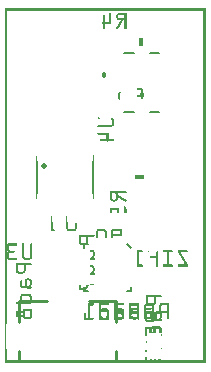
<source format=gbo>
G04 MADE WITH FRITZING*
G04 WWW.FRITZING.ORG*
G04 DOUBLE SIDED*
G04 HOLES PLATED*
G04 CONTOUR ON CENTER OF CONTOUR VECTOR*
%ASAXBY*%
%FSLAX23Y23*%
%MOIN*%
%OFA0B0*%
%SFA1.0B1.0*%
%ADD10C,0.015874X-0.00012598*%
%ADD11C,0.019307X0.00330709*%
%ADD12C,0.008000*%
%ADD13C,0.010000*%
%ADD14R,0.001000X0.001000*%
%LNSILK0*%
G90*
G70*
G54D10*
X455Y893D03*
G54D11*
X129Y657D03*
G54D12*
X396Y834D02*
X428Y834D01*
D02*
X483Y834D02*
X514Y834D01*
D02*
X514Y1031D02*
X483Y1031D01*
D02*
X428Y1031D02*
X396Y1031D01*
G54D13*
D02*
X370Y134D02*
X370Y204D01*
D02*
X370Y204D02*
X280Y204D01*
D02*
X138Y204D02*
X47Y204D01*
D02*
X47Y204D02*
X47Y134D01*
D02*
X47Y39D02*
X47Y12D01*
D02*
X370Y39D02*
X370Y12D01*
G54D12*
D02*
X276Y238D02*
X263Y238D01*
D02*
X263Y252D02*
X263Y238D01*
D02*
X406Y238D02*
X420Y238D01*
D02*
X420Y238D02*
X420Y252D01*
D02*
X263Y382D02*
X263Y396D01*
D02*
X263Y396D02*
X276Y396D01*
D02*
X406Y396D02*
X420Y382D01*
G54D14*
X0Y1181D02*
X668Y1181D01*
X0Y1180D02*
X668Y1180D01*
X0Y1179D02*
X668Y1179D01*
X0Y1178D02*
X668Y1178D01*
X0Y1177D02*
X668Y1177D01*
X0Y1176D02*
X668Y1176D01*
X0Y1175D02*
X668Y1175D01*
X0Y1174D02*
X668Y1174D01*
X0Y1173D02*
X7Y1173D01*
X661Y1173D02*
X668Y1173D01*
X0Y1172D02*
X7Y1172D01*
X661Y1172D02*
X668Y1172D01*
X0Y1171D02*
X7Y1171D01*
X661Y1171D02*
X668Y1171D01*
X0Y1170D02*
X7Y1170D01*
X661Y1170D02*
X668Y1170D01*
X0Y1169D02*
X7Y1169D01*
X661Y1169D02*
X668Y1169D01*
X0Y1168D02*
X7Y1168D01*
X661Y1168D02*
X668Y1168D01*
X0Y1167D02*
X7Y1167D01*
X661Y1167D02*
X668Y1167D01*
X0Y1166D02*
X7Y1166D01*
X349Y1166D02*
X349Y1166D01*
X380Y1166D02*
X404Y1166D01*
X661Y1166D02*
X668Y1166D01*
X0Y1165D02*
X7Y1165D01*
X347Y1165D02*
X351Y1165D01*
X377Y1165D02*
X404Y1165D01*
X661Y1165D02*
X668Y1165D01*
X0Y1164D02*
X7Y1164D01*
X347Y1164D02*
X352Y1164D01*
X375Y1164D02*
X404Y1164D01*
X661Y1164D02*
X668Y1164D01*
X0Y1163D02*
X7Y1163D01*
X346Y1163D02*
X352Y1163D01*
X374Y1163D02*
X404Y1163D01*
X661Y1163D02*
X668Y1163D01*
X0Y1162D02*
X7Y1162D01*
X346Y1162D02*
X352Y1162D01*
X373Y1162D02*
X404Y1162D01*
X661Y1162D02*
X668Y1162D01*
X0Y1161D02*
X7Y1161D01*
X346Y1161D02*
X352Y1161D01*
X372Y1161D02*
X404Y1161D01*
X661Y1161D02*
X668Y1161D01*
X0Y1160D02*
X7Y1160D01*
X328Y1160D02*
X329Y1160D01*
X346Y1160D02*
X352Y1160D01*
X372Y1160D02*
X404Y1160D01*
X661Y1160D02*
X668Y1160D01*
X0Y1159D02*
X7Y1159D01*
X327Y1159D02*
X331Y1159D01*
X346Y1159D02*
X352Y1159D01*
X371Y1159D02*
X380Y1159D01*
X398Y1159D02*
X404Y1159D01*
X661Y1159D02*
X668Y1159D01*
X0Y1158D02*
X7Y1158D01*
X326Y1158D02*
X331Y1158D01*
X346Y1158D02*
X352Y1158D01*
X371Y1158D02*
X378Y1158D01*
X398Y1158D02*
X404Y1158D01*
X661Y1158D02*
X668Y1158D01*
X0Y1157D02*
X7Y1157D01*
X326Y1157D02*
X332Y1157D01*
X346Y1157D02*
X352Y1157D01*
X371Y1157D02*
X377Y1157D01*
X398Y1157D02*
X404Y1157D01*
X661Y1157D02*
X668Y1157D01*
X0Y1156D02*
X7Y1156D01*
X326Y1156D02*
X332Y1156D01*
X346Y1156D02*
X352Y1156D01*
X371Y1156D02*
X377Y1156D01*
X398Y1156D02*
X404Y1156D01*
X661Y1156D02*
X668Y1156D01*
X0Y1155D02*
X7Y1155D01*
X326Y1155D02*
X332Y1155D01*
X346Y1155D02*
X352Y1155D01*
X371Y1155D02*
X377Y1155D01*
X398Y1155D02*
X404Y1155D01*
X661Y1155D02*
X668Y1155D01*
X0Y1154D02*
X7Y1154D01*
X326Y1154D02*
X332Y1154D01*
X346Y1154D02*
X352Y1154D01*
X371Y1154D02*
X377Y1154D01*
X398Y1154D02*
X404Y1154D01*
X661Y1154D02*
X668Y1154D01*
X0Y1153D02*
X7Y1153D01*
X326Y1153D02*
X332Y1153D01*
X346Y1153D02*
X352Y1153D01*
X371Y1153D02*
X377Y1153D01*
X398Y1153D02*
X404Y1153D01*
X661Y1153D02*
X668Y1153D01*
X0Y1152D02*
X7Y1152D01*
X326Y1152D02*
X332Y1152D01*
X346Y1152D02*
X352Y1152D01*
X371Y1152D02*
X377Y1152D01*
X398Y1152D02*
X404Y1152D01*
X661Y1152D02*
X668Y1152D01*
X0Y1151D02*
X7Y1151D01*
X326Y1151D02*
X332Y1151D01*
X346Y1151D02*
X352Y1151D01*
X371Y1151D02*
X377Y1151D01*
X398Y1151D02*
X404Y1151D01*
X661Y1151D02*
X668Y1151D01*
X0Y1150D02*
X7Y1150D01*
X326Y1150D02*
X332Y1150D01*
X346Y1150D02*
X352Y1150D01*
X371Y1150D02*
X377Y1150D01*
X398Y1150D02*
X404Y1150D01*
X661Y1150D02*
X668Y1150D01*
X0Y1149D02*
X7Y1149D01*
X326Y1149D02*
X332Y1149D01*
X346Y1149D02*
X352Y1149D01*
X371Y1149D02*
X378Y1149D01*
X398Y1149D02*
X404Y1149D01*
X661Y1149D02*
X668Y1149D01*
X0Y1148D02*
X7Y1148D01*
X326Y1148D02*
X332Y1148D01*
X346Y1148D02*
X352Y1148D01*
X371Y1148D02*
X404Y1148D01*
X661Y1148D02*
X668Y1148D01*
X0Y1147D02*
X7Y1147D01*
X326Y1147D02*
X332Y1147D01*
X346Y1147D02*
X352Y1147D01*
X372Y1147D02*
X404Y1147D01*
X661Y1147D02*
X668Y1147D01*
X0Y1146D02*
X7Y1146D01*
X326Y1146D02*
X332Y1146D01*
X346Y1146D02*
X352Y1146D01*
X372Y1146D02*
X404Y1146D01*
X661Y1146D02*
X668Y1146D01*
X0Y1145D02*
X7Y1145D01*
X326Y1145D02*
X332Y1145D01*
X346Y1145D02*
X352Y1145D01*
X373Y1145D02*
X404Y1145D01*
X661Y1145D02*
X668Y1145D01*
X0Y1144D02*
X7Y1144D01*
X326Y1144D02*
X332Y1144D01*
X346Y1144D02*
X352Y1144D01*
X374Y1144D02*
X404Y1144D01*
X661Y1144D02*
X668Y1144D01*
X0Y1143D02*
X7Y1143D01*
X326Y1143D02*
X332Y1143D01*
X346Y1143D02*
X352Y1143D01*
X376Y1143D02*
X404Y1143D01*
X661Y1143D02*
X668Y1143D01*
X0Y1142D02*
X7Y1142D01*
X326Y1142D02*
X332Y1142D01*
X346Y1142D02*
X352Y1142D01*
X377Y1142D02*
X404Y1142D01*
X661Y1142D02*
X668Y1142D01*
X0Y1141D02*
X7Y1141D01*
X326Y1141D02*
X332Y1141D01*
X346Y1141D02*
X352Y1141D01*
X385Y1141D02*
X392Y1141D01*
X398Y1141D02*
X404Y1141D01*
X661Y1141D02*
X668Y1141D01*
X0Y1140D02*
X7Y1140D01*
X326Y1140D02*
X332Y1140D01*
X346Y1140D02*
X352Y1140D01*
X384Y1140D02*
X392Y1140D01*
X398Y1140D02*
X404Y1140D01*
X661Y1140D02*
X668Y1140D01*
X0Y1139D02*
X7Y1139D01*
X326Y1139D02*
X332Y1139D01*
X346Y1139D02*
X352Y1139D01*
X384Y1139D02*
X391Y1139D01*
X398Y1139D02*
X404Y1139D01*
X661Y1139D02*
X668Y1139D01*
X0Y1138D02*
X7Y1138D01*
X326Y1138D02*
X332Y1138D01*
X346Y1138D02*
X352Y1138D01*
X383Y1138D02*
X390Y1138D01*
X398Y1138D02*
X404Y1138D01*
X661Y1138D02*
X668Y1138D01*
X0Y1137D02*
X7Y1137D01*
X326Y1137D02*
X332Y1137D01*
X346Y1137D02*
X352Y1137D01*
X383Y1137D02*
X390Y1137D01*
X398Y1137D02*
X404Y1137D01*
X661Y1137D02*
X668Y1137D01*
X0Y1136D02*
X7Y1136D01*
X324Y1136D02*
X352Y1136D01*
X382Y1136D02*
X389Y1136D01*
X398Y1136D02*
X404Y1136D01*
X661Y1136D02*
X668Y1136D01*
X0Y1135D02*
X7Y1135D01*
X323Y1135D02*
X352Y1135D01*
X382Y1135D02*
X389Y1135D01*
X398Y1135D02*
X404Y1135D01*
X661Y1135D02*
X668Y1135D01*
X0Y1134D02*
X7Y1134D01*
X322Y1134D02*
X352Y1134D01*
X381Y1134D02*
X388Y1134D01*
X398Y1134D02*
X404Y1134D01*
X661Y1134D02*
X668Y1134D01*
X0Y1133D02*
X7Y1133D01*
X322Y1133D02*
X352Y1133D01*
X380Y1133D02*
X388Y1133D01*
X398Y1133D02*
X404Y1133D01*
X661Y1133D02*
X668Y1133D01*
X0Y1132D02*
X7Y1132D01*
X322Y1132D02*
X352Y1132D01*
X380Y1132D02*
X387Y1132D01*
X398Y1132D02*
X404Y1132D01*
X661Y1132D02*
X668Y1132D01*
X0Y1131D02*
X7Y1131D01*
X323Y1131D02*
X352Y1131D01*
X379Y1131D02*
X386Y1131D01*
X398Y1131D02*
X404Y1131D01*
X661Y1131D02*
X668Y1131D01*
X0Y1130D02*
X7Y1130D01*
X324Y1130D02*
X352Y1130D01*
X379Y1130D02*
X386Y1130D01*
X398Y1130D02*
X404Y1130D01*
X661Y1130D02*
X668Y1130D01*
X0Y1129D02*
X7Y1129D01*
X326Y1129D02*
X332Y1129D01*
X378Y1129D02*
X385Y1129D01*
X398Y1129D02*
X404Y1129D01*
X661Y1129D02*
X668Y1129D01*
X0Y1128D02*
X7Y1128D01*
X326Y1128D02*
X332Y1128D01*
X377Y1128D02*
X385Y1128D01*
X398Y1128D02*
X404Y1128D01*
X661Y1128D02*
X668Y1128D01*
X0Y1127D02*
X7Y1127D01*
X326Y1127D02*
X332Y1127D01*
X377Y1127D02*
X384Y1127D01*
X398Y1127D02*
X404Y1127D01*
X661Y1127D02*
X668Y1127D01*
X0Y1126D02*
X7Y1126D01*
X326Y1126D02*
X332Y1126D01*
X376Y1126D02*
X383Y1126D01*
X398Y1126D02*
X404Y1126D01*
X661Y1126D02*
X668Y1126D01*
X0Y1125D02*
X7Y1125D01*
X326Y1125D02*
X332Y1125D01*
X376Y1125D02*
X383Y1125D01*
X398Y1125D02*
X404Y1125D01*
X661Y1125D02*
X668Y1125D01*
X0Y1124D02*
X7Y1124D01*
X326Y1124D02*
X332Y1124D01*
X375Y1124D02*
X382Y1124D01*
X398Y1124D02*
X404Y1124D01*
X661Y1124D02*
X668Y1124D01*
X0Y1123D02*
X7Y1123D01*
X326Y1123D02*
X332Y1123D01*
X375Y1123D02*
X382Y1123D01*
X398Y1123D02*
X404Y1123D01*
X661Y1123D02*
X668Y1123D01*
X0Y1122D02*
X7Y1122D01*
X326Y1122D02*
X332Y1122D01*
X374Y1122D02*
X381Y1122D01*
X398Y1122D02*
X404Y1122D01*
X661Y1122D02*
X668Y1122D01*
X0Y1121D02*
X7Y1121D01*
X326Y1121D02*
X332Y1121D01*
X373Y1121D02*
X381Y1121D01*
X398Y1121D02*
X404Y1121D01*
X661Y1121D02*
X668Y1121D01*
X0Y1120D02*
X7Y1120D01*
X326Y1120D02*
X332Y1120D01*
X373Y1120D02*
X380Y1120D01*
X398Y1120D02*
X404Y1120D01*
X661Y1120D02*
X668Y1120D01*
X0Y1119D02*
X7Y1119D01*
X326Y1119D02*
X332Y1119D01*
X372Y1119D02*
X379Y1119D01*
X398Y1119D02*
X404Y1119D01*
X661Y1119D02*
X668Y1119D01*
X0Y1118D02*
X7Y1118D01*
X326Y1118D02*
X332Y1118D01*
X372Y1118D02*
X379Y1118D01*
X398Y1118D02*
X404Y1118D01*
X661Y1118D02*
X668Y1118D01*
X0Y1117D02*
X7Y1117D01*
X326Y1117D02*
X332Y1117D01*
X371Y1117D02*
X378Y1117D01*
X398Y1117D02*
X404Y1117D01*
X661Y1117D02*
X668Y1117D01*
X0Y1116D02*
X7Y1116D01*
X326Y1116D02*
X332Y1116D01*
X371Y1116D02*
X378Y1116D01*
X398Y1116D02*
X404Y1116D01*
X661Y1116D02*
X668Y1116D01*
X0Y1115D02*
X7Y1115D01*
X326Y1115D02*
X332Y1115D01*
X371Y1115D02*
X377Y1115D01*
X398Y1115D02*
X404Y1115D01*
X661Y1115D02*
X668Y1115D01*
X0Y1114D02*
X7Y1114D01*
X326Y1114D02*
X331Y1114D01*
X371Y1114D02*
X376Y1114D01*
X398Y1114D02*
X404Y1114D01*
X661Y1114D02*
X668Y1114D01*
X0Y1113D02*
X7Y1113D01*
X327Y1113D02*
X331Y1113D01*
X372Y1113D02*
X376Y1113D01*
X399Y1113D02*
X403Y1113D01*
X661Y1113D02*
X668Y1113D01*
X0Y1112D02*
X7Y1112D01*
X328Y1112D02*
X329Y1112D01*
X373Y1112D02*
X374Y1112D01*
X401Y1112D02*
X402Y1112D01*
X661Y1112D02*
X668Y1112D01*
X0Y1111D02*
X7Y1111D01*
X661Y1111D02*
X668Y1111D01*
X0Y1110D02*
X7Y1110D01*
X661Y1110D02*
X668Y1110D01*
X0Y1109D02*
X7Y1109D01*
X661Y1109D02*
X668Y1109D01*
X0Y1108D02*
X7Y1108D01*
X661Y1108D02*
X668Y1108D01*
X0Y1107D02*
X7Y1107D01*
X661Y1107D02*
X668Y1107D01*
X0Y1106D02*
X7Y1106D01*
X661Y1106D02*
X668Y1106D01*
X0Y1105D02*
X7Y1105D01*
X661Y1105D02*
X668Y1105D01*
X0Y1104D02*
X7Y1104D01*
X661Y1104D02*
X668Y1104D01*
X0Y1103D02*
X7Y1103D01*
X661Y1103D02*
X668Y1103D01*
X0Y1102D02*
X7Y1102D01*
X661Y1102D02*
X668Y1102D01*
X0Y1101D02*
X7Y1101D01*
X661Y1101D02*
X668Y1101D01*
X0Y1100D02*
X7Y1100D01*
X661Y1100D02*
X668Y1100D01*
X0Y1099D02*
X7Y1099D01*
X661Y1099D02*
X668Y1099D01*
X0Y1098D02*
X7Y1098D01*
X661Y1098D02*
X668Y1098D01*
X0Y1097D02*
X7Y1097D01*
X661Y1097D02*
X668Y1097D01*
X0Y1096D02*
X7Y1096D01*
X661Y1096D02*
X668Y1096D01*
X0Y1095D02*
X7Y1095D01*
X661Y1095D02*
X668Y1095D01*
X0Y1094D02*
X7Y1094D01*
X661Y1094D02*
X668Y1094D01*
X0Y1093D02*
X7Y1093D01*
X661Y1093D02*
X668Y1093D01*
X0Y1092D02*
X7Y1092D01*
X661Y1092D02*
X668Y1092D01*
X0Y1091D02*
X7Y1091D01*
X661Y1091D02*
X668Y1091D01*
X0Y1090D02*
X7Y1090D01*
X661Y1090D02*
X668Y1090D01*
X0Y1089D02*
X7Y1089D01*
X661Y1089D02*
X668Y1089D01*
X0Y1088D02*
X7Y1088D01*
X661Y1088D02*
X668Y1088D01*
X0Y1087D02*
X7Y1087D01*
X661Y1087D02*
X668Y1087D01*
X0Y1086D02*
X7Y1086D01*
X661Y1086D02*
X668Y1086D01*
X0Y1085D02*
X7Y1085D01*
X661Y1085D02*
X668Y1085D01*
X0Y1084D02*
X7Y1084D01*
X661Y1084D02*
X668Y1084D01*
X0Y1083D02*
X7Y1083D01*
X661Y1083D02*
X668Y1083D01*
X0Y1082D02*
X7Y1082D01*
X446Y1082D02*
X458Y1082D01*
X661Y1082D02*
X668Y1082D01*
X0Y1081D02*
X7Y1081D01*
X446Y1081D02*
X458Y1081D01*
X661Y1081D02*
X668Y1081D01*
X0Y1080D02*
X7Y1080D01*
X446Y1080D02*
X458Y1080D01*
X661Y1080D02*
X668Y1080D01*
X0Y1079D02*
X7Y1079D01*
X446Y1079D02*
X458Y1079D01*
X661Y1079D02*
X668Y1079D01*
X0Y1078D02*
X7Y1078D01*
X446Y1078D02*
X458Y1078D01*
X661Y1078D02*
X668Y1078D01*
X0Y1077D02*
X7Y1077D01*
X446Y1077D02*
X458Y1077D01*
X661Y1077D02*
X668Y1077D01*
X0Y1076D02*
X7Y1076D01*
X446Y1076D02*
X458Y1076D01*
X661Y1076D02*
X668Y1076D01*
X0Y1075D02*
X7Y1075D01*
X446Y1075D02*
X458Y1075D01*
X661Y1075D02*
X668Y1075D01*
X0Y1074D02*
X7Y1074D01*
X446Y1074D02*
X458Y1074D01*
X661Y1074D02*
X668Y1074D01*
X0Y1073D02*
X7Y1073D01*
X446Y1073D02*
X458Y1073D01*
X661Y1073D02*
X668Y1073D01*
X0Y1072D02*
X7Y1072D01*
X446Y1072D02*
X458Y1072D01*
X661Y1072D02*
X668Y1072D01*
X0Y1071D02*
X7Y1071D01*
X446Y1071D02*
X458Y1071D01*
X661Y1071D02*
X668Y1071D01*
X0Y1070D02*
X7Y1070D01*
X446Y1070D02*
X458Y1070D01*
X661Y1070D02*
X668Y1070D01*
X0Y1069D02*
X7Y1069D01*
X446Y1069D02*
X458Y1069D01*
X661Y1069D02*
X668Y1069D01*
X0Y1068D02*
X7Y1068D01*
X446Y1068D02*
X458Y1068D01*
X661Y1068D02*
X668Y1068D01*
X0Y1067D02*
X7Y1067D01*
X446Y1067D02*
X458Y1067D01*
X661Y1067D02*
X668Y1067D01*
X0Y1066D02*
X7Y1066D01*
X446Y1066D02*
X458Y1066D01*
X661Y1066D02*
X668Y1066D01*
X0Y1065D02*
X7Y1065D01*
X446Y1065D02*
X458Y1065D01*
X661Y1065D02*
X668Y1065D01*
X0Y1064D02*
X7Y1064D01*
X446Y1064D02*
X458Y1064D01*
X661Y1064D02*
X668Y1064D01*
X0Y1063D02*
X7Y1063D01*
X446Y1063D02*
X458Y1063D01*
X661Y1063D02*
X668Y1063D01*
X0Y1062D02*
X7Y1062D01*
X446Y1062D02*
X458Y1062D01*
X661Y1062D02*
X668Y1062D01*
X0Y1061D02*
X7Y1061D01*
X446Y1061D02*
X458Y1061D01*
X661Y1061D02*
X668Y1061D01*
X0Y1060D02*
X7Y1060D01*
X446Y1060D02*
X458Y1060D01*
X661Y1060D02*
X668Y1060D01*
X0Y1059D02*
X7Y1059D01*
X446Y1059D02*
X458Y1059D01*
X661Y1059D02*
X668Y1059D01*
X0Y1058D02*
X7Y1058D01*
X446Y1058D02*
X458Y1058D01*
X661Y1058D02*
X668Y1058D01*
X0Y1057D02*
X7Y1057D01*
X446Y1057D02*
X458Y1057D01*
X661Y1057D02*
X668Y1057D01*
X0Y1056D02*
X7Y1056D01*
X446Y1056D02*
X458Y1056D01*
X661Y1056D02*
X668Y1056D01*
X0Y1055D02*
X7Y1055D01*
X446Y1055D02*
X458Y1055D01*
X661Y1055D02*
X668Y1055D01*
X0Y1054D02*
X7Y1054D01*
X661Y1054D02*
X668Y1054D01*
X0Y1053D02*
X7Y1053D01*
X661Y1053D02*
X668Y1053D01*
X0Y1052D02*
X7Y1052D01*
X661Y1052D02*
X668Y1052D01*
X0Y1051D02*
X7Y1051D01*
X661Y1051D02*
X668Y1051D01*
X0Y1050D02*
X7Y1050D01*
X661Y1050D02*
X668Y1050D01*
X0Y1049D02*
X7Y1049D01*
X661Y1049D02*
X668Y1049D01*
X0Y1048D02*
X7Y1048D01*
X661Y1048D02*
X668Y1048D01*
X0Y1047D02*
X7Y1047D01*
X661Y1047D02*
X668Y1047D01*
X0Y1046D02*
X7Y1046D01*
X661Y1046D02*
X668Y1046D01*
X0Y1045D02*
X7Y1045D01*
X661Y1045D02*
X668Y1045D01*
X0Y1044D02*
X7Y1044D01*
X661Y1044D02*
X668Y1044D01*
X0Y1043D02*
X7Y1043D01*
X661Y1043D02*
X668Y1043D01*
X0Y1042D02*
X7Y1042D01*
X661Y1042D02*
X668Y1042D01*
X0Y1041D02*
X7Y1041D01*
X661Y1041D02*
X668Y1041D01*
X0Y1040D02*
X7Y1040D01*
X661Y1040D02*
X668Y1040D01*
X0Y1039D02*
X7Y1039D01*
X661Y1039D02*
X668Y1039D01*
X0Y1038D02*
X7Y1038D01*
X661Y1038D02*
X668Y1038D01*
X0Y1037D02*
X7Y1037D01*
X661Y1037D02*
X668Y1037D01*
X0Y1036D02*
X7Y1036D01*
X661Y1036D02*
X668Y1036D01*
X0Y1035D02*
X7Y1035D01*
X661Y1035D02*
X668Y1035D01*
X0Y1034D02*
X7Y1034D01*
X661Y1034D02*
X668Y1034D01*
X0Y1033D02*
X7Y1033D01*
X661Y1033D02*
X668Y1033D01*
X0Y1032D02*
X7Y1032D01*
X661Y1032D02*
X668Y1032D01*
X0Y1031D02*
X7Y1031D01*
X661Y1031D02*
X668Y1031D01*
X0Y1030D02*
X7Y1030D01*
X661Y1030D02*
X668Y1030D01*
X0Y1029D02*
X7Y1029D01*
X661Y1029D02*
X668Y1029D01*
X0Y1028D02*
X7Y1028D01*
X661Y1028D02*
X668Y1028D01*
X0Y1027D02*
X7Y1027D01*
X661Y1027D02*
X668Y1027D01*
X0Y1026D02*
X7Y1026D01*
X661Y1026D02*
X668Y1026D01*
X0Y1025D02*
X7Y1025D01*
X661Y1025D02*
X668Y1025D01*
X0Y1024D02*
X7Y1024D01*
X661Y1024D02*
X668Y1024D01*
X0Y1023D02*
X7Y1023D01*
X661Y1023D02*
X668Y1023D01*
X0Y1022D02*
X7Y1022D01*
X661Y1022D02*
X668Y1022D01*
X0Y1021D02*
X7Y1021D01*
X661Y1021D02*
X668Y1021D01*
X0Y1020D02*
X7Y1020D01*
X661Y1020D02*
X668Y1020D01*
X0Y1019D02*
X7Y1019D01*
X661Y1019D02*
X668Y1019D01*
X0Y1018D02*
X7Y1018D01*
X661Y1018D02*
X668Y1018D01*
X0Y1017D02*
X7Y1017D01*
X661Y1017D02*
X668Y1017D01*
X0Y1016D02*
X7Y1016D01*
X661Y1016D02*
X668Y1016D01*
X0Y1015D02*
X7Y1015D01*
X661Y1015D02*
X668Y1015D01*
X0Y1014D02*
X7Y1014D01*
X661Y1014D02*
X668Y1014D01*
X0Y1013D02*
X7Y1013D01*
X661Y1013D02*
X668Y1013D01*
X0Y1012D02*
X7Y1012D01*
X661Y1012D02*
X668Y1012D01*
X0Y1011D02*
X7Y1011D01*
X661Y1011D02*
X668Y1011D01*
X0Y1010D02*
X7Y1010D01*
X661Y1010D02*
X668Y1010D01*
X0Y1009D02*
X7Y1009D01*
X661Y1009D02*
X668Y1009D01*
X0Y1008D02*
X7Y1008D01*
X661Y1008D02*
X668Y1008D01*
X0Y1007D02*
X7Y1007D01*
X661Y1007D02*
X668Y1007D01*
X0Y1006D02*
X7Y1006D01*
X661Y1006D02*
X668Y1006D01*
X0Y1005D02*
X7Y1005D01*
X661Y1005D02*
X668Y1005D01*
X0Y1004D02*
X7Y1004D01*
X661Y1004D02*
X668Y1004D01*
X0Y1003D02*
X7Y1003D01*
X661Y1003D02*
X668Y1003D01*
X0Y1002D02*
X7Y1002D01*
X661Y1002D02*
X668Y1002D01*
X0Y1001D02*
X7Y1001D01*
X661Y1001D02*
X668Y1001D01*
X0Y1000D02*
X7Y1000D01*
X661Y1000D02*
X668Y1000D01*
X0Y999D02*
X7Y999D01*
X661Y999D02*
X668Y999D01*
X0Y998D02*
X7Y998D01*
X661Y998D02*
X668Y998D01*
X0Y997D02*
X7Y997D01*
X661Y997D02*
X668Y997D01*
X0Y996D02*
X7Y996D01*
X661Y996D02*
X668Y996D01*
X0Y995D02*
X7Y995D01*
X661Y995D02*
X668Y995D01*
X0Y994D02*
X7Y994D01*
X661Y994D02*
X668Y994D01*
X0Y993D02*
X7Y993D01*
X661Y993D02*
X668Y993D01*
X0Y992D02*
X7Y992D01*
X661Y992D02*
X668Y992D01*
X0Y991D02*
X7Y991D01*
X661Y991D02*
X668Y991D01*
X0Y990D02*
X7Y990D01*
X661Y990D02*
X668Y990D01*
X0Y989D02*
X7Y989D01*
X661Y989D02*
X668Y989D01*
X0Y988D02*
X7Y988D01*
X661Y988D02*
X668Y988D01*
X0Y987D02*
X7Y987D01*
X661Y987D02*
X668Y987D01*
X0Y986D02*
X7Y986D01*
X661Y986D02*
X668Y986D01*
X0Y985D02*
X7Y985D01*
X661Y985D02*
X668Y985D01*
X0Y984D02*
X7Y984D01*
X661Y984D02*
X668Y984D01*
X0Y983D02*
X7Y983D01*
X661Y983D02*
X668Y983D01*
X0Y982D02*
X7Y982D01*
X661Y982D02*
X668Y982D01*
X0Y981D02*
X7Y981D01*
X661Y981D02*
X668Y981D01*
X0Y980D02*
X7Y980D01*
X661Y980D02*
X668Y980D01*
X0Y979D02*
X7Y979D01*
X661Y979D02*
X668Y979D01*
X0Y978D02*
X7Y978D01*
X661Y978D02*
X668Y978D01*
X0Y977D02*
X7Y977D01*
X661Y977D02*
X668Y977D01*
X0Y976D02*
X7Y976D01*
X661Y976D02*
X668Y976D01*
X0Y975D02*
X7Y975D01*
X661Y975D02*
X668Y975D01*
X0Y974D02*
X7Y974D01*
X661Y974D02*
X668Y974D01*
X0Y973D02*
X7Y973D01*
X661Y973D02*
X668Y973D01*
X0Y972D02*
X7Y972D01*
X661Y972D02*
X668Y972D01*
X0Y971D02*
X7Y971D01*
X661Y971D02*
X668Y971D01*
X0Y970D02*
X7Y970D01*
X661Y970D02*
X668Y970D01*
X0Y969D02*
X7Y969D01*
X661Y969D02*
X668Y969D01*
X0Y968D02*
X7Y968D01*
X327Y968D02*
X330Y968D01*
X661Y968D02*
X668Y968D01*
X0Y967D02*
X7Y967D01*
X325Y967D02*
X332Y967D01*
X661Y967D02*
X668Y967D01*
X0Y966D02*
X7Y966D01*
X323Y966D02*
X334Y966D01*
X661Y966D02*
X668Y966D01*
X0Y965D02*
X7Y965D01*
X323Y965D02*
X334Y965D01*
X661Y965D02*
X668Y965D01*
X0Y964D02*
X7Y964D01*
X322Y964D02*
X335Y964D01*
X661Y964D02*
X668Y964D01*
X0Y963D02*
X7Y963D01*
X322Y963D02*
X335Y963D01*
X661Y963D02*
X668Y963D01*
X0Y962D02*
X7Y962D01*
X322Y962D02*
X335Y962D01*
X661Y962D02*
X668Y962D01*
X0Y961D02*
X7Y961D01*
X322Y961D02*
X335Y961D01*
X661Y961D02*
X668Y961D01*
X0Y960D02*
X7Y960D01*
X322Y960D02*
X335Y960D01*
X661Y960D02*
X668Y960D01*
X0Y959D02*
X7Y959D01*
X322Y959D02*
X335Y959D01*
X661Y959D02*
X668Y959D01*
X0Y958D02*
X7Y958D01*
X322Y958D02*
X335Y958D01*
X661Y958D02*
X668Y958D01*
X0Y957D02*
X7Y957D01*
X322Y957D02*
X335Y957D01*
X661Y957D02*
X668Y957D01*
X0Y956D02*
X7Y956D01*
X322Y956D02*
X335Y956D01*
X661Y956D02*
X668Y956D01*
X0Y955D02*
X7Y955D01*
X322Y955D02*
X335Y955D01*
X661Y955D02*
X668Y955D01*
X0Y954D02*
X7Y954D01*
X322Y954D02*
X335Y954D01*
X661Y954D02*
X668Y954D01*
X0Y953D02*
X7Y953D01*
X323Y953D02*
X334Y953D01*
X661Y953D02*
X668Y953D01*
X0Y952D02*
X7Y952D01*
X324Y952D02*
X333Y952D01*
X661Y952D02*
X668Y952D01*
X0Y951D02*
X7Y951D01*
X325Y951D02*
X332Y951D01*
X661Y951D02*
X668Y951D01*
X0Y950D02*
X7Y950D01*
X328Y950D02*
X329Y950D01*
X661Y950D02*
X668Y950D01*
X0Y949D02*
X7Y949D01*
X661Y949D02*
X668Y949D01*
X0Y948D02*
X7Y948D01*
X661Y948D02*
X668Y948D01*
X0Y947D02*
X7Y947D01*
X661Y947D02*
X668Y947D01*
X0Y946D02*
X7Y946D01*
X661Y946D02*
X668Y946D01*
X0Y945D02*
X7Y945D01*
X661Y945D02*
X668Y945D01*
X0Y944D02*
X7Y944D01*
X661Y944D02*
X668Y944D01*
X0Y943D02*
X7Y943D01*
X661Y943D02*
X668Y943D01*
X0Y942D02*
X7Y942D01*
X661Y942D02*
X668Y942D01*
X0Y941D02*
X7Y941D01*
X661Y941D02*
X668Y941D01*
X0Y940D02*
X7Y940D01*
X661Y940D02*
X668Y940D01*
X0Y939D02*
X7Y939D01*
X661Y939D02*
X668Y939D01*
X0Y938D02*
X7Y938D01*
X661Y938D02*
X668Y938D01*
X0Y937D02*
X7Y937D01*
X661Y937D02*
X668Y937D01*
X0Y936D02*
X7Y936D01*
X661Y936D02*
X668Y936D01*
X0Y935D02*
X7Y935D01*
X661Y935D02*
X668Y935D01*
X0Y934D02*
X7Y934D01*
X661Y934D02*
X668Y934D01*
X0Y933D02*
X7Y933D01*
X661Y933D02*
X668Y933D01*
X0Y932D02*
X7Y932D01*
X661Y932D02*
X668Y932D01*
X0Y931D02*
X7Y931D01*
X661Y931D02*
X668Y931D01*
X0Y930D02*
X7Y930D01*
X661Y930D02*
X668Y930D01*
X0Y929D02*
X7Y929D01*
X661Y929D02*
X668Y929D01*
X0Y928D02*
X7Y928D01*
X661Y928D02*
X668Y928D01*
X0Y927D02*
X7Y927D01*
X661Y927D02*
X668Y927D01*
X0Y926D02*
X7Y926D01*
X661Y926D02*
X668Y926D01*
X0Y925D02*
X7Y925D01*
X661Y925D02*
X668Y925D01*
X0Y924D02*
X7Y924D01*
X661Y924D02*
X668Y924D01*
X0Y923D02*
X7Y923D01*
X661Y923D02*
X668Y923D01*
X0Y922D02*
X7Y922D01*
X661Y922D02*
X668Y922D01*
X0Y921D02*
X7Y921D01*
X661Y921D02*
X668Y921D01*
X0Y920D02*
X7Y920D01*
X661Y920D02*
X668Y920D01*
X0Y919D02*
X7Y919D01*
X661Y919D02*
X668Y919D01*
X0Y918D02*
X7Y918D01*
X661Y918D02*
X668Y918D01*
X0Y917D02*
X7Y917D01*
X661Y917D02*
X668Y917D01*
X0Y916D02*
X7Y916D01*
X661Y916D02*
X668Y916D01*
X0Y915D02*
X7Y915D01*
X440Y915D02*
X456Y915D01*
X661Y915D02*
X668Y915D01*
X0Y914D02*
X7Y914D01*
X440Y914D02*
X457Y914D01*
X661Y914D02*
X668Y914D01*
X0Y913D02*
X7Y913D01*
X440Y913D02*
X458Y913D01*
X661Y913D02*
X668Y913D01*
X0Y912D02*
X7Y912D01*
X440Y912D02*
X459Y912D01*
X661Y912D02*
X668Y912D01*
X0Y911D02*
X7Y911D01*
X440Y911D02*
X460Y911D01*
X661Y911D02*
X668Y911D01*
X0Y910D02*
X7Y910D01*
X440Y910D02*
X460Y910D01*
X661Y910D02*
X668Y910D01*
X0Y909D02*
X7Y909D01*
X440Y909D02*
X460Y909D01*
X661Y909D02*
X668Y909D01*
X0Y908D02*
X7Y908D01*
X454Y908D02*
X460Y908D01*
X661Y908D02*
X668Y908D01*
X0Y907D02*
X7Y907D01*
X454Y907D02*
X460Y907D01*
X661Y907D02*
X668Y907D01*
X0Y906D02*
X7Y906D01*
X454Y906D02*
X460Y906D01*
X661Y906D02*
X668Y906D01*
X0Y905D02*
X7Y905D01*
X382Y905D02*
X382Y905D01*
X454Y905D02*
X460Y905D01*
X661Y905D02*
X668Y905D01*
X0Y904D02*
X7Y904D01*
X382Y904D02*
X382Y904D01*
X454Y904D02*
X460Y904D01*
X661Y904D02*
X668Y904D01*
X0Y903D02*
X7Y903D01*
X381Y903D02*
X382Y903D01*
X454Y903D02*
X460Y903D01*
X661Y903D02*
X668Y903D01*
X0Y902D02*
X7Y902D01*
X381Y902D02*
X388Y902D01*
X454Y902D02*
X460Y902D01*
X661Y902D02*
X668Y902D01*
X0Y901D02*
X7Y901D01*
X380Y901D02*
X387Y901D01*
X454Y901D02*
X460Y901D01*
X661Y901D02*
X668Y901D01*
X0Y900D02*
X7Y900D01*
X380Y900D02*
X382Y900D01*
X454Y900D02*
X460Y900D01*
X661Y900D02*
X668Y900D01*
X0Y899D02*
X7Y899D01*
X379Y899D02*
X382Y899D01*
X454Y899D02*
X460Y899D01*
X661Y899D02*
X668Y899D01*
X0Y898D02*
X7Y898D01*
X379Y898D02*
X382Y898D01*
X454Y898D02*
X460Y898D01*
X661Y898D02*
X668Y898D01*
X0Y897D02*
X7Y897D01*
X378Y897D02*
X382Y897D01*
X454Y897D02*
X460Y897D01*
X661Y897D02*
X668Y897D01*
X0Y896D02*
X7Y896D01*
X378Y896D02*
X382Y896D01*
X454Y896D02*
X460Y896D01*
X661Y896D02*
X668Y896D01*
X0Y895D02*
X7Y895D01*
X378Y895D02*
X382Y895D01*
X454Y895D02*
X460Y895D01*
X661Y895D02*
X668Y895D01*
X0Y894D02*
X7Y894D01*
X377Y894D02*
X382Y894D01*
X454Y894D02*
X460Y894D01*
X661Y894D02*
X668Y894D01*
X0Y893D02*
X7Y893D01*
X377Y893D02*
X382Y893D01*
X453Y893D02*
X460Y893D01*
X661Y893D02*
X668Y893D01*
X0Y892D02*
X7Y892D01*
X377Y892D02*
X382Y892D01*
X440Y892D02*
X459Y892D01*
X661Y892D02*
X668Y892D01*
X0Y891D02*
X7Y891D01*
X376Y891D02*
X382Y891D01*
X440Y891D02*
X459Y891D01*
X661Y891D02*
X668Y891D01*
X0Y890D02*
X7Y890D01*
X376Y890D02*
X382Y890D01*
X440Y890D02*
X458Y890D01*
X661Y890D02*
X668Y890D01*
X0Y889D02*
X7Y889D01*
X376Y889D02*
X382Y889D01*
X440Y889D02*
X458Y889D01*
X661Y889D02*
X668Y889D01*
X0Y888D02*
X7Y888D01*
X376Y888D02*
X382Y888D01*
X440Y888D02*
X458Y888D01*
X661Y888D02*
X668Y888D01*
X0Y887D02*
X7Y887D01*
X376Y887D02*
X382Y887D01*
X440Y887D02*
X458Y887D01*
X661Y887D02*
X668Y887D01*
X0Y886D02*
X7Y886D01*
X376Y886D02*
X382Y886D01*
X440Y886D02*
X459Y886D01*
X661Y886D02*
X668Y886D01*
X0Y885D02*
X7Y885D01*
X377Y885D02*
X382Y885D01*
X451Y885D02*
X459Y885D01*
X661Y885D02*
X668Y885D01*
X0Y884D02*
X7Y884D01*
X377Y884D02*
X382Y884D01*
X453Y884D02*
X460Y884D01*
X661Y884D02*
X668Y884D01*
X0Y883D02*
X7Y883D01*
X377Y883D02*
X382Y883D01*
X454Y883D02*
X460Y883D01*
X661Y883D02*
X668Y883D01*
X0Y882D02*
X7Y882D01*
X378Y882D02*
X382Y882D01*
X454Y882D02*
X460Y882D01*
X661Y882D02*
X668Y882D01*
X0Y881D02*
X7Y881D01*
X378Y881D02*
X382Y881D01*
X454Y881D02*
X460Y881D01*
X661Y881D02*
X668Y881D01*
X0Y880D02*
X7Y880D01*
X379Y880D02*
X382Y880D01*
X454Y880D02*
X460Y880D01*
X661Y880D02*
X668Y880D01*
X0Y879D02*
X7Y879D01*
X379Y879D02*
X382Y879D01*
X454Y879D02*
X460Y879D01*
X661Y879D02*
X668Y879D01*
X0Y878D02*
X7Y878D01*
X380Y878D02*
X382Y878D01*
X661Y878D02*
X668Y878D01*
X0Y877D02*
X7Y877D01*
X380Y877D02*
X382Y877D01*
X661Y877D02*
X668Y877D01*
X0Y876D02*
X7Y876D01*
X381Y876D02*
X382Y876D01*
X661Y876D02*
X668Y876D01*
X0Y875D02*
X7Y875D01*
X381Y875D02*
X382Y875D01*
X661Y875D02*
X668Y875D01*
X0Y874D02*
X7Y874D01*
X382Y874D02*
X382Y874D01*
X661Y874D02*
X668Y874D01*
X0Y873D02*
X7Y873D01*
X382Y873D02*
X382Y873D01*
X661Y873D02*
X668Y873D01*
X0Y872D02*
X7Y872D01*
X661Y872D02*
X668Y872D01*
X0Y871D02*
X7Y871D01*
X661Y871D02*
X668Y871D01*
X0Y870D02*
X7Y870D01*
X384Y870D02*
X391Y870D01*
X661Y870D02*
X668Y870D01*
X0Y869D02*
X7Y869D01*
X384Y869D02*
X392Y869D01*
X661Y869D02*
X668Y869D01*
X0Y868D02*
X7Y868D01*
X661Y868D02*
X668Y868D01*
X0Y867D02*
X7Y867D01*
X661Y867D02*
X668Y867D01*
X0Y866D02*
X7Y866D01*
X661Y866D02*
X668Y866D01*
X0Y865D02*
X7Y865D01*
X661Y865D02*
X668Y865D01*
X0Y864D02*
X7Y864D01*
X661Y864D02*
X668Y864D01*
X0Y863D02*
X7Y863D01*
X661Y863D02*
X668Y863D01*
X0Y862D02*
X7Y862D01*
X661Y862D02*
X668Y862D01*
X0Y861D02*
X7Y861D01*
X661Y861D02*
X668Y861D01*
X0Y860D02*
X7Y860D01*
X661Y860D02*
X668Y860D01*
X0Y859D02*
X7Y859D01*
X661Y859D02*
X668Y859D01*
X0Y858D02*
X7Y858D01*
X661Y858D02*
X668Y858D01*
X0Y857D02*
X7Y857D01*
X661Y857D02*
X668Y857D01*
X0Y856D02*
X7Y856D01*
X661Y856D02*
X668Y856D01*
X0Y855D02*
X7Y855D01*
X661Y855D02*
X668Y855D01*
X0Y854D02*
X7Y854D01*
X661Y854D02*
X668Y854D01*
X0Y853D02*
X7Y853D01*
X661Y853D02*
X668Y853D01*
X0Y852D02*
X7Y852D01*
X661Y852D02*
X668Y852D01*
X0Y851D02*
X7Y851D01*
X661Y851D02*
X668Y851D01*
X0Y850D02*
X7Y850D01*
X661Y850D02*
X668Y850D01*
X0Y849D02*
X7Y849D01*
X661Y849D02*
X668Y849D01*
X0Y848D02*
X7Y848D01*
X661Y848D02*
X668Y848D01*
X0Y847D02*
X7Y847D01*
X661Y847D02*
X668Y847D01*
X0Y846D02*
X7Y846D01*
X661Y846D02*
X668Y846D01*
X0Y845D02*
X7Y845D01*
X661Y845D02*
X668Y845D01*
X0Y844D02*
X7Y844D01*
X661Y844D02*
X668Y844D01*
X0Y843D02*
X7Y843D01*
X661Y843D02*
X668Y843D01*
X0Y842D02*
X7Y842D01*
X661Y842D02*
X668Y842D01*
X0Y841D02*
X7Y841D01*
X661Y841D02*
X668Y841D01*
X0Y840D02*
X7Y840D01*
X661Y840D02*
X668Y840D01*
X0Y839D02*
X7Y839D01*
X661Y839D02*
X668Y839D01*
X0Y838D02*
X7Y838D01*
X661Y838D02*
X668Y838D01*
X0Y837D02*
X7Y837D01*
X661Y837D02*
X668Y837D01*
X0Y836D02*
X7Y836D01*
X661Y836D02*
X668Y836D01*
X0Y835D02*
X7Y835D01*
X661Y835D02*
X668Y835D01*
X0Y834D02*
X7Y834D01*
X661Y834D02*
X668Y834D01*
X0Y833D02*
X7Y833D01*
X661Y833D02*
X668Y833D01*
X0Y832D02*
X7Y832D01*
X661Y832D02*
X668Y832D01*
X0Y831D02*
X7Y831D01*
X661Y831D02*
X668Y831D01*
X0Y830D02*
X7Y830D01*
X661Y830D02*
X668Y830D01*
X0Y829D02*
X7Y829D01*
X661Y829D02*
X668Y829D01*
X0Y828D02*
X7Y828D01*
X661Y828D02*
X668Y828D01*
X0Y827D02*
X7Y827D01*
X661Y827D02*
X668Y827D01*
X0Y826D02*
X7Y826D01*
X661Y826D02*
X668Y826D01*
X0Y825D02*
X7Y825D01*
X661Y825D02*
X668Y825D01*
X0Y824D02*
X7Y824D01*
X661Y824D02*
X668Y824D01*
X0Y823D02*
X7Y823D01*
X661Y823D02*
X668Y823D01*
X0Y822D02*
X7Y822D01*
X661Y822D02*
X668Y822D01*
X0Y821D02*
X7Y821D01*
X661Y821D02*
X668Y821D01*
X0Y820D02*
X7Y820D01*
X661Y820D02*
X668Y820D01*
X0Y819D02*
X7Y819D01*
X661Y819D02*
X668Y819D01*
X0Y818D02*
X7Y818D01*
X310Y818D02*
X311Y818D01*
X661Y818D02*
X668Y818D01*
X0Y817D02*
X7Y817D01*
X309Y817D02*
X312Y817D01*
X355Y817D02*
X357Y817D01*
X661Y817D02*
X668Y817D01*
X0Y816D02*
X7Y816D01*
X308Y816D02*
X312Y816D01*
X355Y816D02*
X358Y816D01*
X661Y816D02*
X668Y816D01*
X0Y815D02*
X7Y815D01*
X308Y815D02*
X313Y815D01*
X354Y815D02*
X359Y815D01*
X661Y815D02*
X668Y815D01*
X0Y814D02*
X7Y814D01*
X309Y814D02*
X314Y814D01*
X353Y814D02*
X360Y814D01*
X661Y814D02*
X668Y814D01*
X0Y813D02*
X7Y813D01*
X309Y813D02*
X315Y813D01*
X353Y813D02*
X360Y813D01*
X661Y813D02*
X668Y813D01*
X0Y812D02*
X7Y812D01*
X310Y812D02*
X315Y812D01*
X352Y812D02*
X361Y812D01*
X661Y812D02*
X668Y812D01*
X0Y811D02*
X7Y811D01*
X354Y811D02*
X361Y811D01*
X661Y811D02*
X668Y811D01*
X0Y810D02*
X7Y810D01*
X355Y810D02*
X361Y810D01*
X661Y810D02*
X668Y810D01*
X0Y809D02*
X7Y809D01*
X355Y809D02*
X362Y809D01*
X661Y809D02*
X668Y809D01*
X0Y808D02*
X7Y808D01*
X356Y808D02*
X362Y808D01*
X661Y808D02*
X668Y808D01*
X0Y807D02*
X7Y807D01*
X356Y807D02*
X362Y807D01*
X661Y807D02*
X668Y807D01*
X0Y806D02*
X7Y806D01*
X356Y806D02*
X362Y806D01*
X661Y806D02*
X668Y806D01*
X0Y805D02*
X7Y805D01*
X356Y805D02*
X362Y805D01*
X661Y805D02*
X668Y805D01*
X0Y804D02*
X7Y804D01*
X356Y804D02*
X362Y804D01*
X661Y804D02*
X668Y804D01*
X0Y803D02*
X7Y803D01*
X356Y803D02*
X362Y803D01*
X661Y803D02*
X668Y803D01*
X0Y802D02*
X7Y802D01*
X356Y802D02*
X362Y802D01*
X661Y802D02*
X668Y802D01*
X0Y801D02*
X7Y801D01*
X356Y801D02*
X362Y801D01*
X661Y801D02*
X668Y801D01*
X0Y800D02*
X7Y800D01*
X356Y800D02*
X362Y800D01*
X661Y800D02*
X668Y800D01*
X0Y799D02*
X7Y799D01*
X356Y799D02*
X362Y799D01*
X661Y799D02*
X668Y799D01*
X0Y798D02*
X7Y798D01*
X356Y798D02*
X362Y798D01*
X661Y798D02*
X668Y798D01*
X0Y797D02*
X7Y797D01*
X356Y797D02*
X362Y797D01*
X661Y797D02*
X668Y797D01*
X0Y796D02*
X7Y796D01*
X356Y796D02*
X362Y796D01*
X661Y796D02*
X668Y796D01*
X0Y795D02*
X7Y795D01*
X356Y795D02*
X362Y795D01*
X661Y795D02*
X668Y795D01*
X0Y794D02*
X7Y794D01*
X355Y794D02*
X362Y794D01*
X661Y794D02*
X668Y794D01*
X0Y793D02*
X7Y793D01*
X355Y793D02*
X361Y793D01*
X661Y793D02*
X668Y793D01*
X0Y792D02*
X7Y792D01*
X354Y792D02*
X361Y792D01*
X661Y792D02*
X668Y792D01*
X0Y791D02*
X7Y791D01*
X311Y791D02*
X361Y791D01*
X661Y791D02*
X668Y791D01*
X0Y790D02*
X7Y790D01*
X309Y790D02*
X359Y790D01*
X661Y790D02*
X668Y790D01*
X0Y789D02*
X7Y789D01*
X309Y789D02*
X358Y789D01*
X661Y789D02*
X668Y789D01*
X0Y788D02*
X7Y788D01*
X308Y788D02*
X357Y788D01*
X661Y788D02*
X668Y788D01*
X0Y787D02*
X7Y787D01*
X308Y787D02*
X356Y787D01*
X661Y787D02*
X668Y787D01*
X0Y786D02*
X7Y786D01*
X309Y786D02*
X355Y786D01*
X661Y786D02*
X668Y786D01*
X0Y785D02*
X7Y785D01*
X310Y785D02*
X354Y785D01*
X661Y785D02*
X668Y785D01*
X0Y784D02*
X7Y784D01*
X661Y784D02*
X668Y784D01*
X0Y783D02*
X7Y783D01*
X661Y783D02*
X668Y783D01*
X0Y782D02*
X7Y782D01*
X661Y782D02*
X668Y782D01*
X0Y781D02*
X7Y781D01*
X661Y781D02*
X668Y781D01*
X0Y780D02*
X7Y780D01*
X661Y780D02*
X668Y780D01*
X0Y779D02*
X7Y779D01*
X661Y779D02*
X668Y779D01*
X0Y778D02*
X7Y778D01*
X661Y778D02*
X668Y778D01*
X0Y777D02*
X7Y777D01*
X661Y777D02*
X668Y777D01*
X0Y776D02*
X7Y776D01*
X661Y776D02*
X668Y776D01*
X0Y775D02*
X7Y775D01*
X661Y775D02*
X668Y775D01*
X0Y774D02*
X7Y774D01*
X661Y774D02*
X668Y774D01*
X0Y773D02*
X7Y773D01*
X661Y773D02*
X668Y773D01*
X0Y772D02*
X7Y772D01*
X661Y772D02*
X668Y772D01*
X0Y771D02*
X7Y771D01*
X661Y771D02*
X668Y771D01*
X0Y770D02*
X7Y770D01*
X661Y770D02*
X668Y770D01*
X0Y769D02*
X7Y769D01*
X661Y769D02*
X668Y769D01*
X0Y768D02*
X7Y768D01*
X661Y768D02*
X668Y768D01*
X0Y767D02*
X7Y767D01*
X661Y767D02*
X668Y767D01*
X0Y766D02*
X7Y766D01*
X310Y766D02*
X344Y766D01*
X661Y766D02*
X668Y766D01*
X0Y765D02*
X7Y765D01*
X309Y765D02*
X344Y765D01*
X661Y765D02*
X668Y765D01*
X0Y764D02*
X7Y764D01*
X308Y764D02*
X344Y764D01*
X661Y764D02*
X668Y764D01*
X0Y763D02*
X7Y763D01*
X308Y763D02*
X344Y763D01*
X661Y763D02*
X668Y763D01*
X0Y762D02*
X7Y762D01*
X309Y762D02*
X344Y762D01*
X661Y762D02*
X668Y762D01*
X0Y761D02*
X7Y761D01*
X309Y761D02*
X344Y761D01*
X661Y761D02*
X668Y761D01*
X0Y760D02*
X7Y760D01*
X311Y760D02*
X344Y760D01*
X661Y760D02*
X668Y760D01*
X0Y759D02*
X7Y759D01*
X338Y759D02*
X344Y759D01*
X661Y759D02*
X668Y759D01*
X0Y758D02*
X7Y758D01*
X338Y758D02*
X344Y758D01*
X661Y758D02*
X668Y758D01*
X0Y757D02*
X7Y757D01*
X338Y757D02*
X344Y757D01*
X661Y757D02*
X668Y757D01*
X0Y756D02*
X7Y756D01*
X338Y756D02*
X344Y756D01*
X661Y756D02*
X668Y756D01*
X0Y755D02*
X7Y755D01*
X338Y755D02*
X344Y755D01*
X661Y755D02*
X668Y755D01*
X0Y754D02*
X7Y754D01*
X338Y754D02*
X344Y754D01*
X661Y754D02*
X668Y754D01*
X0Y753D02*
X7Y753D01*
X338Y753D02*
X344Y753D01*
X661Y753D02*
X668Y753D01*
X0Y752D02*
X7Y752D01*
X338Y752D02*
X344Y752D01*
X661Y752D02*
X668Y752D01*
X0Y751D02*
X7Y751D01*
X338Y751D02*
X344Y751D01*
X661Y751D02*
X668Y751D01*
X0Y750D02*
X7Y750D01*
X338Y750D02*
X344Y750D01*
X661Y750D02*
X668Y750D01*
X0Y749D02*
X7Y749D01*
X338Y749D02*
X344Y749D01*
X661Y749D02*
X668Y749D01*
X0Y748D02*
X7Y748D01*
X338Y748D02*
X344Y748D01*
X661Y748D02*
X668Y748D01*
X0Y747D02*
X7Y747D01*
X338Y747D02*
X344Y747D01*
X661Y747D02*
X668Y747D01*
X0Y746D02*
X7Y746D01*
X317Y746D02*
X359Y746D01*
X661Y746D02*
X668Y746D01*
X0Y745D02*
X7Y745D01*
X315Y745D02*
X361Y745D01*
X661Y745D02*
X668Y745D01*
X0Y744D02*
X7Y744D01*
X315Y744D02*
X361Y744D01*
X661Y744D02*
X668Y744D01*
X0Y743D02*
X7Y743D01*
X314Y743D02*
X362Y743D01*
X661Y743D02*
X668Y743D01*
X0Y742D02*
X7Y742D01*
X314Y742D02*
X361Y742D01*
X661Y742D02*
X668Y742D01*
X0Y741D02*
X7Y741D01*
X315Y741D02*
X361Y741D01*
X661Y741D02*
X668Y741D01*
X0Y740D02*
X7Y740D01*
X316Y740D02*
X360Y740D01*
X661Y740D02*
X668Y740D01*
X0Y739D02*
X7Y739D01*
X338Y739D02*
X344Y739D01*
X661Y739D02*
X668Y739D01*
X0Y738D02*
X7Y738D01*
X338Y738D02*
X344Y738D01*
X661Y738D02*
X668Y738D01*
X0Y737D02*
X7Y737D01*
X339Y737D02*
X343Y737D01*
X661Y737D02*
X668Y737D01*
X0Y736D02*
X7Y736D01*
X340Y736D02*
X342Y736D01*
X661Y736D02*
X668Y736D01*
X0Y735D02*
X7Y735D01*
X661Y735D02*
X668Y735D01*
X0Y734D02*
X7Y734D01*
X661Y734D02*
X668Y734D01*
X0Y733D02*
X7Y733D01*
X661Y733D02*
X668Y733D01*
X0Y732D02*
X7Y732D01*
X661Y732D02*
X668Y732D01*
X0Y731D02*
X7Y731D01*
X661Y731D02*
X668Y731D01*
X0Y730D02*
X7Y730D01*
X661Y730D02*
X668Y730D01*
X0Y729D02*
X7Y729D01*
X661Y729D02*
X668Y729D01*
X0Y728D02*
X7Y728D01*
X661Y728D02*
X668Y728D01*
X0Y727D02*
X7Y727D01*
X661Y727D02*
X668Y727D01*
X0Y726D02*
X7Y726D01*
X661Y726D02*
X668Y726D01*
X0Y725D02*
X7Y725D01*
X661Y725D02*
X668Y725D01*
X0Y724D02*
X7Y724D01*
X661Y724D02*
X668Y724D01*
X0Y723D02*
X7Y723D01*
X661Y723D02*
X668Y723D01*
X0Y722D02*
X7Y722D01*
X661Y722D02*
X668Y722D01*
X0Y721D02*
X7Y721D01*
X661Y721D02*
X668Y721D01*
X0Y720D02*
X7Y720D01*
X661Y720D02*
X668Y720D01*
X0Y719D02*
X7Y719D01*
X661Y719D02*
X668Y719D01*
X0Y718D02*
X7Y718D01*
X661Y718D02*
X668Y718D01*
X0Y717D02*
X7Y717D01*
X661Y717D02*
X668Y717D01*
X0Y716D02*
X7Y716D01*
X661Y716D02*
X668Y716D01*
X0Y715D02*
X7Y715D01*
X661Y715D02*
X668Y715D01*
X0Y714D02*
X7Y714D01*
X661Y714D02*
X668Y714D01*
X0Y713D02*
X7Y713D01*
X661Y713D02*
X668Y713D01*
X0Y712D02*
X7Y712D01*
X661Y712D02*
X668Y712D01*
X0Y711D02*
X7Y711D01*
X661Y711D02*
X668Y711D01*
X0Y710D02*
X7Y710D01*
X661Y710D02*
X668Y710D01*
X0Y709D02*
X7Y709D01*
X661Y709D02*
X668Y709D01*
X0Y708D02*
X7Y708D01*
X661Y708D02*
X668Y708D01*
X0Y707D02*
X7Y707D01*
X661Y707D02*
X668Y707D01*
X0Y706D02*
X7Y706D01*
X661Y706D02*
X668Y706D01*
X0Y705D02*
X7Y705D01*
X661Y705D02*
X668Y705D01*
X0Y704D02*
X7Y704D01*
X661Y704D02*
X668Y704D01*
X0Y703D02*
X7Y703D01*
X661Y703D02*
X668Y703D01*
X0Y702D02*
X7Y702D01*
X661Y702D02*
X668Y702D01*
X0Y701D02*
X7Y701D01*
X661Y701D02*
X668Y701D01*
X0Y700D02*
X7Y700D01*
X661Y700D02*
X668Y700D01*
X0Y699D02*
X7Y699D01*
X661Y699D02*
X668Y699D01*
X0Y698D02*
X7Y698D01*
X661Y698D02*
X668Y698D01*
X0Y697D02*
X7Y697D01*
X661Y697D02*
X668Y697D01*
X0Y696D02*
X7Y696D01*
X661Y696D02*
X668Y696D01*
X0Y695D02*
X7Y695D01*
X661Y695D02*
X668Y695D01*
X0Y694D02*
X7Y694D01*
X661Y694D02*
X668Y694D01*
X0Y693D02*
X7Y693D01*
X661Y693D02*
X668Y693D01*
X0Y692D02*
X7Y692D01*
X106Y692D02*
X107Y692D01*
X292Y692D02*
X294Y692D01*
X661Y692D02*
X668Y692D01*
X0Y691D02*
X7Y691D01*
X105Y691D02*
X107Y691D01*
X292Y691D02*
X295Y691D01*
X661Y691D02*
X668Y691D01*
X0Y690D02*
X7Y690D01*
X105Y690D02*
X107Y690D01*
X292Y690D02*
X295Y690D01*
X661Y690D02*
X668Y690D01*
X0Y689D02*
X7Y689D01*
X104Y689D02*
X107Y689D01*
X292Y689D02*
X295Y689D01*
X661Y689D02*
X668Y689D01*
X0Y688D02*
X7Y688D01*
X104Y688D02*
X107Y688D01*
X292Y688D02*
X295Y688D01*
X661Y688D02*
X668Y688D01*
X0Y687D02*
X7Y687D01*
X104Y687D02*
X107Y687D01*
X292Y687D02*
X295Y687D01*
X661Y687D02*
X668Y687D01*
X0Y686D02*
X7Y686D01*
X104Y686D02*
X107Y686D01*
X292Y686D02*
X295Y686D01*
X661Y686D02*
X668Y686D01*
X0Y685D02*
X7Y685D01*
X104Y685D02*
X107Y685D01*
X292Y685D02*
X295Y685D01*
X661Y685D02*
X668Y685D01*
X0Y684D02*
X7Y684D01*
X104Y684D02*
X107Y684D01*
X292Y684D02*
X295Y684D01*
X661Y684D02*
X668Y684D01*
X0Y683D02*
X7Y683D01*
X104Y683D02*
X107Y683D01*
X292Y683D02*
X295Y683D01*
X661Y683D02*
X668Y683D01*
X0Y682D02*
X7Y682D01*
X104Y682D02*
X107Y682D01*
X292Y682D02*
X295Y682D01*
X661Y682D02*
X668Y682D01*
X0Y681D02*
X7Y681D01*
X104Y681D02*
X107Y681D01*
X292Y681D02*
X295Y681D01*
X661Y681D02*
X668Y681D01*
X0Y680D02*
X7Y680D01*
X104Y680D02*
X107Y680D01*
X292Y680D02*
X295Y680D01*
X661Y680D02*
X668Y680D01*
X0Y679D02*
X7Y679D01*
X104Y679D02*
X107Y679D01*
X292Y679D02*
X295Y679D01*
X661Y679D02*
X668Y679D01*
X0Y678D02*
X7Y678D01*
X104Y678D02*
X107Y678D01*
X292Y678D02*
X295Y678D01*
X661Y678D02*
X668Y678D01*
X0Y677D02*
X7Y677D01*
X104Y677D02*
X107Y677D01*
X292Y677D02*
X295Y677D01*
X661Y677D02*
X668Y677D01*
X0Y676D02*
X7Y676D01*
X104Y676D02*
X107Y676D01*
X292Y676D02*
X295Y676D01*
X661Y676D02*
X668Y676D01*
X0Y675D02*
X7Y675D01*
X104Y675D02*
X107Y675D01*
X292Y675D02*
X295Y675D01*
X661Y675D02*
X668Y675D01*
X0Y674D02*
X7Y674D01*
X104Y674D02*
X107Y674D01*
X292Y674D02*
X295Y674D01*
X661Y674D02*
X668Y674D01*
X0Y673D02*
X7Y673D01*
X104Y673D02*
X108Y673D01*
X292Y673D02*
X295Y673D01*
X661Y673D02*
X668Y673D01*
X0Y672D02*
X7Y672D01*
X104Y672D02*
X109Y672D01*
X290Y672D02*
X295Y672D01*
X661Y672D02*
X668Y672D01*
X0Y671D02*
X7Y671D01*
X104Y671D02*
X109Y671D01*
X290Y671D02*
X295Y671D01*
X661Y671D02*
X668Y671D01*
X0Y670D02*
X7Y670D01*
X104Y670D02*
X109Y670D01*
X290Y670D02*
X295Y670D01*
X661Y670D02*
X668Y670D01*
X0Y669D02*
X7Y669D01*
X104Y669D02*
X109Y669D01*
X290Y669D02*
X295Y669D01*
X661Y669D02*
X668Y669D01*
X0Y668D02*
X7Y668D01*
X104Y668D02*
X109Y668D01*
X290Y668D02*
X295Y668D01*
X661Y668D02*
X668Y668D01*
X0Y667D02*
X7Y667D01*
X104Y667D02*
X109Y667D01*
X290Y667D02*
X295Y667D01*
X661Y667D02*
X668Y667D01*
X0Y666D02*
X7Y666D01*
X104Y666D02*
X109Y666D01*
X290Y666D02*
X295Y666D01*
X661Y666D02*
X668Y666D01*
X0Y665D02*
X7Y665D01*
X104Y665D02*
X109Y665D01*
X290Y665D02*
X295Y665D01*
X661Y665D02*
X668Y665D01*
X0Y664D02*
X7Y664D01*
X104Y664D02*
X109Y664D01*
X290Y664D02*
X295Y664D01*
X661Y664D02*
X668Y664D01*
X0Y663D02*
X7Y663D01*
X104Y663D02*
X109Y663D01*
X290Y663D02*
X295Y663D01*
X661Y663D02*
X668Y663D01*
X0Y662D02*
X7Y662D01*
X104Y662D02*
X109Y662D01*
X290Y662D02*
X295Y662D01*
X661Y662D02*
X668Y662D01*
X0Y661D02*
X7Y661D01*
X104Y661D02*
X109Y661D01*
X290Y661D02*
X295Y661D01*
X661Y661D02*
X668Y661D01*
X0Y660D02*
X7Y660D01*
X104Y660D02*
X109Y660D01*
X290Y660D02*
X295Y660D01*
X661Y660D02*
X668Y660D01*
X0Y659D02*
X7Y659D01*
X104Y659D02*
X109Y659D01*
X290Y659D02*
X295Y659D01*
X661Y659D02*
X668Y659D01*
X0Y658D02*
X7Y658D01*
X104Y658D02*
X109Y658D01*
X290Y658D02*
X295Y658D01*
X661Y658D02*
X668Y658D01*
X0Y657D02*
X7Y657D01*
X104Y657D02*
X109Y657D01*
X290Y657D02*
X295Y657D01*
X661Y657D02*
X668Y657D01*
X0Y656D02*
X7Y656D01*
X104Y656D02*
X109Y656D01*
X290Y656D02*
X295Y656D01*
X661Y656D02*
X668Y656D01*
X0Y655D02*
X7Y655D01*
X104Y655D02*
X109Y655D01*
X290Y655D02*
X295Y655D01*
X661Y655D02*
X668Y655D01*
X0Y654D02*
X7Y654D01*
X104Y654D02*
X109Y654D01*
X290Y654D02*
X295Y654D01*
X661Y654D02*
X668Y654D01*
X0Y653D02*
X7Y653D01*
X104Y653D02*
X109Y653D01*
X290Y653D02*
X295Y653D01*
X661Y653D02*
X668Y653D01*
X0Y652D02*
X7Y652D01*
X104Y652D02*
X109Y652D01*
X290Y652D02*
X295Y652D01*
X661Y652D02*
X668Y652D01*
X0Y651D02*
X7Y651D01*
X104Y651D02*
X109Y651D01*
X290Y651D02*
X295Y651D01*
X661Y651D02*
X668Y651D01*
X0Y650D02*
X7Y650D01*
X104Y650D02*
X109Y650D01*
X290Y650D02*
X295Y650D01*
X661Y650D02*
X668Y650D01*
X0Y649D02*
X7Y649D01*
X104Y649D02*
X109Y649D01*
X290Y649D02*
X295Y649D01*
X661Y649D02*
X668Y649D01*
X0Y648D02*
X7Y648D01*
X104Y648D02*
X109Y648D01*
X290Y648D02*
X295Y648D01*
X661Y648D02*
X668Y648D01*
X0Y647D02*
X7Y647D01*
X104Y647D02*
X109Y647D01*
X290Y647D02*
X295Y647D01*
X661Y647D02*
X668Y647D01*
X0Y646D02*
X7Y646D01*
X104Y646D02*
X109Y646D01*
X290Y646D02*
X295Y646D01*
X661Y646D02*
X668Y646D01*
X0Y645D02*
X7Y645D01*
X104Y645D02*
X109Y645D01*
X290Y645D02*
X295Y645D01*
X661Y645D02*
X668Y645D01*
X0Y644D02*
X7Y644D01*
X104Y644D02*
X109Y644D01*
X290Y644D02*
X295Y644D01*
X661Y644D02*
X668Y644D01*
X0Y643D02*
X7Y643D01*
X104Y643D02*
X109Y643D01*
X290Y643D02*
X295Y643D01*
X661Y643D02*
X668Y643D01*
X0Y642D02*
X7Y642D01*
X104Y642D02*
X109Y642D01*
X290Y642D02*
X295Y642D01*
X661Y642D02*
X668Y642D01*
X0Y641D02*
X7Y641D01*
X104Y641D02*
X109Y641D01*
X290Y641D02*
X295Y641D01*
X661Y641D02*
X668Y641D01*
X0Y640D02*
X7Y640D01*
X104Y640D02*
X109Y640D01*
X290Y640D02*
X295Y640D01*
X661Y640D02*
X668Y640D01*
X0Y639D02*
X7Y639D01*
X104Y639D02*
X109Y639D01*
X290Y639D02*
X295Y639D01*
X661Y639D02*
X668Y639D01*
X0Y638D02*
X7Y638D01*
X104Y638D02*
X109Y638D01*
X290Y638D02*
X295Y638D01*
X661Y638D02*
X668Y638D01*
X0Y637D02*
X7Y637D01*
X104Y637D02*
X109Y637D01*
X290Y637D02*
X295Y637D01*
X661Y637D02*
X668Y637D01*
X0Y636D02*
X7Y636D01*
X104Y636D02*
X109Y636D01*
X290Y636D02*
X295Y636D01*
X661Y636D02*
X668Y636D01*
X0Y635D02*
X7Y635D01*
X104Y635D02*
X109Y635D01*
X290Y635D02*
X295Y635D01*
X661Y635D02*
X668Y635D01*
X0Y634D02*
X7Y634D01*
X104Y634D02*
X109Y634D01*
X290Y634D02*
X295Y634D01*
X661Y634D02*
X668Y634D01*
X0Y633D02*
X7Y633D01*
X104Y633D02*
X109Y633D01*
X290Y633D02*
X295Y633D01*
X661Y633D02*
X668Y633D01*
X0Y632D02*
X7Y632D01*
X104Y632D02*
X109Y632D01*
X290Y632D02*
X295Y632D01*
X661Y632D02*
X668Y632D01*
X0Y631D02*
X7Y631D01*
X104Y631D02*
X109Y631D01*
X290Y631D02*
X295Y631D01*
X661Y631D02*
X668Y631D01*
X0Y630D02*
X7Y630D01*
X104Y630D02*
X109Y630D01*
X290Y630D02*
X295Y630D01*
X661Y630D02*
X668Y630D01*
X0Y629D02*
X7Y629D01*
X104Y629D02*
X109Y629D01*
X290Y629D02*
X295Y629D01*
X661Y629D02*
X668Y629D01*
X0Y628D02*
X7Y628D01*
X104Y628D02*
X109Y628D01*
X290Y628D02*
X295Y628D01*
X661Y628D02*
X668Y628D01*
X0Y627D02*
X7Y627D01*
X104Y627D02*
X109Y627D01*
X290Y627D02*
X295Y627D01*
X661Y627D02*
X668Y627D01*
X0Y626D02*
X7Y626D01*
X104Y626D02*
X109Y626D01*
X290Y626D02*
X295Y626D01*
X661Y626D02*
X668Y626D01*
X0Y625D02*
X7Y625D01*
X104Y625D02*
X109Y625D01*
X290Y625D02*
X295Y625D01*
X434Y625D02*
X461Y625D01*
X661Y625D02*
X668Y625D01*
X0Y624D02*
X7Y624D01*
X104Y624D02*
X109Y624D01*
X290Y624D02*
X295Y624D01*
X434Y624D02*
X461Y624D01*
X661Y624D02*
X668Y624D01*
X0Y623D02*
X7Y623D01*
X104Y623D02*
X109Y623D01*
X290Y623D02*
X295Y623D01*
X434Y623D02*
X461Y623D01*
X661Y623D02*
X668Y623D01*
X0Y622D02*
X7Y622D01*
X104Y622D02*
X109Y622D01*
X290Y622D02*
X295Y622D01*
X434Y622D02*
X461Y622D01*
X661Y622D02*
X668Y622D01*
X0Y621D02*
X7Y621D01*
X104Y621D02*
X109Y621D01*
X290Y621D02*
X295Y621D01*
X434Y621D02*
X461Y621D01*
X661Y621D02*
X668Y621D01*
X0Y620D02*
X7Y620D01*
X104Y620D02*
X109Y620D01*
X290Y620D02*
X295Y620D01*
X434Y620D02*
X461Y620D01*
X661Y620D02*
X668Y620D01*
X0Y619D02*
X7Y619D01*
X104Y619D02*
X109Y619D01*
X290Y619D02*
X295Y619D01*
X434Y619D02*
X461Y619D01*
X661Y619D02*
X668Y619D01*
X0Y618D02*
X7Y618D01*
X104Y618D02*
X109Y618D01*
X290Y618D02*
X295Y618D01*
X434Y618D02*
X461Y618D01*
X661Y618D02*
X668Y618D01*
X0Y617D02*
X7Y617D01*
X104Y617D02*
X109Y617D01*
X290Y617D02*
X295Y617D01*
X434Y617D02*
X461Y617D01*
X661Y617D02*
X668Y617D01*
X0Y616D02*
X7Y616D01*
X104Y616D02*
X109Y616D01*
X290Y616D02*
X295Y616D01*
X434Y616D02*
X461Y616D01*
X661Y616D02*
X668Y616D01*
X0Y615D02*
X7Y615D01*
X104Y615D02*
X109Y615D01*
X290Y615D02*
X295Y615D01*
X434Y615D02*
X461Y615D01*
X661Y615D02*
X668Y615D01*
X0Y614D02*
X7Y614D01*
X104Y614D02*
X109Y614D01*
X290Y614D02*
X295Y614D01*
X434Y614D02*
X461Y614D01*
X661Y614D02*
X668Y614D01*
X0Y613D02*
X7Y613D01*
X104Y613D02*
X109Y613D01*
X290Y613D02*
X295Y613D01*
X434Y613D02*
X461Y613D01*
X661Y613D02*
X668Y613D01*
X0Y612D02*
X7Y612D01*
X104Y612D02*
X109Y612D01*
X290Y612D02*
X295Y612D01*
X434Y612D02*
X461Y612D01*
X661Y612D02*
X668Y612D01*
X0Y611D02*
X7Y611D01*
X104Y611D02*
X109Y611D01*
X290Y611D02*
X295Y611D01*
X661Y611D02*
X668Y611D01*
X0Y610D02*
X7Y610D01*
X104Y610D02*
X109Y610D01*
X290Y610D02*
X295Y610D01*
X661Y610D02*
X668Y610D01*
X0Y609D02*
X7Y609D01*
X104Y609D02*
X109Y609D01*
X290Y609D02*
X295Y609D01*
X661Y609D02*
X668Y609D01*
X0Y608D02*
X7Y608D01*
X104Y608D02*
X109Y608D01*
X290Y608D02*
X295Y608D01*
X661Y608D02*
X668Y608D01*
X0Y607D02*
X7Y607D01*
X104Y607D02*
X109Y607D01*
X290Y607D02*
X295Y607D01*
X661Y607D02*
X668Y607D01*
X0Y606D02*
X7Y606D01*
X104Y606D02*
X109Y606D01*
X290Y606D02*
X295Y606D01*
X661Y606D02*
X668Y606D01*
X0Y605D02*
X7Y605D01*
X104Y605D02*
X109Y605D01*
X290Y605D02*
X295Y605D01*
X661Y605D02*
X668Y605D01*
X0Y604D02*
X7Y604D01*
X104Y604D02*
X109Y604D01*
X290Y604D02*
X295Y604D01*
X661Y604D02*
X668Y604D01*
X0Y603D02*
X7Y603D01*
X104Y603D02*
X109Y603D01*
X290Y603D02*
X295Y603D01*
X661Y603D02*
X668Y603D01*
X0Y602D02*
X7Y602D01*
X104Y602D02*
X109Y602D01*
X290Y602D02*
X295Y602D01*
X661Y602D02*
X668Y602D01*
X0Y601D02*
X7Y601D01*
X104Y601D02*
X109Y601D01*
X290Y601D02*
X295Y601D01*
X661Y601D02*
X668Y601D01*
X0Y600D02*
X7Y600D01*
X104Y600D02*
X109Y600D01*
X290Y600D02*
X295Y600D01*
X661Y600D02*
X668Y600D01*
X0Y599D02*
X7Y599D01*
X104Y599D02*
X109Y599D01*
X290Y599D02*
X295Y599D01*
X661Y599D02*
X668Y599D01*
X0Y598D02*
X7Y598D01*
X104Y598D02*
X109Y598D01*
X290Y598D02*
X295Y598D01*
X661Y598D02*
X668Y598D01*
X0Y597D02*
X7Y597D01*
X104Y597D02*
X109Y597D01*
X290Y597D02*
X295Y597D01*
X661Y597D02*
X668Y597D01*
X0Y596D02*
X7Y596D01*
X104Y596D02*
X109Y596D01*
X290Y596D02*
X295Y596D01*
X661Y596D02*
X668Y596D01*
X0Y595D02*
X7Y595D01*
X104Y595D02*
X109Y595D01*
X290Y595D02*
X295Y595D01*
X661Y595D02*
X668Y595D01*
X0Y594D02*
X7Y594D01*
X104Y594D02*
X109Y594D01*
X290Y594D02*
X295Y594D01*
X661Y594D02*
X668Y594D01*
X0Y593D02*
X7Y593D01*
X104Y593D02*
X109Y593D01*
X290Y593D02*
X295Y593D01*
X661Y593D02*
X668Y593D01*
X0Y592D02*
X7Y592D01*
X104Y592D02*
X109Y592D01*
X290Y592D02*
X295Y592D01*
X661Y592D02*
X668Y592D01*
X0Y591D02*
X7Y591D01*
X104Y591D02*
X109Y591D01*
X290Y591D02*
X295Y591D01*
X661Y591D02*
X668Y591D01*
X0Y590D02*
X7Y590D01*
X104Y590D02*
X109Y590D01*
X290Y590D02*
X295Y590D01*
X661Y590D02*
X668Y590D01*
X0Y589D02*
X7Y589D01*
X104Y589D02*
X109Y589D01*
X290Y589D02*
X295Y589D01*
X661Y589D02*
X668Y589D01*
X0Y588D02*
X7Y588D01*
X104Y588D02*
X109Y588D01*
X290Y588D02*
X295Y588D01*
X661Y588D02*
X668Y588D01*
X0Y587D02*
X7Y587D01*
X104Y587D02*
X109Y587D01*
X290Y587D02*
X295Y587D01*
X661Y587D02*
X668Y587D01*
X0Y586D02*
X7Y586D01*
X104Y586D02*
X109Y586D01*
X290Y586D02*
X295Y586D01*
X661Y586D02*
X668Y586D01*
X0Y585D02*
X7Y585D01*
X104Y585D02*
X109Y585D01*
X290Y585D02*
X295Y585D01*
X661Y585D02*
X668Y585D01*
X0Y584D02*
X7Y584D01*
X104Y584D02*
X109Y584D01*
X290Y584D02*
X295Y584D01*
X661Y584D02*
X668Y584D01*
X0Y583D02*
X7Y583D01*
X104Y583D02*
X109Y583D01*
X290Y583D02*
X295Y583D01*
X661Y583D02*
X668Y583D01*
X0Y582D02*
X7Y582D01*
X104Y582D02*
X109Y582D01*
X290Y582D02*
X295Y582D01*
X661Y582D02*
X668Y582D01*
X0Y581D02*
X7Y581D01*
X104Y581D02*
X109Y581D01*
X290Y581D02*
X295Y581D01*
X661Y581D02*
X668Y581D01*
X0Y580D02*
X7Y580D01*
X104Y580D02*
X109Y580D01*
X290Y580D02*
X295Y580D01*
X661Y580D02*
X668Y580D01*
X0Y579D02*
X7Y579D01*
X104Y579D02*
X109Y579D01*
X290Y579D02*
X295Y579D01*
X661Y579D02*
X668Y579D01*
X0Y578D02*
X7Y578D01*
X104Y578D02*
X109Y578D01*
X290Y578D02*
X295Y578D01*
X661Y578D02*
X668Y578D01*
X0Y577D02*
X7Y577D01*
X104Y577D02*
X109Y577D01*
X290Y577D02*
X295Y577D01*
X661Y577D02*
X668Y577D01*
X0Y576D02*
X7Y576D01*
X104Y576D02*
X109Y576D01*
X290Y576D02*
X295Y576D01*
X661Y576D02*
X668Y576D01*
X0Y575D02*
X7Y575D01*
X104Y575D02*
X109Y575D01*
X290Y575D02*
X295Y575D01*
X661Y575D02*
X668Y575D01*
X0Y574D02*
X7Y574D01*
X104Y574D02*
X109Y574D01*
X290Y574D02*
X295Y574D01*
X661Y574D02*
X668Y574D01*
X0Y573D02*
X7Y573D01*
X104Y573D02*
X109Y573D01*
X290Y573D02*
X295Y573D01*
X661Y573D02*
X668Y573D01*
X0Y572D02*
X7Y572D01*
X104Y572D02*
X109Y572D01*
X290Y572D02*
X295Y572D01*
X661Y572D02*
X668Y572D01*
X0Y571D02*
X7Y571D01*
X104Y571D02*
X109Y571D01*
X290Y571D02*
X295Y571D01*
X351Y571D02*
X402Y571D01*
X661Y571D02*
X668Y571D01*
X0Y570D02*
X7Y570D01*
X104Y570D02*
X109Y570D01*
X290Y570D02*
X295Y570D01*
X351Y570D02*
X403Y570D01*
X661Y570D02*
X668Y570D01*
X0Y569D02*
X7Y569D01*
X104Y569D02*
X109Y569D01*
X290Y569D02*
X295Y569D01*
X351Y569D02*
X404Y569D01*
X661Y569D02*
X668Y569D01*
X0Y568D02*
X7Y568D01*
X104Y568D02*
X109Y568D01*
X290Y568D02*
X295Y568D01*
X351Y568D02*
X404Y568D01*
X661Y568D02*
X668Y568D01*
X0Y567D02*
X7Y567D01*
X104Y567D02*
X109Y567D01*
X290Y567D02*
X295Y567D01*
X351Y567D02*
X404Y567D01*
X661Y567D02*
X668Y567D01*
X0Y566D02*
X7Y566D01*
X104Y566D02*
X109Y566D01*
X290Y566D02*
X295Y566D01*
X351Y566D02*
X404Y566D01*
X661Y566D02*
X668Y566D01*
X0Y565D02*
X7Y565D01*
X104Y565D02*
X109Y565D01*
X290Y565D02*
X295Y565D01*
X351Y565D02*
X403Y565D01*
X661Y565D02*
X668Y565D01*
X0Y564D02*
X7Y564D01*
X104Y564D02*
X109Y564D01*
X290Y564D02*
X295Y564D01*
X351Y564D02*
X357Y564D01*
X368Y564D02*
X375Y564D01*
X661Y564D02*
X668Y564D01*
X0Y563D02*
X7Y563D01*
X104Y563D02*
X107Y563D01*
X292Y563D02*
X295Y563D01*
X351Y563D02*
X357Y563D01*
X369Y563D02*
X375Y563D01*
X661Y563D02*
X668Y563D01*
X0Y562D02*
X7Y562D01*
X104Y562D02*
X107Y562D01*
X292Y562D02*
X295Y562D01*
X351Y562D02*
X357Y562D01*
X369Y562D02*
X375Y562D01*
X661Y562D02*
X668Y562D01*
X0Y561D02*
X7Y561D01*
X104Y561D02*
X107Y561D01*
X292Y561D02*
X295Y561D01*
X351Y561D02*
X357Y561D01*
X369Y561D02*
X375Y561D01*
X661Y561D02*
X668Y561D01*
X0Y560D02*
X7Y560D01*
X104Y560D02*
X107Y560D01*
X292Y560D02*
X295Y560D01*
X351Y560D02*
X357Y560D01*
X369Y560D02*
X375Y560D01*
X661Y560D02*
X668Y560D01*
X0Y559D02*
X7Y559D01*
X104Y559D02*
X107Y559D01*
X292Y559D02*
X295Y559D01*
X351Y559D02*
X357Y559D01*
X369Y559D02*
X375Y559D01*
X661Y559D02*
X668Y559D01*
X0Y558D02*
X7Y558D01*
X104Y558D02*
X107Y558D01*
X292Y558D02*
X295Y558D01*
X351Y558D02*
X357Y558D01*
X369Y558D02*
X377Y558D01*
X661Y558D02*
X668Y558D01*
X0Y557D02*
X7Y557D01*
X104Y557D02*
X107Y557D01*
X292Y557D02*
X295Y557D01*
X351Y557D02*
X357Y557D01*
X369Y557D02*
X379Y557D01*
X661Y557D02*
X668Y557D01*
X0Y556D02*
X7Y556D01*
X104Y556D02*
X107Y556D01*
X292Y556D02*
X295Y556D01*
X351Y556D02*
X357Y556D01*
X369Y556D02*
X381Y556D01*
X661Y556D02*
X668Y556D01*
X0Y555D02*
X7Y555D01*
X104Y555D02*
X107Y555D01*
X292Y555D02*
X295Y555D01*
X351Y555D02*
X357Y555D01*
X369Y555D02*
X382Y555D01*
X661Y555D02*
X668Y555D01*
X0Y554D02*
X7Y554D01*
X104Y554D02*
X107Y554D01*
X292Y554D02*
X295Y554D01*
X351Y554D02*
X357Y554D01*
X369Y554D02*
X384Y554D01*
X661Y554D02*
X668Y554D01*
X0Y553D02*
X7Y553D01*
X104Y553D02*
X107Y553D01*
X292Y553D02*
X295Y553D01*
X351Y553D02*
X357Y553D01*
X369Y553D02*
X386Y553D01*
X661Y553D02*
X668Y553D01*
X0Y552D02*
X7Y552D01*
X104Y552D02*
X107Y552D01*
X292Y552D02*
X295Y552D01*
X351Y552D02*
X357Y552D01*
X369Y552D02*
X387Y552D01*
X661Y552D02*
X668Y552D01*
X0Y551D02*
X7Y551D01*
X104Y551D02*
X107Y551D01*
X292Y551D02*
X295Y551D01*
X351Y551D02*
X357Y551D01*
X369Y551D02*
X389Y551D01*
X661Y551D02*
X668Y551D01*
X0Y550D02*
X7Y550D01*
X104Y550D02*
X107Y550D01*
X292Y550D02*
X295Y550D01*
X351Y550D02*
X357Y550D01*
X369Y550D02*
X375Y550D01*
X378Y550D02*
X391Y550D01*
X661Y550D02*
X668Y550D01*
X0Y549D02*
X7Y549D01*
X104Y549D02*
X107Y549D01*
X292Y549D02*
X295Y549D01*
X351Y549D02*
X357Y549D01*
X369Y549D02*
X375Y549D01*
X380Y549D02*
X393Y549D01*
X661Y549D02*
X668Y549D01*
X0Y548D02*
X7Y548D01*
X104Y548D02*
X107Y548D01*
X292Y548D02*
X295Y548D01*
X351Y548D02*
X357Y548D01*
X369Y548D02*
X375Y548D01*
X381Y548D02*
X394Y548D01*
X661Y548D02*
X668Y548D01*
X0Y547D02*
X7Y547D01*
X104Y547D02*
X107Y547D01*
X292Y547D02*
X295Y547D01*
X351Y547D02*
X357Y547D01*
X369Y547D02*
X375Y547D01*
X383Y547D02*
X396Y547D01*
X661Y547D02*
X668Y547D01*
X0Y546D02*
X7Y546D01*
X105Y546D02*
X107Y546D01*
X292Y546D02*
X295Y546D01*
X351Y546D02*
X357Y546D01*
X368Y546D02*
X375Y546D01*
X385Y546D02*
X398Y546D01*
X661Y546D02*
X668Y546D01*
X0Y545D02*
X7Y545D01*
X106Y545D02*
X107Y545D01*
X292Y545D02*
X294Y545D01*
X351Y545D02*
X358Y545D01*
X368Y545D02*
X374Y545D01*
X386Y545D02*
X399Y545D01*
X661Y545D02*
X668Y545D01*
X0Y544D02*
X7Y544D01*
X351Y544D02*
X359Y544D01*
X366Y544D02*
X374Y544D01*
X388Y544D02*
X401Y544D01*
X661Y544D02*
X668Y544D01*
X0Y543D02*
X7Y543D01*
X352Y543D02*
X374Y543D01*
X390Y543D02*
X403Y543D01*
X661Y543D02*
X668Y543D01*
X0Y542D02*
X7Y542D01*
X352Y542D02*
X373Y542D01*
X392Y542D02*
X404Y542D01*
X661Y542D02*
X668Y542D01*
X0Y541D02*
X7Y541D01*
X353Y541D02*
X372Y541D01*
X393Y541D02*
X404Y541D01*
X661Y541D02*
X668Y541D01*
X0Y540D02*
X7Y540D01*
X354Y540D02*
X372Y540D01*
X395Y540D02*
X404Y540D01*
X661Y540D02*
X668Y540D01*
X0Y539D02*
X7Y539D01*
X355Y539D02*
X370Y539D01*
X397Y539D02*
X404Y539D01*
X661Y539D02*
X668Y539D01*
X0Y538D02*
X7Y538D01*
X356Y538D02*
X369Y538D01*
X398Y538D02*
X403Y538D01*
X661Y538D02*
X668Y538D01*
X0Y537D02*
X7Y537D01*
X359Y537D02*
X366Y537D01*
X400Y537D02*
X402Y537D01*
X661Y537D02*
X668Y537D01*
X0Y536D02*
X7Y536D01*
X661Y536D02*
X668Y536D01*
X0Y535D02*
X7Y535D01*
X661Y535D02*
X668Y535D01*
X0Y534D02*
X7Y534D01*
X661Y534D02*
X668Y534D01*
X0Y533D02*
X7Y533D01*
X661Y533D02*
X668Y533D01*
X0Y532D02*
X7Y532D01*
X661Y532D02*
X668Y532D01*
X0Y531D02*
X7Y531D01*
X661Y531D02*
X668Y531D01*
X0Y530D02*
X7Y530D01*
X661Y530D02*
X668Y530D01*
X0Y529D02*
X7Y529D01*
X661Y529D02*
X668Y529D01*
X0Y528D02*
X7Y528D01*
X661Y528D02*
X668Y528D01*
X0Y527D02*
X7Y527D01*
X661Y527D02*
X668Y527D01*
X0Y526D02*
X7Y526D01*
X661Y526D02*
X668Y526D01*
X0Y525D02*
X7Y525D01*
X661Y525D02*
X668Y525D01*
X0Y524D02*
X7Y524D01*
X661Y524D02*
X668Y524D01*
X0Y523D02*
X7Y523D01*
X661Y523D02*
X668Y523D01*
X0Y522D02*
X7Y522D01*
X661Y522D02*
X668Y522D01*
X0Y521D02*
X7Y521D01*
X398Y521D02*
X399Y521D01*
X661Y521D02*
X668Y521D01*
X0Y520D02*
X7Y520D01*
X396Y520D02*
X400Y520D01*
X661Y520D02*
X668Y520D01*
X0Y519D02*
X7Y519D01*
X395Y519D02*
X401Y519D01*
X661Y519D02*
X668Y519D01*
X0Y518D02*
X7Y518D01*
X395Y518D02*
X401Y518D01*
X661Y518D02*
X668Y518D01*
X0Y517D02*
X7Y517D01*
X395Y517D02*
X402Y517D01*
X661Y517D02*
X668Y517D01*
X0Y516D02*
X7Y516D01*
X395Y516D02*
X402Y516D01*
X661Y516D02*
X668Y516D01*
X0Y515D02*
X7Y515D01*
X396Y515D02*
X403Y515D01*
X661Y515D02*
X668Y515D01*
X0Y514D02*
X7Y514D01*
X351Y514D02*
X380Y514D01*
X396Y514D02*
X403Y514D01*
X661Y514D02*
X668Y514D01*
X0Y513D02*
X7Y513D01*
X351Y513D02*
X380Y513D01*
X397Y513D02*
X403Y513D01*
X661Y513D02*
X668Y513D01*
X0Y512D02*
X7Y512D01*
X351Y512D02*
X380Y512D01*
X397Y512D02*
X404Y512D01*
X661Y512D02*
X668Y512D01*
X0Y511D02*
X7Y511D01*
X351Y511D02*
X380Y511D01*
X398Y511D02*
X404Y511D01*
X661Y511D02*
X668Y511D01*
X0Y510D02*
X7Y510D01*
X351Y510D02*
X380Y510D01*
X398Y510D02*
X404Y510D01*
X661Y510D02*
X668Y510D01*
X0Y509D02*
X7Y509D01*
X351Y509D02*
X380Y509D01*
X398Y509D02*
X404Y509D01*
X661Y509D02*
X668Y509D01*
X0Y508D02*
X7Y508D01*
X351Y508D02*
X380Y508D01*
X398Y508D02*
X404Y508D01*
X661Y508D02*
X668Y508D01*
X0Y507D02*
X7Y507D01*
X351Y507D02*
X357Y507D01*
X374Y507D02*
X380Y507D01*
X398Y507D02*
X404Y507D01*
X661Y507D02*
X668Y507D01*
X0Y506D02*
X7Y506D01*
X351Y506D02*
X357Y506D01*
X374Y506D02*
X380Y506D01*
X398Y506D02*
X404Y506D01*
X661Y506D02*
X668Y506D01*
X0Y505D02*
X7Y505D01*
X351Y505D02*
X357Y505D01*
X374Y505D02*
X380Y505D01*
X398Y505D02*
X404Y505D01*
X661Y505D02*
X668Y505D01*
X0Y504D02*
X7Y504D01*
X351Y504D02*
X357Y504D01*
X374Y504D02*
X380Y504D01*
X398Y504D02*
X404Y504D01*
X661Y504D02*
X668Y504D01*
X0Y503D02*
X7Y503D01*
X351Y503D02*
X357Y503D01*
X374Y503D02*
X380Y503D01*
X398Y503D02*
X404Y503D01*
X661Y503D02*
X668Y503D01*
X0Y502D02*
X7Y502D01*
X351Y502D02*
X357Y502D01*
X374Y502D02*
X380Y502D01*
X398Y502D02*
X404Y502D01*
X661Y502D02*
X668Y502D01*
X0Y501D02*
X7Y501D01*
X351Y501D02*
X357Y501D01*
X374Y501D02*
X380Y501D01*
X398Y501D02*
X404Y501D01*
X661Y501D02*
X668Y501D01*
X0Y500D02*
X7Y500D01*
X351Y500D02*
X357Y500D01*
X374Y500D02*
X380Y500D01*
X398Y500D02*
X404Y500D01*
X661Y500D02*
X668Y500D01*
X0Y499D02*
X7Y499D01*
X351Y499D02*
X357Y499D01*
X374Y499D02*
X380Y499D01*
X398Y499D02*
X404Y499D01*
X661Y499D02*
X668Y499D01*
X0Y498D02*
X7Y498D01*
X661Y498D02*
X668Y498D01*
X0Y497D02*
X7Y497D01*
X661Y497D02*
X668Y497D01*
X0Y496D02*
X7Y496D01*
X661Y496D02*
X668Y496D01*
X0Y495D02*
X7Y495D01*
X661Y495D02*
X668Y495D01*
X0Y494D02*
X7Y494D01*
X661Y494D02*
X668Y494D01*
X0Y493D02*
X7Y493D01*
X661Y493D02*
X668Y493D01*
X0Y492D02*
X7Y492D01*
X661Y492D02*
X668Y492D01*
X0Y491D02*
X7Y491D01*
X156Y491D02*
X157Y491D01*
X206Y491D02*
X207Y491D01*
X661Y491D02*
X668Y491D01*
X0Y490D02*
X7Y490D01*
X155Y490D02*
X157Y490D01*
X205Y490D02*
X207Y490D01*
X661Y490D02*
X668Y490D01*
X0Y489D02*
X7Y489D01*
X154Y489D02*
X157Y489D01*
X204Y489D02*
X207Y489D01*
X661Y489D02*
X668Y489D01*
X0Y488D02*
X7Y488D01*
X154Y488D02*
X157Y488D01*
X204Y488D02*
X207Y488D01*
X661Y488D02*
X668Y488D01*
X0Y487D02*
X7Y487D01*
X154Y487D02*
X157Y487D01*
X204Y487D02*
X207Y487D01*
X661Y487D02*
X668Y487D01*
X0Y486D02*
X7Y486D01*
X154Y486D02*
X157Y486D01*
X204Y486D02*
X207Y486D01*
X661Y486D02*
X668Y486D01*
X0Y485D02*
X7Y485D01*
X154Y485D02*
X157Y485D01*
X204Y485D02*
X207Y485D01*
X661Y485D02*
X668Y485D01*
X0Y484D02*
X7Y484D01*
X154Y484D02*
X157Y484D01*
X204Y484D02*
X207Y484D01*
X661Y484D02*
X668Y484D01*
X0Y483D02*
X7Y483D01*
X154Y483D02*
X157Y483D01*
X204Y483D02*
X207Y483D01*
X661Y483D02*
X668Y483D01*
X0Y482D02*
X7Y482D01*
X154Y482D02*
X157Y482D01*
X204Y482D02*
X207Y482D01*
X661Y482D02*
X668Y482D01*
X0Y481D02*
X7Y481D01*
X154Y481D02*
X157Y481D01*
X204Y481D02*
X207Y481D01*
X661Y481D02*
X668Y481D01*
X0Y480D02*
X7Y480D01*
X154Y480D02*
X157Y480D01*
X204Y480D02*
X207Y480D01*
X661Y480D02*
X668Y480D01*
X0Y479D02*
X7Y479D01*
X154Y479D02*
X157Y479D01*
X204Y479D02*
X207Y479D01*
X661Y479D02*
X668Y479D01*
X0Y478D02*
X7Y478D01*
X154Y478D02*
X157Y478D01*
X204Y478D02*
X207Y478D01*
X661Y478D02*
X668Y478D01*
X0Y477D02*
X7Y477D01*
X154Y477D02*
X157Y477D01*
X204Y477D02*
X207Y477D01*
X661Y477D02*
X668Y477D01*
X0Y476D02*
X7Y476D01*
X154Y476D02*
X157Y476D01*
X204Y476D02*
X207Y476D01*
X661Y476D02*
X668Y476D01*
X0Y475D02*
X7Y475D01*
X154Y475D02*
X157Y475D01*
X204Y475D02*
X207Y475D01*
X661Y475D02*
X668Y475D01*
X0Y474D02*
X7Y474D01*
X154Y474D02*
X157Y474D01*
X204Y474D02*
X207Y474D01*
X661Y474D02*
X668Y474D01*
X0Y473D02*
X7Y473D01*
X154Y473D02*
X157Y473D01*
X204Y473D02*
X207Y473D01*
X661Y473D02*
X668Y473D01*
X0Y472D02*
X7Y472D01*
X154Y472D02*
X157Y472D01*
X204Y472D02*
X207Y472D01*
X661Y472D02*
X668Y472D01*
X0Y471D02*
X7Y471D01*
X154Y471D02*
X157Y471D01*
X204Y471D02*
X207Y471D01*
X661Y471D02*
X668Y471D01*
X0Y470D02*
X7Y470D01*
X154Y470D02*
X157Y470D01*
X204Y470D02*
X207Y470D01*
X661Y470D02*
X668Y470D01*
X0Y469D02*
X7Y469D01*
X154Y469D02*
X157Y469D01*
X204Y469D02*
X207Y469D01*
X661Y469D02*
X668Y469D01*
X0Y468D02*
X7Y468D01*
X154Y468D02*
X157Y468D01*
X204Y468D02*
X207Y468D01*
X661Y468D02*
X668Y468D01*
X0Y467D02*
X7Y467D01*
X154Y467D02*
X158Y467D01*
X204Y467D02*
X208Y467D01*
X661Y467D02*
X668Y467D01*
X0Y466D02*
X7Y466D01*
X154Y466D02*
X160Y466D01*
X204Y466D02*
X210Y466D01*
X232Y466D02*
X238Y466D01*
X661Y466D02*
X668Y466D01*
X0Y465D02*
X7Y465D01*
X154Y465D02*
X160Y465D01*
X204Y465D02*
X210Y465D01*
X232Y465D02*
X238Y465D01*
X661Y465D02*
X668Y465D01*
X0Y464D02*
X7Y464D01*
X154Y464D02*
X160Y464D01*
X204Y464D02*
X210Y464D01*
X232Y464D02*
X238Y464D01*
X661Y464D02*
X668Y464D01*
X0Y463D02*
X7Y463D01*
X154Y463D02*
X160Y463D01*
X204Y463D02*
X210Y463D01*
X232Y463D02*
X238Y463D01*
X661Y463D02*
X668Y463D01*
X0Y462D02*
X7Y462D01*
X154Y462D02*
X160Y462D01*
X204Y462D02*
X210Y462D01*
X232Y462D02*
X238Y462D01*
X661Y462D02*
X668Y462D01*
X0Y461D02*
X7Y461D01*
X154Y461D02*
X160Y461D01*
X204Y461D02*
X210Y461D01*
X232Y461D02*
X238Y461D01*
X661Y461D02*
X668Y461D01*
X0Y460D02*
X7Y460D01*
X154Y460D02*
X160Y460D01*
X204Y460D02*
X210Y460D01*
X232Y460D02*
X238Y460D01*
X661Y460D02*
X668Y460D01*
X0Y459D02*
X7Y459D01*
X154Y459D02*
X160Y459D01*
X204Y459D02*
X210Y459D01*
X232Y459D02*
X238Y459D01*
X661Y459D02*
X668Y459D01*
X0Y458D02*
X7Y458D01*
X154Y458D02*
X160Y458D01*
X204Y458D02*
X210Y458D01*
X232Y458D02*
X238Y458D01*
X661Y458D02*
X668Y458D01*
X0Y457D02*
X7Y457D01*
X154Y457D02*
X160Y457D01*
X204Y457D02*
X210Y457D01*
X232Y457D02*
X238Y457D01*
X661Y457D02*
X668Y457D01*
X0Y456D02*
X7Y456D01*
X154Y456D02*
X160Y456D01*
X204Y456D02*
X210Y456D01*
X232Y456D02*
X238Y456D01*
X661Y456D02*
X668Y456D01*
X0Y455D02*
X7Y455D01*
X154Y455D02*
X160Y455D01*
X204Y455D02*
X210Y455D01*
X232Y455D02*
X238Y455D01*
X661Y455D02*
X668Y455D01*
X0Y454D02*
X7Y454D01*
X154Y454D02*
X160Y454D01*
X204Y454D02*
X210Y454D01*
X232Y454D02*
X238Y454D01*
X661Y454D02*
X668Y454D01*
X0Y453D02*
X7Y453D01*
X154Y453D02*
X160Y453D01*
X204Y453D02*
X210Y453D01*
X232Y453D02*
X238Y453D01*
X661Y453D02*
X668Y453D01*
X0Y452D02*
X7Y452D01*
X154Y452D02*
X160Y452D01*
X204Y452D02*
X210Y452D01*
X232Y452D02*
X238Y452D01*
X661Y452D02*
X668Y452D01*
X0Y451D02*
X7Y451D01*
X154Y451D02*
X160Y451D01*
X204Y451D02*
X210Y451D01*
X232Y451D02*
X238Y451D01*
X661Y451D02*
X668Y451D01*
X0Y450D02*
X7Y450D01*
X154Y450D02*
X160Y450D01*
X204Y450D02*
X210Y450D01*
X232Y450D02*
X238Y450D01*
X661Y450D02*
X668Y450D01*
X0Y449D02*
X7Y449D01*
X154Y449D02*
X160Y449D01*
X204Y449D02*
X210Y449D01*
X232Y449D02*
X238Y449D01*
X661Y449D02*
X668Y449D01*
X0Y448D02*
X7Y448D01*
X154Y448D02*
X160Y448D01*
X204Y448D02*
X210Y448D01*
X232Y448D02*
X238Y448D01*
X661Y448D02*
X668Y448D01*
X0Y447D02*
X7Y447D01*
X154Y447D02*
X160Y447D01*
X204Y447D02*
X210Y447D01*
X232Y447D02*
X238Y447D01*
X661Y447D02*
X668Y447D01*
X0Y446D02*
X7Y446D01*
X154Y446D02*
X160Y446D01*
X204Y446D02*
X211Y446D01*
X231Y446D02*
X238Y446D01*
X313Y446D02*
X329Y446D01*
X357Y446D02*
X385Y446D01*
X661Y446D02*
X668Y446D01*
X0Y445D02*
X7Y445D01*
X154Y445D02*
X160Y445D01*
X205Y445D02*
X212Y445D01*
X230Y445D02*
X237Y445D01*
X310Y445D02*
X332Y445D01*
X355Y445D02*
X387Y445D01*
X661Y445D02*
X668Y445D01*
X0Y444D02*
X7Y444D01*
X154Y444D02*
X162Y444D01*
X205Y444D02*
X237Y444D01*
X308Y444D02*
X333Y444D01*
X355Y444D02*
X388Y444D01*
X661Y444D02*
X668Y444D01*
X0Y443D02*
X7Y443D01*
X154Y443D02*
X163Y443D01*
X206Y443D02*
X237Y443D01*
X307Y443D02*
X335Y443D01*
X354Y443D02*
X388Y443D01*
X661Y443D02*
X668Y443D01*
X0Y442D02*
X7Y442D01*
X154Y442D02*
X163Y442D01*
X206Y442D02*
X236Y442D01*
X306Y442D02*
X336Y442D01*
X354Y442D02*
X388Y442D01*
X661Y442D02*
X668Y442D01*
X0Y441D02*
X7Y441D01*
X154Y441D02*
X164Y441D01*
X207Y441D02*
X235Y441D01*
X306Y441D02*
X336Y441D01*
X354Y441D02*
X388Y441D01*
X661Y441D02*
X668Y441D01*
X0Y440D02*
X7Y440D01*
X154Y440D02*
X163Y440D01*
X208Y440D02*
X234Y440D01*
X305Y440D02*
X337Y440D01*
X354Y440D02*
X388Y440D01*
X661Y440D02*
X668Y440D01*
X0Y439D02*
X7Y439D01*
X155Y439D02*
X163Y439D01*
X209Y439D02*
X233Y439D01*
X305Y439D02*
X313Y439D01*
X329Y439D02*
X337Y439D01*
X354Y439D02*
X361Y439D01*
X382Y439D02*
X388Y439D01*
X661Y439D02*
X668Y439D01*
X0Y438D02*
X7Y438D01*
X156Y438D02*
X162Y438D01*
X212Y438D02*
X231Y438D01*
X304Y438D02*
X311Y438D01*
X331Y438D02*
X337Y438D01*
X354Y438D02*
X360Y438D01*
X382Y438D02*
X388Y438D01*
X661Y438D02*
X668Y438D01*
X0Y437D02*
X7Y437D01*
X304Y437D02*
X310Y437D01*
X331Y437D02*
X338Y437D01*
X354Y437D02*
X360Y437D01*
X382Y437D02*
X388Y437D01*
X661Y437D02*
X668Y437D01*
X0Y436D02*
X7Y436D01*
X304Y436D02*
X310Y436D01*
X332Y436D02*
X338Y436D01*
X354Y436D02*
X360Y436D01*
X382Y436D02*
X388Y436D01*
X661Y436D02*
X668Y436D01*
X0Y435D02*
X7Y435D01*
X304Y435D02*
X310Y435D01*
X332Y435D02*
X338Y435D01*
X354Y435D02*
X360Y435D01*
X382Y435D02*
X388Y435D01*
X661Y435D02*
X668Y435D01*
X0Y434D02*
X7Y434D01*
X304Y434D02*
X310Y434D01*
X332Y434D02*
X338Y434D01*
X354Y434D02*
X360Y434D01*
X382Y434D02*
X388Y434D01*
X661Y434D02*
X668Y434D01*
X0Y433D02*
X7Y433D01*
X304Y433D02*
X310Y433D01*
X332Y433D02*
X338Y433D01*
X354Y433D02*
X360Y433D01*
X382Y433D02*
X388Y433D01*
X661Y433D02*
X668Y433D01*
X0Y432D02*
X7Y432D01*
X304Y432D02*
X310Y432D01*
X332Y432D02*
X338Y432D01*
X354Y432D02*
X360Y432D01*
X382Y432D02*
X388Y432D01*
X661Y432D02*
X668Y432D01*
X0Y431D02*
X7Y431D01*
X304Y431D02*
X310Y431D01*
X332Y431D02*
X338Y431D01*
X354Y431D02*
X360Y431D01*
X382Y431D02*
X388Y431D01*
X661Y431D02*
X668Y431D01*
X0Y430D02*
X7Y430D01*
X304Y430D02*
X310Y430D01*
X332Y430D02*
X338Y430D01*
X354Y430D02*
X360Y430D01*
X382Y430D02*
X388Y430D01*
X661Y430D02*
X668Y430D01*
X0Y429D02*
X7Y429D01*
X304Y429D02*
X310Y429D01*
X332Y429D02*
X338Y429D01*
X354Y429D02*
X360Y429D01*
X382Y429D02*
X388Y429D01*
X661Y429D02*
X668Y429D01*
X0Y428D02*
X7Y428D01*
X304Y428D02*
X310Y428D01*
X332Y428D02*
X338Y428D01*
X354Y428D02*
X388Y428D01*
X661Y428D02*
X668Y428D01*
X0Y427D02*
X7Y427D01*
X304Y427D02*
X310Y427D01*
X332Y427D02*
X338Y427D01*
X354Y427D02*
X388Y427D01*
X661Y427D02*
X668Y427D01*
X0Y426D02*
X7Y426D01*
X245Y426D02*
X297Y426D01*
X304Y426D02*
X310Y426D01*
X332Y426D02*
X338Y426D01*
X354Y426D02*
X388Y426D01*
X661Y426D02*
X668Y426D01*
X0Y425D02*
X7Y425D01*
X245Y425D02*
X298Y425D01*
X304Y425D02*
X310Y425D01*
X332Y425D02*
X338Y425D01*
X354Y425D02*
X388Y425D01*
X661Y425D02*
X668Y425D01*
X0Y424D02*
X7Y424D01*
X245Y424D02*
X298Y424D01*
X304Y424D02*
X310Y424D01*
X332Y424D02*
X338Y424D01*
X354Y424D02*
X388Y424D01*
X661Y424D02*
X668Y424D01*
X0Y423D02*
X7Y423D01*
X245Y423D02*
X298Y423D01*
X304Y423D02*
X310Y423D01*
X332Y423D02*
X338Y423D01*
X354Y423D02*
X387Y423D01*
X661Y423D02*
X668Y423D01*
X0Y422D02*
X7Y422D01*
X245Y422D02*
X298Y422D01*
X304Y422D02*
X310Y422D01*
X332Y422D02*
X338Y422D01*
X354Y422D02*
X386Y422D01*
X661Y422D02*
X668Y422D01*
X0Y421D02*
X7Y421D01*
X245Y421D02*
X297Y421D01*
X304Y421D02*
X310Y421D01*
X332Y421D02*
X338Y421D01*
X354Y421D02*
X360Y421D01*
X661Y421D02*
X668Y421D01*
X0Y420D02*
X7Y420D01*
X245Y420D02*
X295Y420D01*
X304Y420D02*
X310Y420D01*
X332Y420D02*
X338Y420D01*
X354Y420D02*
X360Y420D01*
X661Y420D02*
X668Y420D01*
X0Y419D02*
X7Y419D01*
X245Y419D02*
X251Y419D01*
X271Y419D02*
X277Y419D01*
X304Y419D02*
X310Y419D01*
X332Y419D02*
X338Y419D01*
X354Y419D02*
X360Y419D01*
X661Y419D02*
X668Y419D01*
X0Y418D02*
X7Y418D01*
X245Y418D02*
X251Y418D01*
X271Y418D02*
X277Y418D01*
X304Y418D02*
X310Y418D01*
X332Y418D02*
X338Y418D01*
X354Y418D02*
X360Y418D01*
X661Y418D02*
X668Y418D01*
X0Y417D02*
X7Y417D01*
X245Y417D02*
X251Y417D01*
X271Y417D02*
X277Y417D01*
X304Y417D02*
X310Y417D01*
X332Y417D02*
X338Y417D01*
X354Y417D02*
X360Y417D01*
X661Y417D02*
X668Y417D01*
X0Y416D02*
X7Y416D01*
X245Y416D02*
X251Y416D01*
X271Y416D02*
X277Y416D01*
X661Y416D02*
X668Y416D01*
X0Y415D02*
X7Y415D01*
X245Y415D02*
X251Y415D01*
X271Y415D02*
X277Y415D01*
X661Y415D02*
X668Y415D01*
X0Y414D02*
X7Y414D01*
X245Y414D02*
X251Y414D01*
X271Y414D02*
X277Y414D01*
X661Y414D02*
X668Y414D01*
X0Y413D02*
X7Y413D01*
X245Y413D02*
X251Y413D01*
X271Y413D02*
X277Y413D01*
X661Y413D02*
X668Y413D01*
X0Y412D02*
X7Y412D01*
X245Y412D02*
X251Y412D01*
X271Y412D02*
X277Y412D01*
X661Y412D02*
X668Y412D01*
X0Y411D02*
X7Y411D01*
X245Y411D02*
X251Y411D01*
X271Y411D02*
X277Y411D01*
X661Y411D02*
X668Y411D01*
X0Y410D02*
X7Y410D01*
X245Y410D02*
X251Y410D01*
X271Y410D02*
X277Y410D01*
X661Y410D02*
X668Y410D01*
X0Y409D02*
X7Y409D01*
X245Y409D02*
X251Y409D01*
X271Y409D02*
X277Y409D01*
X661Y409D02*
X668Y409D01*
X0Y408D02*
X7Y408D01*
X245Y408D02*
X251Y408D01*
X271Y408D02*
X277Y408D01*
X661Y408D02*
X668Y408D01*
X0Y407D02*
X7Y407D01*
X245Y407D02*
X251Y407D01*
X271Y407D02*
X277Y407D01*
X661Y407D02*
X668Y407D01*
X0Y406D02*
X7Y406D01*
X245Y406D02*
X251Y406D01*
X271Y406D02*
X277Y406D01*
X661Y406D02*
X668Y406D01*
X0Y405D02*
X7Y405D01*
X245Y405D02*
X251Y405D01*
X271Y405D02*
X277Y405D01*
X661Y405D02*
X668Y405D01*
X0Y404D02*
X7Y404D01*
X245Y404D02*
X251Y404D01*
X271Y404D02*
X277Y404D01*
X661Y404D02*
X668Y404D01*
X0Y403D02*
X7Y403D01*
X245Y403D02*
X251Y403D01*
X271Y403D02*
X277Y403D01*
X661Y403D02*
X668Y403D01*
X0Y402D02*
X7Y402D01*
X245Y402D02*
X251Y402D01*
X271Y402D02*
X277Y402D01*
X661Y402D02*
X668Y402D01*
X0Y401D02*
X7Y401D01*
X245Y401D02*
X251Y401D01*
X271Y401D02*
X277Y401D01*
X661Y401D02*
X668Y401D01*
X0Y400D02*
X7Y400D01*
X245Y400D02*
X252Y400D01*
X270Y400D02*
X277Y400D01*
X661Y400D02*
X668Y400D01*
X0Y399D02*
X7Y399D01*
X246Y399D02*
X277Y399D01*
X661Y399D02*
X668Y399D01*
X0Y398D02*
X7Y398D01*
X246Y398D02*
X276Y398D01*
X661Y398D02*
X668Y398D01*
X0Y397D02*
X7Y397D01*
X11Y397D02*
X38Y397D01*
X58Y397D02*
X61Y397D01*
X86Y397D02*
X88Y397D01*
X247Y397D02*
X276Y397D01*
X661Y397D02*
X668Y397D01*
X0Y396D02*
X7Y396D01*
X9Y396D02*
X39Y396D01*
X57Y396D02*
X62Y396D01*
X85Y396D02*
X89Y396D01*
X247Y396D02*
X275Y396D01*
X661Y396D02*
X668Y396D01*
X0Y395D02*
X40Y395D01*
X57Y395D02*
X62Y395D01*
X84Y395D02*
X90Y395D01*
X248Y395D02*
X274Y395D01*
X661Y395D02*
X668Y395D01*
X0Y394D02*
X40Y394D01*
X57Y394D02*
X63Y394D01*
X84Y394D02*
X90Y394D01*
X250Y394D02*
X272Y394D01*
X661Y394D02*
X668Y394D01*
X0Y393D02*
X40Y393D01*
X56Y393D02*
X63Y393D01*
X84Y393D02*
X90Y393D01*
X252Y393D02*
X271Y393D01*
X661Y393D02*
X668Y393D01*
X0Y392D02*
X39Y392D01*
X56Y392D02*
X63Y392D01*
X84Y392D02*
X90Y392D01*
X661Y392D02*
X668Y392D01*
X0Y391D02*
X38Y391D01*
X56Y391D02*
X63Y391D01*
X84Y391D02*
X90Y391D01*
X661Y391D02*
X668Y391D01*
X0Y390D02*
X12Y390D01*
X56Y390D02*
X63Y390D01*
X84Y390D02*
X90Y390D01*
X661Y390D02*
X668Y390D01*
X0Y389D02*
X12Y389D01*
X56Y389D02*
X63Y389D01*
X84Y389D02*
X90Y389D01*
X661Y389D02*
X668Y389D01*
X0Y388D02*
X12Y388D01*
X56Y388D02*
X63Y388D01*
X84Y388D02*
X90Y388D01*
X661Y388D02*
X668Y388D01*
X0Y387D02*
X12Y387D01*
X56Y387D02*
X63Y387D01*
X84Y387D02*
X90Y387D01*
X661Y387D02*
X668Y387D01*
X0Y386D02*
X12Y386D01*
X56Y386D02*
X63Y386D01*
X84Y386D02*
X90Y386D01*
X661Y386D02*
X668Y386D01*
X0Y385D02*
X12Y385D01*
X56Y385D02*
X63Y385D01*
X84Y385D02*
X90Y385D01*
X661Y385D02*
X668Y385D01*
X0Y384D02*
X12Y384D01*
X56Y384D02*
X63Y384D01*
X84Y384D02*
X90Y384D01*
X661Y384D02*
X668Y384D01*
X0Y383D02*
X12Y383D01*
X56Y383D02*
X63Y383D01*
X84Y383D02*
X90Y383D01*
X661Y383D02*
X668Y383D01*
X0Y382D02*
X12Y382D01*
X56Y382D02*
X63Y382D01*
X84Y382D02*
X90Y382D01*
X661Y382D02*
X668Y382D01*
X0Y381D02*
X12Y381D01*
X56Y381D02*
X63Y381D01*
X84Y381D02*
X90Y381D01*
X661Y381D02*
X668Y381D01*
X0Y380D02*
X12Y380D01*
X56Y380D02*
X63Y380D01*
X84Y380D02*
X90Y380D01*
X661Y380D02*
X668Y380D01*
X0Y379D02*
X12Y379D01*
X56Y379D02*
X63Y379D01*
X84Y379D02*
X90Y379D01*
X661Y379D02*
X668Y379D01*
X0Y378D02*
X12Y378D01*
X56Y378D02*
X63Y378D01*
X84Y378D02*
X90Y378D01*
X661Y378D02*
X668Y378D01*
X0Y377D02*
X12Y377D01*
X56Y377D02*
X63Y377D01*
X84Y377D02*
X90Y377D01*
X661Y377D02*
X668Y377D01*
X0Y376D02*
X13Y376D01*
X56Y376D02*
X63Y376D01*
X84Y376D02*
X90Y376D01*
X661Y376D02*
X668Y376D01*
X0Y375D02*
X13Y375D01*
X56Y375D02*
X63Y375D01*
X84Y375D02*
X90Y375D01*
X283Y375D02*
X293Y375D01*
X661Y375D02*
X668Y375D01*
X0Y374D02*
X15Y374D01*
X56Y374D02*
X63Y374D01*
X84Y374D02*
X90Y374D01*
X283Y374D02*
X294Y374D01*
X441Y374D02*
X457Y374D01*
X528Y374D02*
X557Y374D01*
X576Y374D02*
X607Y374D01*
X661Y374D02*
X668Y374D01*
X0Y373D02*
X32Y373D01*
X56Y373D02*
X63Y373D01*
X84Y373D02*
X90Y373D01*
X283Y373D02*
X295Y373D01*
X441Y373D02*
X458Y373D01*
X526Y373D02*
X558Y373D01*
X576Y373D02*
X608Y373D01*
X661Y373D02*
X668Y373D01*
X0Y372D02*
X33Y372D01*
X56Y372D02*
X63Y372D01*
X84Y372D02*
X90Y372D01*
X283Y372D02*
X296Y372D01*
X441Y372D02*
X458Y372D01*
X476Y372D02*
X476Y372D01*
X509Y372D02*
X509Y372D01*
X526Y372D02*
X559Y372D01*
X576Y372D02*
X609Y372D01*
X661Y372D02*
X668Y372D01*
X0Y371D02*
X7Y371D01*
X9Y371D02*
X33Y371D01*
X56Y371D02*
X63Y371D01*
X84Y371D02*
X90Y371D01*
X283Y371D02*
X297Y371D01*
X441Y371D02*
X459Y371D01*
X475Y371D02*
X478Y371D01*
X507Y371D02*
X509Y371D01*
X526Y371D02*
X559Y371D01*
X576Y371D02*
X609Y371D01*
X661Y371D02*
X668Y371D01*
X0Y370D02*
X7Y370D01*
X9Y370D02*
X33Y370D01*
X56Y370D02*
X63Y370D01*
X84Y370D02*
X90Y370D01*
X283Y370D02*
X297Y370D01*
X441Y370D02*
X459Y370D01*
X475Y370D02*
X481Y370D01*
X504Y370D02*
X509Y370D01*
X526Y370D02*
X559Y370D01*
X576Y370D02*
X609Y370D01*
X661Y370D02*
X668Y370D01*
X0Y369D02*
X33Y369D01*
X56Y369D02*
X63Y369D01*
X84Y369D02*
X90Y369D01*
X291Y369D02*
X298Y369D01*
X441Y369D02*
X458Y369D01*
X476Y369D02*
X485Y369D01*
X500Y369D02*
X509Y369D01*
X526Y369D02*
X559Y369D01*
X576Y369D02*
X609Y369D01*
X661Y369D02*
X668Y369D01*
X0Y368D02*
X32Y368D01*
X56Y368D02*
X63Y368D01*
X84Y368D02*
X90Y368D01*
X291Y368D02*
X298Y368D01*
X441Y368D02*
X457Y368D01*
X477Y368D02*
X509Y368D01*
X527Y368D02*
X558Y368D01*
X577Y368D02*
X608Y368D01*
X661Y368D02*
X668Y368D01*
X0Y367D02*
X30Y367D01*
X56Y367D02*
X63Y367D01*
X84Y367D02*
X90Y367D01*
X292Y367D02*
X298Y367D01*
X441Y367D02*
X445Y367D01*
X503Y367D02*
X509Y367D01*
X539Y367D02*
X546Y367D01*
X577Y367D02*
X585Y367D01*
X661Y367D02*
X668Y367D01*
X0Y366D02*
X14Y366D01*
X56Y366D02*
X63Y366D01*
X84Y366D02*
X90Y366D01*
X292Y366D02*
X298Y366D01*
X441Y366D02*
X445Y366D01*
X503Y366D02*
X509Y366D01*
X539Y366D02*
X545Y366D01*
X578Y366D02*
X585Y366D01*
X661Y366D02*
X668Y366D01*
X0Y365D02*
X13Y365D01*
X56Y365D02*
X63Y365D01*
X84Y365D02*
X90Y365D01*
X292Y365D02*
X298Y365D01*
X441Y365D02*
X445Y365D01*
X503Y365D02*
X509Y365D01*
X539Y365D02*
X545Y365D01*
X579Y365D02*
X586Y365D01*
X661Y365D02*
X668Y365D01*
X0Y364D02*
X12Y364D01*
X56Y364D02*
X63Y364D01*
X84Y364D02*
X90Y364D01*
X292Y364D02*
X298Y364D01*
X441Y364D02*
X445Y364D01*
X503Y364D02*
X509Y364D01*
X539Y364D02*
X545Y364D01*
X579Y364D02*
X586Y364D01*
X661Y364D02*
X668Y364D01*
X0Y363D02*
X12Y363D01*
X56Y363D02*
X63Y363D01*
X84Y363D02*
X90Y363D01*
X292Y363D02*
X298Y363D01*
X441Y363D02*
X445Y363D01*
X503Y363D02*
X509Y363D01*
X539Y363D02*
X545Y363D01*
X580Y363D02*
X587Y363D01*
X661Y363D02*
X668Y363D01*
X0Y362D02*
X12Y362D01*
X56Y362D02*
X63Y362D01*
X84Y362D02*
X90Y362D01*
X292Y362D02*
X298Y362D01*
X441Y362D02*
X445Y362D01*
X503Y362D02*
X509Y362D01*
X539Y362D02*
X545Y362D01*
X580Y362D02*
X587Y362D01*
X661Y362D02*
X668Y362D01*
X0Y361D02*
X12Y361D01*
X56Y361D02*
X63Y361D01*
X84Y361D02*
X90Y361D01*
X292Y361D02*
X298Y361D01*
X441Y361D02*
X445Y361D01*
X503Y361D02*
X509Y361D01*
X539Y361D02*
X545Y361D01*
X581Y361D02*
X588Y361D01*
X661Y361D02*
X668Y361D01*
X0Y360D02*
X12Y360D01*
X56Y360D02*
X63Y360D01*
X84Y360D02*
X90Y360D01*
X292Y360D02*
X298Y360D01*
X441Y360D02*
X445Y360D01*
X503Y360D02*
X509Y360D01*
X539Y360D02*
X545Y360D01*
X581Y360D02*
X589Y360D01*
X661Y360D02*
X668Y360D01*
X0Y359D02*
X12Y359D01*
X56Y359D02*
X63Y359D01*
X84Y359D02*
X90Y359D01*
X292Y359D02*
X298Y359D01*
X441Y359D02*
X445Y359D01*
X503Y359D02*
X509Y359D01*
X539Y359D02*
X545Y359D01*
X582Y359D02*
X589Y359D01*
X661Y359D02*
X668Y359D01*
X0Y358D02*
X12Y358D01*
X56Y358D02*
X63Y358D01*
X84Y358D02*
X90Y358D01*
X292Y358D02*
X298Y358D01*
X441Y358D02*
X445Y358D01*
X503Y358D02*
X509Y358D01*
X539Y358D02*
X545Y358D01*
X583Y358D02*
X590Y358D01*
X661Y358D02*
X668Y358D01*
X0Y357D02*
X12Y357D01*
X56Y357D02*
X63Y357D01*
X84Y357D02*
X90Y357D01*
X292Y357D02*
X298Y357D01*
X441Y357D02*
X445Y357D01*
X503Y357D02*
X509Y357D01*
X539Y357D02*
X545Y357D01*
X583Y357D02*
X590Y357D01*
X661Y357D02*
X668Y357D01*
X0Y356D02*
X12Y356D01*
X56Y356D02*
X63Y356D01*
X84Y356D02*
X90Y356D01*
X291Y356D02*
X298Y356D01*
X441Y356D02*
X445Y356D01*
X484Y356D02*
X509Y356D01*
X539Y356D02*
X545Y356D01*
X584Y356D02*
X591Y356D01*
X661Y356D02*
X668Y356D01*
X0Y355D02*
X12Y355D01*
X56Y355D02*
X63Y355D01*
X84Y355D02*
X90Y355D01*
X291Y355D02*
X298Y355D01*
X441Y355D02*
X445Y355D01*
X483Y355D02*
X509Y355D01*
X539Y355D02*
X545Y355D01*
X584Y355D02*
X592Y355D01*
X661Y355D02*
X668Y355D01*
X0Y354D02*
X12Y354D01*
X56Y354D02*
X63Y354D01*
X84Y354D02*
X90Y354D01*
X290Y354D02*
X297Y354D01*
X441Y354D02*
X445Y354D01*
X482Y354D02*
X509Y354D01*
X539Y354D02*
X545Y354D01*
X585Y354D02*
X592Y354D01*
X661Y354D02*
X668Y354D01*
X0Y353D02*
X12Y353D01*
X57Y353D02*
X63Y353D01*
X84Y353D02*
X90Y353D01*
X290Y353D02*
X297Y353D01*
X441Y353D02*
X445Y353D01*
X482Y353D02*
X509Y353D01*
X539Y353D02*
X545Y353D01*
X586Y353D02*
X593Y353D01*
X661Y353D02*
X668Y353D01*
X0Y352D02*
X12Y352D01*
X57Y352D02*
X63Y352D01*
X84Y352D02*
X90Y352D01*
X289Y352D02*
X296Y352D01*
X441Y352D02*
X445Y352D01*
X482Y352D02*
X509Y352D01*
X539Y352D02*
X545Y352D01*
X586Y352D02*
X593Y352D01*
X661Y352D02*
X668Y352D01*
X0Y351D02*
X12Y351D01*
X57Y351D02*
X64Y351D01*
X83Y351D02*
X90Y351D01*
X288Y351D02*
X296Y351D01*
X441Y351D02*
X445Y351D01*
X483Y351D02*
X509Y351D01*
X539Y351D02*
X545Y351D01*
X587Y351D02*
X594Y351D01*
X661Y351D02*
X668Y351D01*
X0Y350D02*
X38Y350D01*
X57Y350D02*
X89Y350D01*
X288Y350D02*
X295Y350D01*
X441Y350D02*
X445Y350D01*
X484Y350D02*
X509Y350D01*
X539Y350D02*
X545Y350D01*
X587Y350D02*
X594Y350D01*
X661Y350D02*
X668Y350D01*
X0Y349D02*
X39Y349D01*
X58Y349D02*
X89Y349D01*
X283Y349D02*
X295Y349D01*
X441Y349D02*
X445Y349D01*
X503Y349D02*
X509Y349D01*
X539Y349D02*
X545Y349D01*
X588Y349D02*
X595Y349D01*
X661Y349D02*
X668Y349D01*
X0Y348D02*
X40Y348D01*
X58Y348D02*
X88Y348D01*
X283Y348D02*
X297Y348D01*
X441Y348D02*
X445Y348D01*
X503Y348D02*
X509Y348D01*
X539Y348D02*
X545Y348D01*
X588Y348D02*
X596Y348D01*
X661Y348D02*
X668Y348D01*
X0Y347D02*
X40Y347D01*
X59Y347D02*
X88Y347D01*
X283Y347D02*
X298Y347D01*
X441Y347D02*
X445Y347D01*
X503Y347D02*
X509Y347D01*
X539Y347D02*
X545Y347D01*
X589Y347D02*
X596Y347D01*
X661Y347D02*
X668Y347D01*
X0Y346D02*
X40Y346D01*
X60Y346D02*
X87Y346D01*
X283Y346D02*
X298Y346D01*
X441Y346D02*
X445Y346D01*
X503Y346D02*
X509Y346D01*
X539Y346D02*
X545Y346D01*
X590Y346D02*
X597Y346D01*
X661Y346D02*
X668Y346D01*
X0Y345D02*
X7Y345D01*
X9Y345D02*
X39Y345D01*
X61Y345D02*
X85Y345D01*
X283Y345D02*
X298Y345D01*
X441Y345D02*
X445Y345D01*
X503Y345D02*
X509Y345D01*
X539Y345D02*
X545Y345D01*
X590Y345D02*
X597Y345D01*
X661Y345D02*
X668Y345D01*
X0Y344D02*
X7Y344D01*
X10Y344D02*
X38Y344D01*
X63Y344D02*
X83Y344D01*
X283Y344D02*
X298Y344D01*
X441Y344D02*
X445Y344D01*
X503Y344D02*
X509Y344D01*
X539Y344D02*
X545Y344D01*
X591Y344D02*
X598Y344D01*
X661Y344D02*
X668Y344D01*
X0Y343D02*
X7Y343D01*
X283Y343D02*
X297Y343D01*
X441Y343D02*
X445Y343D01*
X503Y343D02*
X509Y343D01*
X539Y343D02*
X545Y343D01*
X591Y343D02*
X599Y343D01*
X661Y343D02*
X668Y343D01*
X0Y342D02*
X7Y342D01*
X441Y342D02*
X445Y342D01*
X503Y342D02*
X509Y342D01*
X539Y342D02*
X545Y342D01*
X592Y342D02*
X599Y342D01*
X661Y342D02*
X668Y342D01*
X0Y341D02*
X7Y341D01*
X441Y341D02*
X445Y341D01*
X503Y341D02*
X509Y341D01*
X539Y341D02*
X545Y341D01*
X593Y341D02*
X600Y341D01*
X661Y341D02*
X668Y341D01*
X0Y340D02*
X7Y340D01*
X441Y340D02*
X445Y340D01*
X503Y340D02*
X509Y340D01*
X539Y340D02*
X545Y340D01*
X593Y340D02*
X600Y340D01*
X661Y340D02*
X668Y340D01*
X0Y339D02*
X7Y339D01*
X441Y339D02*
X445Y339D01*
X503Y339D02*
X509Y339D01*
X539Y339D02*
X545Y339D01*
X594Y339D02*
X601Y339D01*
X661Y339D02*
X668Y339D01*
X0Y338D02*
X7Y338D01*
X441Y338D02*
X445Y338D01*
X503Y338D02*
X509Y338D01*
X539Y338D02*
X545Y338D01*
X594Y338D02*
X601Y338D01*
X661Y338D02*
X668Y338D01*
X0Y337D02*
X7Y337D01*
X441Y337D02*
X445Y337D01*
X503Y337D02*
X509Y337D01*
X539Y337D02*
X545Y337D01*
X595Y337D02*
X602Y337D01*
X661Y337D02*
X668Y337D01*
X0Y336D02*
X7Y336D01*
X441Y336D02*
X445Y336D01*
X503Y336D02*
X509Y336D01*
X539Y336D02*
X545Y336D01*
X595Y336D02*
X603Y336D01*
X661Y336D02*
X668Y336D01*
X0Y335D02*
X7Y335D01*
X441Y335D02*
X445Y335D01*
X503Y335D02*
X509Y335D01*
X539Y335D02*
X545Y335D01*
X596Y335D02*
X603Y335D01*
X661Y335D02*
X668Y335D01*
X0Y334D02*
X7Y334D01*
X441Y334D02*
X445Y334D01*
X503Y334D02*
X509Y334D01*
X539Y334D02*
X545Y334D01*
X597Y334D02*
X604Y334D01*
X661Y334D02*
X668Y334D01*
X0Y333D02*
X7Y333D01*
X441Y333D02*
X445Y333D01*
X503Y333D02*
X509Y333D01*
X539Y333D02*
X545Y333D01*
X597Y333D02*
X604Y333D01*
X661Y333D02*
X668Y333D01*
X0Y332D02*
X7Y332D01*
X441Y332D02*
X445Y332D01*
X503Y332D02*
X509Y332D01*
X539Y332D02*
X545Y332D01*
X598Y332D02*
X605Y332D01*
X661Y332D02*
X668Y332D01*
X0Y331D02*
X7Y331D01*
X35Y331D02*
X86Y331D01*
X441Y331D02*
X445Y331D01*
X503Y331D02*
X509Y331D01*
X539Y331D02*
X545Y331D01*
X598Y331D02*
X606Y331D01*
X661Y331D02*
X668Y331D01*
X0Y330D02*
X7Y330D01*
X35Y330D02*
X88Y330D01*
X441Y330D02*
X445Y330D01*
X503Y330D02*
X509Y330D01*
X539Y330D02*
X545Y330D01*
X599Y330D02*
X606Y330D01*
X661Y330D02*
X668Y330D01*
X0Y329D02*
X7Y329D01*
X35Y329D02*
X88Y329D01*
X441Y329D02*
X445Y329D01*
X503Y329D02*
X509Y329D01*
X539Y329D02*
X545Y329D01*
X600Y329D02*
X607Y329D01*
X661Y329D02*
X668Y329D01*
X0Y328D02*
X7Y328D01*
X35Y328D02*
X88Y328D01*
X441Y328D02*
X445Y328D01*
X503Y328D02*
X509Y328D01*
X539Y328D02*
X545Y328D01*
X600Y328D02*
X607Y328D01*
X661Y328D02*
X668Y328D01*
X0Y327D02*
X7Y327D01*
X35Y327D02*
X88Y327D01*
X441Y327D02*
X456Y327D01*
X503Y327D02*
X509Y327D01*
X528Y327D02*
X556Y327D01*
X578Y327D02*
X608Y327D01*
X661Y327D02*
X668Y327D01*
X0Y326D02*
X7Y326D01*
X35Y326D02*
X88Y326D01*
X283Y326D02*
X289Y326D01*
X441Y326D02*
X458Y326D01*
X503Y326D02*
X509Y326D01*
X527Y326D02*
X558Y326D01*
X577Y326D02*
X608Y326D01*
X661Y326D02*
X668Y326D01*
X0Y325D02*
X7Y325D01*
X35Y325D02*
X87Y325D01*
X283Y325D02*
X291Y325D01*
X441Y325D02*
X458Y325D01*
X503Y325D02*
X509Y325D01*
X526Y325D02*
X559Y325D01*
X576Y325D02*
X609Y325D01*
X661Y325D02*
X668Y325D01*
X0Y324D02*
X7Y324D01*
X35Y324D02*
X41Y324D01*
X62Y324D02*
X68Y324D01*
X283Y324D02*
X292Y324D01*
X441Y324D02*
X459Y324D01*
X503Y324D02*
X509Y324D01*
X526Y324D02*
X559Y324D01*
X576Y324D02*
X609Y324D01*
X661Y324D02*
X668Y324D01*
X0Y323D02*
X7Y323D01*
X35Y323D02*
X41Y323D01*
X62Y323D02*
X68Y323D01*
X283Y323D02*
X293Y323D01*
X441Y323D02*
X459Y323D01*
X503Y323D02*
X509Y323D01*
X526Y323D02*
X559Y323D01*
X576Y323D02*
X609Y323D01*
X661Y323D02*
X668Y323D01*
X0Y322D02*
X7Y322D01*
X35Y322D02*
X41Y322D01*
X62Y322D02*
X68Y322D01*
X283Y322D02*
X294Y322D01*
X441Y322D02*
X458Y322D01*
X503Y322D02*
X508Y322D01*
X526Y322D02*
X559Y322D01*
X576Y322D02*
X609Y322D01*
X661Y322D02*
X668Y322D01*
X0Y321D02*
X7Y321D01*
X35Y321D02*
X41Y321D01*
X62Y321D02*
X68Y321D01*
X283Y321D02*
X295Y321D01*
X441Y321D02*
X458Y321D01*
X504Y321D02*
X508Y321D01*
X527Y321D02*
X558Y321D01*
X577Y321D02*
X609Y321D01*
X661Y321D02*
X668Y321D01*
X0Y320D02*
X7Y320D01*
X35Y320D02*
X41Y320D01*
X62Y320D02*
X68Y320D01*
X283Y320D02*
X296Y320D01*
X661Y320D02*
X668Y320D01*
X0Y319D02*
X7Y319D01*
X35Y319D02*
X41Y319D01*
X62Y319D02*
X68Y319D01*
X288Y319D02*
X296Y319D01*
X661Y319D02*
X668Y319D01*
X0Y318D02*
X7Y318D01*
X35Y318D02*
X41Y318D01*
X62Y318D02*
X68Y318D01*
X289Y318D02*
X297Y318D01*
X661Y318D02*
X668Y318D01*
X0Y317D02*
X7Y317D01*
X35Y317D02*
X41Y317D01*
X62Y317D02*
X68Y317D01*
X290Y317D02*
X297Y317D01*
X661Y317D02*
X668Y317D01*
X0Y316D02*
X7Y316D01*
X35Y316D02*
X41Y316D01*
X62Y316D02*
X68Y316D01*
X291Y316D02*
X298Y316D01*
X661Y316D02*
X668Y316D01*
X0Y315D02*
X7Y315D01*
X35Y315D02*
X41Y315D01*
X62Y315D02*
X68Y315D01*
X292Y315D02*
X298Y315D01*
X661Y315D02*
X668Y315D01*
X0Y314D02*
X7Y314D01*
X35Y314D02*
X41Y314D01*
X62Y314D02*
X68Y314D01*
X292Y314D02*
X298Y314D01*
X661Y314D02*
X668Y314D01*
X0Y313D02*
X7Y313D01*
X35Y313D02*
X41Y313D01*
X62Y313D02*
X68Y313D01*
X292Y313D02*
X298Y313D01*
X661Y313D02*
X668Y313D01*
X0Y312D02*
X7Y312D01*
X35Y312D02*
X41Y312D01*
X62Y312D02*
X68Y312D01*
X292Y312D02*
X298Y312D01*
X661Y312D02*
X668Y312D01*
X0Y311D02*
X7Y311D01*
X35Y311D02*
X41Y311D01*
X62Y311D02*
X68Y311D01*
X292Y311D02*
X298Y311D01*
X661Y311D02*
X668Y311D01*
X0Y310D02*
X7Y310D01*
X35Y310D02*
X41Y310D01*
X62Y310D02*
X68Y310D01*
X292Y310D02*
X298Y310D01*
X661Y310D02*
X668Y310D01*
X0Y309D02*
X7Y309D01*
X35Y309D02*
X41Y309D01*
X62Y309D02*
X68Y309D01*
X292Y309D02*
X298Y309D01*
X661Y309D02*
X668Y309D01*
X0Y308D02*
X7Y308D01*
X35Y308D02*
X41Y308D01*
X62Y308D02*
X68Y308D01*
X292Y308D02*
X298Y308D01*
X661Y308D02*
X668Y308D01*
X0Y307D02*
X7Y307D01*
X35Y307D02*
X41Y307D01*
X62Y307D02*
X68Y307D01*
X292Y307D02*
X298Y307D01*
X661Y307D02*
X668Y307D01*
X0Y306D02*
X7Y306D01*
X35Y306D02*
X42Y306D01*
X62Y306D02*
X68Y306D01*
X291Y306D02*
X298Y306D01*
X661Y306D02*
X668Y306D01*
X0Y305D02*
X7Y305D01*
X36Y305D02*
X42Y305D01*
X61Y305D02*
X68Y305D01*
X290Y305D02*
X297Y305D01*
X661Y305D02*
X668Y305D01*
X0Y304D02*
X7Y304D01*
X36Y304D02*
X44Y304D01*
X60Y304D02*
X67Y304D01*
X289Y304D02*
X297Y304D01*
X661Y304D02*
X668Y304D01*
X0Y303D02*
X7Y303D01*
X36Y303D02*
X67Y303D01*
X288Y303D02*
X297Y303D01*
X661Y303D02*
X668Y303D01*
X0Y302D02*
X7Y302D01*
X37Y302D02*
X66Y302D01*
X288Y302D02*
X296Y302D01*
X661Y302D02*
X668Y302D01*
X0Y301D02*
X7Y301D01*
X37Y301D02*
X66Y301D01*
X287Y301D02*
X295Y301D01*
X661Y301D02*
X668Y301D01*
X0Y300D02*
X7Y300D01*
X38Y300D02*
X65Y300D01*
X286Y300D02*
X294Y300D01*
X661Y300D02*
X668Y300D01*
X0Y299D02*
X7Y299D01*
X39Y299D02*
X64Y299D01*
X284Y299D02*
X294Y299D01*
X661Y299D02*
X668Y299D01*
X0Y298D02*
X7Y298D01*
X41Y298D02*
X62Y298D01*
X283Y298D02*
X297Y298D01*
X661Y298D02*
X668Y298D01*
X0Y297D02*
X7Y297D01*
X44Y297D02*
X60Y297D01*
X283Y297D02*
X298Y297D01*
X661Y297D02*
X668Y297D01*
X0Y296D02*
X7Y296D01*
X283Y296D02*
X298Y296D01*
X661Y296D02*
X668Y296D01*
X0Y295D02*
X7Y295D01*
X283Y295D02*
X298Y295D01*
X661Y295D02*
X668Y295D01*
X0Y294D02*
X7Y294D01*
X283Y294D02*
X298Y294D01*
X661Y294D02*
X668Y294D01*
X0Y293D02*
X7Y293D01*
X283Y293D02*
X297Y293D01*
X661Y293D02*
X668Y293D01*
X0Y292D02*
X7Y292D01*
X283Y292D02*
X295Y292D01*
X661Y292D02*
X668Y292D01*
X0Y291D02*
X7Y291D01*
X661Y291D02*
X668Y291D01*
X0Y290D02*
X7Y290D01*
X661Y290D02*
X668Y290D01*
X0Y289D02*
X7Y289D01*
X661Y289D02*
X668Y289D01*
X0Y288D02*
X7Y288D01*
X661Y288D02*
X668Y288D01*
X0Y287D02*
X7Y287D01*
X661Y287D02*
X668Y287D01*
X0Y286D02*
X7Y286D01*
X661Y286D02*
X668Y286D01*
X0Y285D02*
X7Y285D01*
X661Y285D02*
X668Y285D01*
X0Y284D02*
X7Y284D01*
X661Y284D02*
X668Y284D01*
X0Y283D02*
X7Y283D01*
X661Y283D02*
X668Y283D01*
X0Y282D02*
X7Y282D01*
X661Y282D02*
X668Y282D01*
X0Y281D02*
X7Y281D01*
X74Y281D02*
X80Y281D01*
X661Y281D02*
X668Y281D01*
X0Y280D02*
X7Y280D01*
X70Y280D02*
X83Y280D01*
X661Y280D02*
X668Y280D01*
X0Y279D02*
X7Y279D01*
X69Y279D02*
X84Y279D01*
X661Y279D02*
X668Y279D01*
X0Y278D02*
X7Y278D01*
X68Y278D02*
X86Y278D01*
X661Y278D02*
X668Y278D01*
X0Y277D02*
X7Y277D01*
X67Y277D02*
X86Y277D01*
X661Y277D02*
X668Y277D01*
X0Y276D02*
X7Y276D01*
X66Y276D02*
X87Y276D01*
X661Y276D02*
X668Y276D01*
X0Y275D02*
X7Y275D01*
X66Y275D02*
X88Y275D01*
X661Y275D02*
X668Y275D01*
X0Y274D02*
X7Y274D01*
X52Y274D02*
X54Y274D01*
X65Y274D02*
X73Y274D01*
X80Y274D02*
X88Y274D01*
X661Y274D02*
X668Y274D01*
X0Y273D02*
X7Y273D01*
X51Y273D02*
X55Y273D01*
X65Y273D02*
X72Y273D01*
X82Y273D02*
X88Y273D01*
X661Y273D02*
X668Y273D01*
X0Y272D02*
X7Y272D01*
X50Y272D02*
X56Y272D01*
X65Y272D02*
X71Y272D01*
X82Y272D02*
X88Y272D01*
X661Y272D02*
X668Y272D01*
X0Y271D02*
X7Y271D01*
X50Y271D02*
X56Y271D01*
X65Y271D02*
X71Y271D01*
X82Y271D02*
X89Y271D01*
X661Y271D02*
X668Y271D01*
X0Y270D02*
X7Y270D01*
X50Y270D02*
X56Y270D01*
X65Y270D02*
X71Y270D01*
X82Y270D02*
X89Y270D01*
X661Y270D02*
X668Y270D01*
X0Y269D02*
X7Y269D01*
X50Y269D02*
X56Y269D01*
X65Y269D02*
X71Y269D01*
X82Y269D02*
X89Y269D01*
X661Y269D02*
X668Y269D01*
X0Y268D02*
X7Y268D01*
X50Y268D02*
X56Y268D01*
X65Y268D02*
X71Y268D01*
X82Y268D02*
X89Y268D01*
X661Y268D02*
X668Y268D01*
X0Y267D02*
X7Y267D01*
X50Y267D02*
X56Y267D01*
X65Y267D02*
X71Y267D01*
X82Y267D02*
X89Y267D01*
X661Y267D02*
X668Y267D01*
X0Y266D02*
X7Y266D01*
X50Y266D02*
X56Y266D01*
X65Y266D02*
X71Y266D01*
X82Y266D02*
X89Y266D01*
X661Y266D02*
X668Y266D01*
X0Y265D02*
X7Y265D01*
X50Y265D02*
X56Y265D01*
X65Y265D02*
X71Y265D01*
X82Y265D02*
X89Y265D01*
X661Y265D02*
X668Y265D01*
X0Y264D02*
X7Y264D01*
X50Y264D02*
X56Y264D01*
X65Y264D02*
X71Y264D01*
X82Y264D02*
X89Y264D01*
X661Y264D02*
X668Y264D01*
X0Y263D02*
X7Y263D01*
X50Y263D02*
X56Y263D01*
X65Y263D02*
X71Y263D01*
X82Y263D02*
X89Y263D01*
X661Y263D02*
X668Y263D01*
X0Y262D02*
X7Y262D01*
X50Y262D02*
X56Y262D01*
X65Y262D02*
X71Y262D01*
X82Y262D02*
X89Y262D01*
X283Y262D02*
X296Y262D01*
X661Y262D02*
X668Y262D01*
X0Y261D02*
X7Y261D01*
X50Y261D02*
X56Y261D01*
X65Y261D02*
X71Y261D01*
X82Y261D02*
X89Y261D01*
X283Y261D02*
X297Y261D01*
X661Y261D02*
X668Y261D01*
X0Y260D02*
X7Y260D01*
X50Y260D02*
X56Y260D01*
X65Y260D02*
X71Y260D01*
X82Y260D02*
X88Y260D01*
X283Y260D02*
X298Y260D01*
X661Y260D02*
X668Y260D01*
X0Y259D02*
X7Y259D01*
X50Y259D02*
X56Y259D01*
X65Y259D02*
X71Y259D01*
X81Y259D02*
X88Y259D01*
X661Y259D02*
X668Y259D01*
X0Y258D02*
X7Y258D01*
X50Y258D02*
X56Y258D01*
X65Y258D02*
X71Y258D01*
X80Y258D02*
X88Y258D01*
X661Y258D02*
X668Y258D01*
X0Y257D02*
X7Y257D01*
X50Y257D02*
X56Y257D01*
X65Y257D02*
X71Y257D01*
X80Y257D02*
X87Y257D01*
X245Y257D02*
X251Y257D01*
X271Y257D02*
X280Y257D01*
X661Y257D02*
X668Y257D01*
X0Y256D02*
X7Y256D01*
X50Y256D02*
X57Y256D01*
X65Y256D02*
X71Y256D01*
X79Y256D02*
X86Y256D01*
X245Y256D02*
X251Y256D01*
X271Y256D02*
X280Y256D01*
X661Y256D02*
X668Y256D01*
X0Y255D02*
X7Y255D01*
X50Y255D02*
X58Y255D01*
X65Y255D02*
X72Y255D01*
X79Y255D02*
X86Y255D01*
X245Y255D02*
X251Y255D01*
X270Y255D02*
X278Y255D01*
X661Y255D02*
X668Y255D01*
X0Y254D02*
X7Y254D01*
X51Y254D02*
X74Y254D01*
X78Y254D02*
X85Y254D01*
X245Y254D02*
X251Y254D01*
X269Y254D02*
X277Y254D01*
X661Y254D02*
X668Y254D01*
X0Y253D02*
X7Y253D01*
X51Y253D02*
X87Y253D01*
X245Y253D02*
X251Y253D01*
X268Y253D02*
X276Y253D01*
X661Y253D02*
X668Y253D01*
X0Y252D02*
X7Y252D01*
X52Y252D02*
X88Y252D01*
X245Y252D02*
X251Y252D01*
X267Y252D02*
X275Y252D01*
X661Y252D02*
X668Y252D01*
X0Y251D02*
X7Y251D01*
X53Y251D02*
X88Y251D01*
X245Y251D02*
X251Y251D01*
X266Y251D02*
X275Y251D01*
X661Y251D02*
X668Y251D01*
X0Y250D02*
X7Y250D01*
X54Y250D02*
X88Y250D01*
X245Y250D02*
X251Y250D01*
X265Y250D02*
X274Y250D01*
X661Y250D02*
X668Y250D01*
X0Y249D02*
X7Y249D01*
X55Y249D02*
X88Y249D01*
X245Y249D02*
X251Y249D01*
X265Y249D02*
X273Y249D01*
X661Y249D02*
X668Y249D01*
X0Y248D02*
X7Y248D01*
X57Y248D02*
X88Y248D01*
X245Y248D02*
X272Y248D01*
X661Y248D02*
X668Y248D01*
X0Y247D02*
X7Y247D01*
X73Y247D02*
X87Y247D01*
X245Y247D02*
X271Y247D01*
X661Y247D02*
X668Y247D01*
X0Y246D02*
X7Y246D01*
X245Y246D02*
X270Y246D01*
X661Y246D02*
X668Y246D01*
X0Y245D02*
X7Y245D01*
X245Y245D02*
X269Y245D01*
X661Y245D02*
X668Y245D01*
X0Y244D02*
X7Y244D01*
X245Y244D02*
X269Y244D01*
X661Y244D02*
X668Y244D01*
X0Y243D02*
X7Y243D01*
X245Y243D02*
X268Y243D01*
X661Y243D02*
X668Y243D01*
X0Y242D02*
X7Y242D01*
X245Y242D02*
X266Y242D01*
X661Y242D02*
X668Y242D01*
X0Y241D02*
X7Y241D01*
X661Y241D02*
X668Y241D01*
X0Y240D02*
X7Y240D01*
X661Y240D02*
X668Y240D01*
X0Y239D02*
X7Y239D01*
X661Y239D02*
X668Y239D01*
X0Y238D02*
X7Y238D01*
X661Y238D02*
X668Y238D01*
X0Y237D02*
X7Y237D01*
X661Y237D02*
X668Y237D01*
X0Y236D02*
X7Y236D01*
X661Y236D02*
X668Y236D01*
X0Y235D02*
X7Y235D01*
X661Y235D02*
X668Y235D01*
X0Y234D02*
X7Y234D01*
X661Y234D02*
X668Y234D01*
X0Y233D02*
X7Y233D01*
X661Y233D02*
X668Y233D01*
X0Y232D02*
X7Y232D01*
X661Y232D02*
X668Y232D01*
X0Y231D02*
X7Y231D01*
X661Y231D02*
X668Y231D01*
X0Y230D02*
X7Y230D01*
X58Y230D02*
X80Y230D01*
X661Y230D02*
X668Y230D01*
X0Y229D02*
X7Y229D01*
X57Y229D02*
X82Y229D01*
X661Y229D02*
X668Y229D01*
X0Y228D02*
X7Y228D01*
X56Y228D02*
X83Y228D01*
X661Y228D02*
X668Y228D01*
X0Y227D02*
X7Y227D01*
X54Y227D02*
X84Y227D01*
X661Y227D02*
X668Y227D01*
X0Y226D02*
X7Y226D01*
X54Y226D02*
X85Y226D01*
X661Y226D02*
X668Y226D01*
X0Y225D02*
X7Y225D01*
X53Y225D02*
X86Y225D01*
X661Y225D02*
X668Y225D01*
X0Y224D02*
X7Y224D01*
X52Y224D02*
X87Y224D01*
X470Y224D02*
X520Y224D01*
X661Y224D02*
X668Y224D01*
X0Y223D02*
X7Y223D01*
X51Y223D02*
X59Y223D01*
X79Y223D02*
X87Y223D01*
X469Y223D02*
X521Y223D01*
X661Y223D02*
X668Y223D01*
X0Y222D02*
X7Y222D01*
X51Y222D02*
X58Y222D01*
X80Y222D02*
X88Y222D01*
X469Y222D02*
X522Y222D01*
X661Y222D02*
X668Y222D01*
X0Y221D02*
X7Y221D01*
X50Y221D02*
X57Y221D01*
X81Y221D02*
X88Y221D01*
X469Y221D02*
X522Y221D01*
X661Y221D02*
X668Y221D01*
X0Y220D02*
X7Y220D01*
X50Y220D02*
X57Y220D01*
X82Y220D02*
X88Y220D01*
X469Y220D02*
X522Y220D01*
X661Y220D02*
X668Y220D01*
X0Y219D02*
X7Y219D01*
X50Y219D02*
X56Y219D01*
X82Y219D02*
X88Y219D01*
X469Y219D02*
X522Y219D01*
X661Y219D02*
X668Y219D01*
X0Y218D02*
X7Y218D01*
X50Y218D02*
X56Y218D01*
X82Y218D02*
X89Y218D01*
X469Y218D02*
X521Y218D01*
X661Y218D02*
X668Y218D01*
X0Y217D02*
X7Y217D01*
X50Y217D02*
X56Y217D01*
X82Y217D02*
X89Y217D01*
X469Y217D02*
X476Y217D01*
X495Y217D02*
X502Y217D01*
X661Y217D02*
X668Y217D01*
X0Y216D02*
X7Y216D01*
X50Y216D02*
X56Y216D01*
X82Y216D02*
X89Y216D01*
X469Y216D02*
X475Y216D01*
X496Y216D02*
X502Y216D01*
X661Y216D02*
X668Y216D01*
X0Y215D02*
X7Y215D01*
X50Y215D02*
X56Y215D01*
X82Y215D02*
X89Y215D01*
X469Y215D02*
X475Y215D01*
X496Y215D02*
X502Y215D01*
X661Y215D02*
X668Y215D01*
X0Y214D02*
X7Y214D01*
X50Y214D02*
X56Y214D01*
X82Y214D02*
X89Y214D01*
X469Y214D02*
X475Y214D01*
X496Y214D02*
X502Y214D01*
X661Y214D02*
X668Y214D01*
X0Y213D02*
X7Y213D01*
X50Y213D02*
X56Y213D01*
X82Y213D02*
X89Y213D01*
X469Y213D02*
X475Y213D01*
X496Y213D02*
X502Y213D01*
X661Y213D02*
X668Y213D01*
X0Y212D02*
X7Y212D01*
X50Y212D02*
X56Y212D01*
X82Y212D02*
X88Y212D01*
X469Y212D02*
X475Y212D01*
X496Y212D02*
X502Y212D01*
X661Y212D02*
X668Y212D01*
X0Y211D02*
X7Y211D01*
X50Y211D02*
X57Y211D01*
X82Y211D02*
X88Y211D01*
X469Y211D02*
X475Y211D01*
X496Y211D02*
X502Y211D01*
X661Y211D02*
X668Y211D01*
X0Y210D02*
X7Y210D01*
X50Y210D02*
X57Y210D01*
X81Y210D02*
X88Y210D01*
X469Y210D02*
X475Y210D01*
X496Y210D02*
X502Y210D01*
X661Y210D02*
X668Y210D01*
X0Y209D02*
X7Y209D01*
X51Y209D02*
X58Y209D01*
X80Y209D02*
X88Y209D01*
X469Y209D02*
X475Y209D01*
X496Y209D02*
X502Y209D01*
X661Y209D02*
X668Y209D01*
X0Y208D02*
X7Y208D01*
X51Y208D02*
X59Y208D01*
X79Y208D02*
X87Y208D01*
X469Y208D02*
X475Y208D01*
X496Y208D02*
X502Y208D01*
X661Y208D02*
X668Y208D01*
X0Y207D02*
X7Y207D01*
X52Y207D02*
X60Y207D01*
X79Y207D02*
X87Y207D01*
X469Y207D02*
X475Y207D01*
X496Y207D02*
X502Y207D01*
X661Y207D02*
X668Y207D01*
X0Y206D02*
X7Y206D01*
X53Y206D02*
X61Y206D01*
X78Y206D02*
X86Y206D01*
X469Y206D02*
X475Y206D01*
X496Y206D02*
X502Y206D01*
X661Y206D02*
X668Y206D01*
X0Y205D02*
X7Y205D01*
X53Y205D02*
X62Y205D01*
X77Y205D02*
X85Y205D01*
X469Y205D02*
X475Y205D01*
X496Y205D02*
X502Y205D01*
X661Y205D02*
X668Y205D01*
X0Y204D02*
X7Y204D01*
X54Y204D02*
X63Y204D01*
X76Y204D02*
X84Y204D01*
X469Y204D02*
X475Y204D01*
X496Y204D02*
X502Y204D01*
X661Y204D02*
X668Y204D01*
X0Y203D02*
X7Y203D01*
X37Y203D02*
X87Y203D01*
X469Y203D02*
X475Y203D01*
X496Y203D02*
X502Y203D01*
X661Y203D02*
X668Y203D01*
X0Y202D02*
X7Y202D01*
X36Y202D02*
X88Y202D01*
X469Y202D02*
X475Y202D01*
X496Y202D02*
X502Y202D01*
X661Y202D02*
X668Y202D01*
X0Y201D02*
X7Y201D01*
X36Y201D02*
X88Y201D01*
X469Y201D02*
X475Y201D01*
X496Y201D02*
X502Y201D01*
X661Y201D02*
X668Y201D01*
X0Y200D02*
X7Y200D01*
X35Y200D02*
X88Y200D01*
X469Y200D02*
X475Y200D01*
X496Y200D02*
X502Y200D01*
X661Y200D02*
X668Y200D01*
X0Y199D02*
X7Y199D01*
X35Y199D02*
X88Y199D01*
X469Y199D02*
X476Y199D01*
X496Y199D02*
X502Y199D01*
X661Y199D02*
X668Y199D01*
X0Y198D02*
X7Y198D01*
X36Y198D02*
X88Y198D01*
X318Y198D02*
X344Y198D01*
X365Y198D02*
X394Y198D01*
X415Y198D02*
X417Y198D01*
X470Y198D02*
X502Y198D01*
X521Y198D02*
X547Y198D01*
X661Y198D02*
X668Y198D01*
X0Y197D02*
X7Y197D01*
X37Y197D02*
X87Y197D01*
X275Y197D02*
X294Y197D01*
X313Y197D02*
X345Y197D01*
X364Y197D02*
X396Y197D01*
X413Y197D02*
X446Y197D01*
X469Y197D02*
X501Y197D01*
X518Y197D02*
X547Y197D01*
X661Y197D02*
X668Y197D01*
X0Y196D02*
X7Y196D01*
X275Y196D02*
X295Y196D01*
X312Y196D02*
X346Y196D01*
X363Y196D02*
X396Y196D01*
X413Y196D02*
X446Y196D01*
X467Y196D02*
X501Y196D01*
X517Y196D02*
X547Y196D01*
X661Y196D02*
X668Y196D01*
X0Y195D02*
X7Y195D01*
X275Y195D02*
X295Y195D01*
X312Y195D02*
X346Y195D01*
X363Y195D02*
X396Y195D01*
X413Y195D02*
X446Y195D01*
X466Y195D02*
X501Y195D01*
X516Y195D02*
X547Y195D01*
X661Y195D02*
X668Y195D01*
X0Y194D02*
X7Y194D01*
X275Y194D02*
X295Y194D01*
X312Y194D02*
X346Y194D01*
X363Y194D02*
X396Y194D01*
X413Y194D02*
X446Y194D01*
X465Y194D02*
X500Y194D01*
X515Y194D02*
X547Y194D01*
X661Y194D02*
X668Y194D01*
X0Y193D02*
X7Y193D01*
X275Y193D02*
X295Y193D01*
X312Y193D02*
X346Y193D01*
X363Y193D02*
X396Y193D01*
X413Y193D02*
X446Y193D01*
X465Y193D02*
X499Y193D01*
X514Y193D02*
X547Y193D01*
X661Y193D02*
X668Y193D01*
X0Y192D02*
X7Y192D01*
X275Y192D02*
X294Y192D01*
X312Y192D02*
X345Y192D01*
X363Y192D02*
X395Y192D01*
X413Y192D02*
X446Y192D01*
X464Y192D02*
X498Y192D01*
X514Y192D02*
X547Y192D01*
X661Y192D02*
X668Y192D01*
X0Y191D02*
X7Y191D01*
X275Y191D02*
X293Y191D01*
X312Y191D02*
X319Y191D01*
X363Y191D02*
X369Y191D01*
X413Y191D02*
X446Y191D01*
X464Y191D02*
X472Y191D01*
X474Y191D02*
X497Y191D01*
X514Y191D02*
X521Y191D01*
X541Y191D02*
X547Y191D01*
X661Y191D02*
X668Y191D01*
X0Y190D02*
X7Y190D01*
X275Y190D02*
X281Y190D01*
X312Y190D02*
X319Y190D01*
X363Y190D02*
X369Y190D01*
X412Y190D02*
X420Y190D01*
X440Y190D02*
X446Y190D01*
X463Y190D02*
X470Y190D01*
X477Y190D02*
X497Y190D01*
X513Y190D02*
X520Y190D01*
X541Y190D02*
X547Y190D01*
X661Y190D02*
X668Y190D01*
X0Y189D02*
X7Y189D01*
X275Y189D02*
X281Y189D01*
X312Y189D02*
X319Y189D01*
X363Y189D02*
X369Y189D01*
X412Y189D02*
X419Y189D01*
X440Y189D02*
X446Y189D01*
X463Y189D02*
X469Y189D01*
X491Y189D02*
X497Y189D01*
X513Y189D02*
X519Y189D01*
X541Y189D02*
X547Y189D01*
X661Y189D02*
X668Y189D01*
X0Y188D02*
X7Y188D01*
X275Y188D02*
X281Y188D01*
X312Y188D02*
X319Y188D01*
X363Y188D02*
X369Y188D01*
X412Y188D02*
X419Y188D01*
X440Y188D02*
X446Y188D01*
X463Y188D02*
X469Y188D01*
X491Y188D02*
X497Y188D01*
X513Y188D02*
X519Y188D01*
X541Y188D02*
X547Y188D01*
X661Y188D02*
X668Y188D01*
X0Y187D02*
X7Y187D01*
X275Y187D02*
X281Y187D01*
X312Y187D02*
X319Y187D01*
X363Y187D02*
X369Y187D01*
X412Y187D02*
X419Y187D01*
X440Y187D02*
X446Y187D01*
X463Y187D02*
X469Y187D01*
X491Y187D02*
X497Y187D01*
X513Y187D02*
X519Y187D01*
X541Y187D02*
X547Y187D01*
X661Y187D02*
X668Y187D01*
X0Y186D02*
X7Y186D01*
X275Y186D02*
X281Y186D01*
X312Y186D02*
X319Y186D01*
X363Y186D02*
X369Y186D01*
X412Y186D02*
X419Y186D01*
X440Y186D02*
X446Y186D01*
X463Y186D02*
X469Y186D01*
X491Y186D02*
X497Y186D01*
X513Y186D02*
X519Y186D01*
X541Y186D02*
X547Y186D01*
X661Y186D02*
X668Y186D01*
X0Y185D02*
X7Y185D01*
X275Y185D02*
X281Y185D01*
X312Y185D02*
X319Y185D01*
X363Y185D02*
X369Y185D01*
X412Y185D02*
X419Y185D01*
X440Y185D02*
X446Y185D01*
X463Y185D02*
X469Y185D01*
X491Y185D02*
X497Y185D01*
X513Y185D02*
X519Y185D01*
X541Y185D02*
X547Y185D01*
X661Y185D02*
X668Y185D01*
X0Y184D02*
X7Y184D01*
X275Y184D02*
X281Y184D01*
X312Y184D02*
X319Y184D01*
X363Y184D02*
X369Y184D01*
X412Y184D02*
X419Y184D01*
X440Y184D02*
X446Y184D01*
X463Y184D02*
X469Y184D01*
X491Y184D02*
X497Y184D01*
X513Y184D02*
X519Y184D01*
X541Y184D02*
X547Y184D01*
X661Y184D02*
X668Y184D01*
X0Y183D02*
X7Y183D01*
X275Y183D02*
X281Y183D01*
X312Y183D02*
X319Y183D01*
X327Y183D02*
X333Y183D01*
X363Y183D02*
X369Y183D01*
X372Y183D02*
X386Y183D01*
X412Y183D02*
X419Y183D01*
X421Y183D02*
X438Y183D01*
X440Y183D02*
X446Y183D01*
X463Y183D02*
X488Y183D01*
X491Y183D02*
X497Y183D01*
X513Y183D02*
X519Y183D01*
X541Y183D02*
X547Y183D01*
X661Y183D02*
X668Y183D01*
X0Y182D02*
X7Y182D01*
X275Y182D02*
X281Y182D01*
X312Y182D02*
X319Y182D01*
X324Y182D02*
X337Y182D01*
X363Y182D02*
X389Y182D01*
X412Y182D02*
X446Y182D01*
X463Y182D02*
X489Y182D01*
X491Y182D02*
X497Y182D01*
X513Y182D02*
X519Y182D01*
X541Y182D02*
X547Y182D01*
X661Y182D02*
X668Y182D01*
X0Y181D02*
X7Y181D01*
X275Y181D02*
X281Y181D01*
X312Y181D02*
X319Y181D01*
X322Y181D02*
X339Y181D01*
X363Y181D02*
X390Y181D01*
X412Y181D02*
X446Y181D01*
X463Y181D02*
X497Y181D01*
X513Y181D02*
X519Y181D01*
X541Y181D02*
X547Y181D01*
X661Y181D02*
X668Y181D01*
X0Y180D02*
X7Y180D01*
X63Y180D02*
X85Y180D01*
X275Y180D02*
X281Y180D01*
X312Y180D02*
X319Y180D01*
X321Y180D02*
X340Y180D01*
X363Y180D02*
X391Y180D01*
X412Y180D02*
X446Y180D01*
X463Y180D02*
X497Y180D01*
X513Y180D02*
X519Y180D01*
X541Y180D02*
X547Y180D01*
X661Y180D02*
X668Y180D01*
X0Y179D02*
X7Y179D01*
X61Y179D02*
X86Y179D01*
X275Y179D02*
X281Y179D01*
X312Y179D02*
X341Y179D01*
X363Y179D02*
X392Y179D01*
X412Y179D02*
X446Y179D01*
X463Y179D02*
X489Y179D01*
X491Y179D02*
X497Y179D01*
X513Y179D02*
X519Y179D01*
X541Y179D02*
X547Y179D01*
X661Y179D02*
X668Y179D01*
X0Y178D02*
X7Y178D01*
X60Y178D02*
X87Y178D01*
X275Y178D02*
X281Y178D01*
X312Y178D02*
X342Y178D01*
X363Y178D02*
X393Y178D01*
X412Y178D02*
X446Y178D01*
X463Y178D02*
X489Y178D01*
X491Y178D02*
X497Y178D01*
X513Y178D02*
X519Y178D01*
X541Y178D02*
X547Y178D01*
X661Y178D02*
X668Y178D01*
X0Y177D02*
X7Y177D01*
X60Y177D02*
X88Y177D01*
X275Y177D02*
X281Y177D01*
X312Y177D02*
X343Y177D01*
X363Y177D02*
X394Y177D01*
X412Y177D02*
X446Y177D01*
X463Y177D02*
X487Y177D01*
X491Y177D02*
X497Y177D01*
X513Y177D02*
X519Y177D01*
X541Y177D02*
X547Y177D01*
X661Y177D02*
X668Y177D01*
X0Y176D02*
X7Y176D01*
X59Y176D02*
X88Y176D01*
X275Y176D02*
X281Y176D01*
X312Y176D02*
X327Y176D01*
X334Y176D02*
X344Y176D01*
X363Y176D02*
X377Y176D01*
X386Y176D02*
X395Y176D01*
X412Y176D02*
X426Y176D01*
X437Y176D02*
X446Y176D01*
X463Y176D02*
X471Y176D01*
X491Y176D02*
X497Y176D01*
X513Y176D02*
X519Y176D01*
X541Y176D02*
X547Y176D01*
X661Y176D02*
X668Y176D01*
X0Y175D02*
X7Y175D01*
X59Y175D02*
X88Y175D01*
X275Y175D02*
X281Y175D01*
X312Y175D02*
X325Y175D01*
X336Y175D02*
X344Y175D01*
X363Y175D02*
X375Y175D01*
X387Y175D02*
X396Y175D01*
X412Y175D02*
X425Y175D01*
X438Y175D02*
X446Y175D01*
X463Y175D02*
X470Y175D01*
X491Y175D02*
X497Y175D01*
X513Y175D02*
X519Y175D01*
X541Y175D02*
X547Y175D01*
X661Y175D02*
X668Y175D01*
X0Y174D02*
X7Y174D01*
X59Y174D02*
X89Y174D01*
X275Y174D02*
X281Y174D01*
X312Y174D02*
X345Y174D01*
X363Y174D02*
X396Y174D01*
X412Y174D02*
X424Y174D01*
X439Y174D02*
X446Y174D01*
X463Y174D02*
X470Y174D01*
X491Y174D02*
X497Y174D01*
X513Y174D02*
X520Y174D01*
X541Y174D02*
X547Y174D01*
X661Y174D02*
X668Y174D01*
X0Y173D02*
X7Y173D01*
X37Y173D02*
X65Y173D01*
X82Y173D02*
X89Y173D01*
X275Y173D02*
X281Y173D01*
X312Y173D02*
X345Y173D01*
X363Y173D02*
X396Y173D01*
X412Y173D02*
X423Y173D01*
X440Y173D02*
X446Y173D01*
X463Y173D02*
X470Y173D01*
X491Y173D02*
X497Y173D01*
X505Y173D02*
X520Y173D01*
X541Y173D02*
X547Y173D01*
X661Y173D02*
X668Y173D01*
X0Y172D02*
X7Y172D01*
X36Y172D02*
X65Y172D01*
X82Y172D02*
X89Y172D01*
X275Y172D02*
X281Y172D01*
X312Y172D02*
X345Y172D01*
X363Y172D02*
X396Y172D01*
X412Y172D02*
X421Y172D01*
X440Y172D02*
X446Y172D01*
X464Y172D02*
X471Y172D01*
X491Y172D02*
X497Y172D01*
X503Y172D02*
X522Y172D01*
X540Y172D02*
X547Y172D01*
X661Y172D02*
X668Y172D01*
X0Y171D02*
X7Y171D01*
X35Y171D02*
X65Y171D01*
X82Y171D02*
X89Y171D01*
X275Y171D02*
X281Y171D01*
X312Y171D02*
X345Y171D01*
X363Y171D02*
X396Y171D01*
X413Y171D02*
X446Y171D01*
X464Y171D02*
X497Y171D01*
X502Y171D02*
X547Y171D01*
X661Y171D02*
X668Y171D01*
X0Y170D02*
X7Y170D01*
X35Y170D02*
X65Y170D01*
X82Y170D02*
X89Y170D01*
X275Y170D02*
X281Y170D01*
X312Y170D02*
X346Y170D01*
X363Y170D02*
X396Y170D01*
X413Y170D02*
X446Y170D01*
X464Y170D02*
X497Y170D01*
X501Y170D02*
X547Y170D01*
X661Y170D02*
X668Y170D01*
X0Y169D02*
X7Y169D01*
X35Y169D02*
X65Y169D01*
X82Y169D02*
X89Y169D01*
X275Y169D02*
X281Y169D01*
X312Y169D02*
X346Y169D01*
X363Y169D02*
X388Y169D01*
X390Y169D02*
X396Y169D01*
X413Y169D02*
X446Y169D01*
X464Y169D02*
X547Y169D01*
X661Y169D02*
X668Y169D01*
X0Y168D02*
X7Y168D01*
X35Y168D02*
X65Y168D01*
X82Y168D02*
X89Y168D01*
X275Y168D02*
X281Y168D01*
X312Y168D02*
X346Y168D01*
X363Y168D02*
X388Y168D01*
X390Y168D02*
X396Y168D01*
X413Y168D02*
X446Y168D01*
X464Y168D02*
X547Y168D01*
X661Y168D02*
X668Y168D01*
X0Y167D02*
X7Y167D01*
X35Y167D02*
X65Y167D01*
X82Y167D02*
X89Y167D01*
X275Y167D02*
X281Y167D01*
X312Y167D02*
X318Y167D01*
X339Y167D02*
X346Y167D01*
X363Y167D02*
X396Y167D01*
X413Y167D02*
X446Y167D01*
X464Y167D02*
X547Y167D01*
X661Y167D02*
X668Y167D01*
X0Y166D02*
X7Y166D01*
X35Y166D02*
X41Y166D01*
X59Y166D02*
X65Y166D01*
X82Y166D02*
X89Y166D01*
X262Y166D02*
X267Y166D01*
X275Y166D02*
X281Y166D01*
X312Y166D02*
X318Y166D01*
X339Y166D02*
X346Y166D01*
X363Y166D02*
X396Y166D01*
X413Y166D02*
X446Y166D01*
X464Y166D02*
X547Y166D01*
X661Y166D02*
X668Y166D01*
X0Y165D02*
X7Y165D01*
X35Y165D02*
X41Y165D01*
X59Y165D02*
X65Y165D01*
X82Y165D02*
X89Y165D01*
X262Y165D02*
X268Y165D01*
X275Y165D02*
X281Y165D01*
X312Y165D02*
X318Y165D01*
X339Y165D02*
X346Y165D01*
X363Y165D02*
X396Y165D01*
X413Y165D02*
X446Y165D01*
X464Y165D02*
X547Y165D01*
X661Y165D02*
X668Y165D01*
X0Y164D02*
X7Y164D01*
X35Y164D02*
X41Y164D01*
X59Y164D02*
X65Y164D01*
X82Y164D02*
X89Y164D01*
X262Y164D02*
X268Y164D01*
X275Y164D02*
X281Y164D01*
X312Y164D02*
X318Y164D01*
X339Y164D02*
X346Y164D01*
X362Y164D02*
X396Y164D01*
X413Y164D02*
X446Y164D01*
X464Y164D02*
X522Y164D01*
X541Y164D02*
X547Y164D01*
X661Y164D02*
X668Y164D01*
X0Y163D02*
X7Y163D01*
X35Y163D02*
X41Y163D01*
X59Y163D02*
X65Y163D01*
X82Y163D02*
X89Y163D01*
X262Y163D02*
X268Y163D01*
X275Y163D02*
X281Y163D01*
X312Y163D02*
X318Y163D01*
X339Y163D02*
X346Y163D01*
X362Y163D02*
X396Y163D01*
X413Y163D02*
X446Y163D01*
X464Y163D02*
X522Y163D01*
X541Y163D02*
X547Y163D01*
X661Y163D02*
X668Y163D01*
X0Y162D02*
X7Y162D01*
X35Y162D02*
X41Y162D01*
X59Y162D02*
X65Y162D01*
X82Y162D02*
X89Y162D01*
X262Y162D02*
X268Y162D01*
X275Y162D02*
X281Y162D01*
X312Y162D02*
X318Y162D01*
X339Y162D02*
X346Y162D01*
X362Y162D02*
X396Y162D01*
X413Y162D02*
X446Y162D01*
X463Y162D02*
X472Y162D01*
X484Y162D02*
X505Y162D01*
X516Y162D02*
X522Y162D01*
X541Y162D02*
X547Y162D01*
X661Y162D02*
X668Y162D01*
X0Y161D02*
X7Y161D01*
X35Y161D02*
X41Y161D01*
X59Y161D02*
X65Y161D01*
X82Y161D02*
X89Y161D01*
X262Y161D02*
X268Y161D01*
X275Y161D02*
X281Y161D01*
X312Y161D02*
X318Y161D01*
X339Y161D02*
X346Y161D01*
X362Y161D02*
X370Y161D01*
X387Y161D02*
X396Y161D01*
X413Y161D02*
X421Y161D01*
X439Y161D02*
X446Y161D01*
X463Y161D02*
X472Y161D01*
X484Y161D02*
X505Y161D01*
X516Y161D02*
X522Y161D01*
X541Y161D02*
X547Y161D01*
X661Y161D02*
X668Y161D01*
X0Y160D02*
X7Y160D01*
X35Y160D02*
X65Y160D01*
X82Y160D02*
X89Y160D01*
X262Y160D02*
X268Y160D01*
X275Y160D02*
X281Y160D01*
X312Y160D02*
X318Y160D01*
X339Y160D02*
X346Y160D01*
X362Y160D02*
X369Y160D01*
X389Y160D02*
X396Y160D01*
X413Y160D02*
X420Y160D01*
X440Y160D02*
X446Y160D01*
X463Y160D02*
X472Y160D01*
X484Y160D02*
X505Y160D01*
X516Y160D02*
X522Y160D01*
X541Y160D02*
X547Y160D01*
X661Y160D02*
X668Y160D01*
X0Y159D02*
X7Y159D01*
X35Y159D02*
X65Y159D01*
X82Y159D02*
X89Y159D01*
X262Y159D02*
X268Y159D01*
X275Y159D02*
X281Y159D01*
X312Y159D02*
X318Y159D01*
X339Y159D02*
X346Y159D01*
X362Y159D02*
X369Y159D01*
X389Y159D02*
X396Y159D01*
X413Y159D02*
X419Y159D01*
X440Y159D02*
X447Y159D01*
X463Y159D02*
X472Y159D01*
X484Y159D02*
X505Y159D01*
X516Y159D02*
X522Y159D01*
X541Y159D02*
X547Y159D01*
X661Y159D02*
X668Y159D01*
X0Y158D02*
X7Y158D01*
X35Y158D02*
X65Y158D01*
X82Y158D02*
X89Y158D01*
X262Y158D02*
X268Y158D01*
X275Y158D02*
X281Y158D01*
X312Y158D02*
X318Y158D01*
X339Y158D02*
X346Y158D01*
X362Y158D02*
X369Y158D01*
X389Y158D02*
X396Y158D01*
X413Y158D02*
X419Y158D01*
X440Y158D02*
X447Y158D01*
X463Y158D02*
X472Y158D01*
X484Y158D02*
X505Y158D01*
X516Y158D02*
X522Y158D01*
X541Y158D02*
X547Y158D01*
X661Y158D02*
X668Y158D01*
X0Y157D02*
X7Y157D01*
X35Y157D02*
X65Y157D01*
X82Y157D02*
X89Y157D01*
X262Y157D02*
X268Y157D01*
X275Y157D02*
X281Y157D01*
X312Y157D02*
X319Y157D01*
X339Y157D02*
X346Y157D01*
X362Y157D02*
X370Y157D01*
X389Y157D02*
X396Y157D01*
X413Y157D02*
X420Y157D01*
X440Y157D02*
X447Y157D01*
X463Y157D02*
X472Y157D01*
X484Y157D02*
X505Y157D01*
X516Y157D02*
X522Y157D01*
X541Y157D02*
X547Y157D01*
X661Y157D02*
X668Y157D01*
X0Y156D02*
X7Y156D01*
X35Y156D02*
X65Y156D01*
X82Y156D02*
X89Y156D01*
X262Y156D02*
X268Y156D01*
X275Y156D02*
X281Y156D01*
X312Y156D02*
X320Y156D01*
X339Y156D02*
X346Y156D01*
X362Y156D02*
X371Y156D01*
X389Y156D02*
X396Y156D01*
X413Y156D02*
X422Y156D01*
X440Y156D02*
X447Y156D01*
X463Y156D02*
X472Y156D01*
X484Y156D02*
X505Y156D01*
X516Y156D02*
X522Y156D01*
X541Y156D02*
X547Y156D01*
X661Y156D02*
X668Y156D01*
X0Y155D02*
X7Y155D01*
X36Y155D02*
X65Y155D01*
X82Y155D02*
X89Y155D01*
X262Y155D02*
X268Y155D01*
X275Y155D02*
X281Y155D01*
X312Y155D02*
X321Y155D01*
X339Y155D02*
X346Y155D01*
X362Y155D02*
X372Y155D01*
X389Y155D02*
X396Y155D01*
X413Y155D02*
X423Y155D01*
X440Y155D02*
X447Y155D01*
X463Y155D02*
X472Y155D01*
X484Y155D02*
X505Y155D01*
X516Y155D02*
X522Y155D01*
X541Y155D02*
X547Y155D01*
X661Y155D02*
X668Y155D01*
X0Y154D02*
X7Y154D01*
X37Y154D02*
X65Y154D01*
X82Y154D02*
X89Y154D01*
X262Y154D02*
X268Y154D01*
X275Y154D02*
X281Y154D01*
X312Y154D02*
X322Y154D01*
X338Y154D02*
X346Y154D01*
X362Y154D02*
X373Y154D01*
X389Y154D02*
X396Y154D01*
X413Y154D02*
X424Y154D01*
X439Y154D02*
X447Y154D01*
X463Y154D02*
X472Y154D01*
X484Y154D02*
X505Y154D01*
X516Y154D02*
X522Y154D01*
X541Y154D02*
X547Y154D01*
X661Y154D02*
X668Y154D01*
X0Y153D02*
X7Y153D01*
X59Y153D02*
X89Y153D01*
X262Y153D02*
X268Y153D01*
X275Y153D02*
X281Y153D01*
X312Y153D02*
X323Y153D01*
X338Y153D02*
X346Y153D01*
X362Y153D02*
X375Y153D01*
X388Y153D02*
X396Y153D01*
X413Y153D02*
X425Y153D01*
X438Y153D02*
X446Y153D01*
X463Y153D02*
X474Y153D01*
X484Y153D02*
X505Y153D01*
X516Y153D02*
X522Y153D01*
X541Y153D02*
X547Y153D01*
X661Y153D02*
X668Y153D01*
X0Y152D02*
X7Y152D01*
X59Y152D02*
X88Y152D01*
X262Y152D02*
X268Y152D01*
X275Y152D02*
X281Y152D01*
X312Y152D02*
X324Y152D01*
X336Y152D02*
X346Y152D01*
X362Y152D02*
X376Y152D01*
X387Y152D02*
X395Y152D01*
X413Y152D02*
X426Y152D01*
X436Y152D02*
X446Y152D01*
X463Y152D02*
X476Y152D01*
X484Y152D02*
X505Y152D01*
X515Y152D02*
X522Y152D01*
X541Y152D02*
X547Y152D01*
X661Y152D02*
X668Y152D01*
X0Y151D02*
X7Y151D01*
X59Y151D02*
X88Y151D01*
X262Y151D02*
X268Y151D01*
X275Y151D02*
X281Y151D01*
X312Y151D02*
X326Y151D01*
X335Y151D02*
X346Y151D01*
X362Y151D02*
X395Y151D01*
X413Y151D02*
X446Y151D01*
X463Y151D02*
X505Y151D01*
X515Y151D02*
X522Y151D01*
X541Y151D02*
X547Y151D01*
X661Y151D02*
X668Y151D01*
X0Y150D02*
X7Y150D01*
X60Y150D02*
X88Y150D01*
X262Y150D02*
X294Y150D01*
X312Y150D02*
X346Y150D01*
X362Y150D02*
X395Y150D01*
X413Y150D02*
X446Y150D01*
X463Y150D02*
X505Y150D01*
X514Y150D02*
X521Y150D01*
X541Y150D02*
X547Y150D01*
X661Y150D02*
X668Y150D01*
X0Y149D02*
X7Y149D01*
X60Y149D02*
X87Y149D01*
X262Y149D02*
X295Y149D01*
X312Y149D02*
X346Y149D01*
X362Y149D02*
X396Y149D01*
X413Y149D02*
X446Y149D01*
X463Y149D02*
X505Y149D01*
X513Y149D02*
X521Y149D01*
X541Y149D02*
X547Y149D01*
X661Y149D02*
X668Y149D01*
X0Y148D02*
X7Y148D01*
X61Y148D02*
X86Y148D01*
X262Y148D02*
X295Y148D01*
X312Y148D02*
X346Y148D01*
X362Y148D02*
X396Y148D01*
X413Y148D02*
X446Y148D01*
X463Y148D02*
X506Y148D01*
X513Y148D02*
X520Y148D01*
X541Y148D02*
X547Y148D01*
X661Y148D02*
X668Y148D01*
X0Y147D02*
X7Y147D01*
X63Y147D02*
X85Y147D01*
X262Y147D02*
X295Y147D01*
X312Y147D02*
X346Y147D01*
X362Y147D02*
X396Y147D01*
X413Y147D02*
X419Y147D01*
X421Y147D02*
X446Y147D01*
X463Y147D02*
X507Y147D01*
X512Y147D02*
X519Y147D01*
X541Y147D02*
X547Y147D01*
X661Y147D02*
X668Y147D01*
X0Y146D02*
X7Y146D01*
X262Y146D02*
X295Y146D01*
X312Y146D02*
X346Y146D01*
X362Y146D02*
X396Y146D01*
X413Y146D02*
X419Y146D01*
X422Y146D02*
X445Y146D01*
X464Y146D02*
X520Y146D01*
X541Y146D02*
X546Y146D01*
X661Y146D02*
X668Y146D01*
X0Y145D02*
X7Y145D01*
X262Y145D02*
X294Y145D01*
X312Y145D02*
X346Y145D01*
X363Y145D02*
X395Y145D01*
X414Y145D02*
X418Y145D01*
X424Y145D02*
X445Y145D01*
X465Y145D02*
X472Y145D01*
X475Y145D02*
X522Y145D01*
X542Y145D02*
X545Y145D01*
X661Y145D02*
X668Y145D01*
X0Y144D02*
X7Y144D01*
X263Y144D02*
X293Y144D01*
X314Y144D02*
X346Y144D01*
X364Y144D02*
X366Y144D01*
X374Y144D02*
X388Y144D01*
X416Y144D02*
X416Y144D01*
X426Y144D02*
X437Y144D01*
X442Y144D02*
X444Y144D01*
X466Y144D02*
X472Y144D01*
X486Y144D02*
X522Y144D01*
X661Y144D02*
X668Y144D01*
X0Y143D02*
X7Y143D01*
X466Y143D02*
X473Y143D01*
X487Y143D02*
X522Y143D01*
X661Y143D02*
X668Y143D01*
X0Y142D02*
X7Y142D01*
X467Y142D02*
X522Y142D01*
X661Y142D02*
X668Y142D01*
X0Y141D02*
X7Y141D01*
X467Y141D02*
X522Y141D01*
X661Y141D02*
X668Y141D01*
X0Y140D02*
X7Y140D01*
X468Y140D02*
X497Y140D01*
X500Y140D02*
X521Y140D01*
X661Y140D02*
X668Y140D01*
X0Y139D02*
X7Y139D01*
X468Y139D02*
X496Y139D01*
X661Y139D02*
X668Y139D01*
X0Y138D02*
X7Y138D01*
X469Y138D02*
X495Y138D01*
X661Y138D02*
X668Y138D01*
X0Y137D02*
X7Y137D01*
X470Y137D02*
X494Y137D01*
X661Y137D02*
X668Y137D01*
X0Y136D02*
X7Y136D01*
X472Y136D02*
X492Y136D01*
X661Y136D02*
X668Y136D01*
X0Y135D02*
X7Y135D01*
X661Y135D02*
X668Y135D01*
X0Y134D02*
X7Y134D01*
X661Y134D02*
X668Y134D01*
X0Y133D02*
X7Y133D01*
X661Y133D02*
X668Y133D01*
X0Y132D02*
X7Y132D01*
X661Y132D02*
X668Y132D01*
X0Y131D02*
X7Y131D01*
X661Y131D02*
X668Y131D01*
X0Y130D02*
X7Y130D01*
X661Y130D02*
X668Y130D01*
X0Y129D02*
X2Y129D01*
X661Y129D02*
X668Y129D01*
X0Y128D02*
X2Y128D01*
X661Y128D02*
X668Y128D01*
X0Y127D02*
X2Y127D01*
X661Y127D02*
X668Y127D01*
X0Y126D02*
X2Y126D01*
X661Y126D02*
X668Y126D01*
X0Y125D02*
X2Y125D01*
X661Y125D02*
X668Y125D01*
X0Y124D02*
X2Y124D01*
X661Y124D02*
X668Y124D01*
X0Y123D02*
X2Y123D01*
X493Y123D02*
X514Y123D01*
X661Y123D02*
X668Y123D01*
X0Y122D02*
X2Y122D01*
X491Y122D02*
X516Y122D01*
X661Y122D02*
X668Y122D01*
X0Y121D02*
X2Y121D01*
X490Y121D02*
X517Y121D01*
X661Y121D02*
X668Y121D01*
X0Y120D02*
X2Y120D01*
X467Y120D02*
X518Y120D01*
X661Y120D02*
X668Y120D01*
X0Y119D02*
X2Y119D01*
X467Y119D02*
X519Y119D01*
X661Y119D02*
X668Y119D01*
X0Y118D02*
X2Y118D01*
X467Y118D02*
X520Y118D01*
X661Y118D02*
X668Y118D01*
X0Y117D02*
X2Y117D01*
X467Y117D02*
X520Y117D01*
X661Y117D02*
X668Y117D01*
X0Y116D02*
X2Y116D01*
X467Y116D02*
X521Y116D01*
X661Y116D02*
X668Y116D01*
X0Y115D02*
X2Y115D01*
X467Y115D02*
X522Y115D01*
X661Y115D02*
X668Y115D01*
X0Y114D02*
X2Y114D01*
X467Y114D02*
X522Y114D01*
X661Y114D02*
X668Y114D01*
X0Y113D02*
X2Y113D01*
X467Y113D02*
X473Y113D01*
X484Y113D02*
X491Y113D01*
X493Y113D02*
X522Y113D01*
X661Y113D02*
X668Y113D01*
X0Y112D02*
X2Y112D01*
X467Y112D02*
X473Y112D01*
X482Y112D02*
X490Y112D01*
X493Y112D02*
X503Y112D01*
X511Y112D02*
X522Y112D01*
X661Y112D02*
X668Y112D01*
X0Y111D02*
X2Y111D01*
X467Y111D02*
X473Y111D01*
X481Y111D02*
X490Y111D01*
X493Y111D02*
X502Y111D01*
X512Y111D02*
X522Y111D01*
X661Y111D02*
X668Y111D01*
X0Y110D02*
X2Y110D01*
X467Y110D02*
X473Y110D01*
X481Y110D02*
X490Y110D01*
X493Y110D02*
X502Y110D01*
X513Y110D02*
X522Y110D01*
X661Y110D02*
X668Y110D01*
X0Y109D02*
X2Y109D01*
X467Y109D02*
X473Y109D01*
X481Y109D02*
X490Y109D01*
X493Y109D02*
X501Y109D01*
X513Y109D02*
X522Y109D01*
X661Y109D02*
X668Y109D01*
X0Y108D02*
X2Y108D01*
X467Y108D02*
X473Y108D01*
X481Y108D02*
X490Y108D01*
X493Y108D02*
X501Y108D01*
X513Y108D02*
X522Y108D01*
X661Y108D02*
X668Y108D01*
X0Y107D02*
X2Y107D01*
X467Y107D02*
X473Y107D01*
X481Y107D02*
X490Y107D01*
X493Y107D02*
X501Y107D01*
X513Y107D02*
X522Y107D01*
X661Y107D02*
X668Y107D01*
X0Y106D02*
X2Y106D01*
X467Y106D02*
X473Y106D01*
X481Y106D02*
X490Y106D01*
X493Y106D02*
X501Y106D01*
X513Y106D02*
X522Y106D01*
X661Y106D02*
X668Y106D01*
X0Y105D02*
X2Y105D01*
X467Y105D02*
X473Y105D01*
X481Y105D02*
X490Y105D01*
X493Y105D02*
X501Y105D01*
X513Y105D02*
X522Y105D01*
X661Y105D02*
X668Y105D01*
X0Y104D02*
X2Y104D01*
X467Y104D02*
X473Y104D01*
X481Y104D02*
X490Y104D01*
X493Y104D02*
X501Y104D01*
X513Y104D02*
X522Y104D01*
X661Y104D02*
X668Y104D01*
X0Y103D02*
X2Y103D01*
X467Y103D02*
X473Y103D01*
X481Y103D02*
X491Y103D01*
X493Y103D02*
X501Y103D01*
X513Y103D02*
X522Y103D01*
X661Y103D02*
X668Y103D01*
X0Y102D02*
X2Y102D01*
X467Y102D02*
X473Y102D01*
X481Y102D02*
X501Y102D01*
X513Y102D02*
X522Y102D01*
X661Y102D02*
X668Y102D01*
X0Y101D02*
X2Y101D01*
X467Y101D02*
X473Y101D01*
X481Y101D02*
X501Y101D01*
X513Y101D02*
X521Y101D01*
X661Y101D02*
X668Y101D01*
X0Y100D02*
X2Y100D01*
X467Y100D02*
X471Y100D01*
X521Y100D02*
X521Y100D01*
X661Y100D02*
X668Y100D01*
X0Y99D02*
X2Y99D01*
X467Y99D02*
X471Y99D01*
X661Y99D02*
X668Y99D01*
X0Y98D02*
X2Y98D01*
X467Y98D02*
X471Y98D01*
X661Y98D02*
X668Y98D01*
X0Y97D02*
X2Y97D01*
X467Y97D02*
X471Y97D01*
X661Y97D02*
X668Y97D01*
X0Y96D02*
X2Y96D01*
X467Y96D02*
X471Y96D01*
X661Y96D02*
X668Y96D01*
X0Y95D02*
X2Y95D01*
X467Y95D02*
X471Y95D01*
X521Y95D02*
X521Y95D01*
X661Y95D02*
X668Y95D01*
X0Y94D02*
X2Y94D01*
X467Y94D02*
X471Y94D01*
X521Y94D02*
X522Y94D01*
X661Y94D02*
X668Y94D01*
X0Y93D02*
X2Y93D01*
X467Y93D02*
X471Y93D01*
X521Y93D02*
X522Y93D01*
X661Y93D02*
X668Y93D01*
X0Y92D02*
X2Y92D01*
X468Y92D02*
X471Y92D01*
X521Y92D02*
X522Y92D01*
X661Y92D02*
X668Y92D01*
X0Y91D02*
X2Y91D01*
X468Y91D02*
X471Y91D01*
X521Y91D02*
X522Y91D01*
X661Y91D02*
X668Y91D01*
X0Y90D02*
X2Y90D01*
X469Y90D02*
X471Y90D01*
X521Y90D02*
X521Y90D01*
X661Y90D02*
X668Y90D01*
X0Y89D02*
X2Y89D01*
X470Y89D02*
X471Y89D01*
X661Y89D02*
X668Y89D01*
X0Y88D02*
X2Y88D01*
X471Y88D02*
X471Y88D01*
X661Y88D02*
X668Y88D01*
X0Y87D02*
X2Y87D01*
X661Y87D02*
X668Y87D01*
X0Y86D02*
X2Y86D01*
X661Y86D02*
X668Y86D01*
X0Y85D02*
X2Y85D01*
X661Y85D02*
X668Y85D01*
X0Y84D02*
X2Y84D01*
X661Y84D02*
X668Y84D01*
X0Y83D02*
X2Y83D01*
X661Y83D02*
X668Y83D01*
X0Y82D02*
X2Y82D01*
X661Y82D02*
X668Y82D01*
X0Y81D02*
X2Y81D01*
X661Y81D02*
X668Y81D01*
X0Y80D02*
X2Y80D01*
X661Y80D02*
X668Y80D01*
X0Y79D02*
X2Y79D01*
X661Y79D02*
X668Y79D01*
X0Y78D02*
X2Y78D01*
X661Y78D02*
X668Y78D01*
X0Y77D02*
X2Y77D01*
X661Y77D02*
X668Y77D01*
X0Y76D02*
X2Y76D01*
X661Y76D02*
X668Y76D01*
X0Y75D02*
X2Y75D01*
X661Y75D02*
X668Y75D01*
X0Y74D02*
X2Y74D01*
X661Y74D02*
X668Y74D01*
X0Y73D02*
X2Y73D01*
X661Y73D02*
X668Y73D01*
X0Y72D02*
X2Y72D01*
X661Y72D02*
X668Y72D01*
X0Y71D02*
X2Y71D01*
X471Y71D02*
X471Y71D01*
X661Y71D02*
X668Y71D01*
X0Y70D02*
X2Y70D01*
X470Y70D02*
X471Y70D01*
X661Y70D02*
X668Y70D01*
X0Y69D02*
X2Y69D01*
X469Y69D02*
X471Y69D01*
X661Y69D02*
X668Y69D01*
X0Y68D02*
X2Y68D01*
X469Y68D02*
X471Y68D01*
X661Y68D02*
X668Y68D01*
X0Y67D02*
X2Y67D01*
X470Y67D02*
X471Y67D01*
X661Y67D02*
X668Y67D01*
X0Y66D02*
X2Y66D01*
X470Y66D02*
X471Y66D01*
X661Y66D02*
X668Y66D01*
X0Y65D02*
X2Y65D01*
X661Y65D02*
X668Y65D01*
X0Y64D02*
X2Y64D01*
X661Y64D02*
X668Y64D01*
X0Y63D02*
X2Y63D01*
X661Y63D02*
X668Y63D01*
X0Y62D02*
X2Y62D01*
X661Y62D02*
X668Y62D01*
X0Y61D02*
X2Y61D01*
X661Y61D02*
X668Y61D01*
X0Y60D02*
X2Y60D01*
X661Y60D02*
X668Y60D01*
X0Y59D02*
X2Y59D01*
X661Y59D02*
X668Y59D01*
X0Y58D02*
X2Y58D01*
X661Y58D02*
X668Y58D01*
X0Y57D02*
X2Y57D01*
X661Y57D02*
X668Y57D01*
X0Y56D02*
X2Y56D01*
X661Y56D02*
X668Y56D01*
X0Y55D02*
X2Y55D01*
X661Y55D02*
X668Y55D01*
X0Y54D02*
X2Y54D01*
X661Y54D02*
X668Y54D01*
X0Y53D02*
X2Y53D01*
X661Y53D02*
X668Y53D01*
X0Y52D02*
X2Y52D01*
X661Y52D02*
X668Y52D01*
X0Y51D02*
X2Y51D01*
X661Y51D02*
X668Y51D01*
X0Y50D02*
X2Y50D01*
X521Y50D02*
X521Y50D01*
X661Y50D02*
X668Y50D01*
X0Y49D02*
X2Y49D01*
X521Y49D02*
X522Y49D01*
X661Y49D02*
X668Y49D01*
X0Y48D02*
X2Y48D01*
X521Y48D02*
X522Y48D01*
X661Y48D02*
X668Y48D01*
X0Y47D02*
X2Y47D01*
X521Y47D02*
X522Y47D01*
X661Y47D02*
X668Y47D01*
X0Y46D02*
X2Y46D01*
X521Y46D02*
X522Y46D01*
X661Y46D02*
X668Y46D01*
X0Y45D02*
X2Y45D01*
X521Y45D02*
X521Y45D01*
X661Y45D02*
X668Y45D01*
X0Y44D02*
X7Y44D01*
X661Y44D02*
X668Y44D01*
X0Y43D02*
X7Y43D01*
X661Y43D02*
X668Y43D01*
X0Y42D02*
X7Y42D01*
X661Y42D02*
X668Y42D01*
X0Y41D02*
X7Y41D01*
X467Y41D02*
X471Y41D01*
X661Y41D02*
X668Y41D01*
X0Y40D02*
X7Y40D01*
X466Y40D02*
X471Y40D01*
X661Y40D02*
X668Y40D01*
X0Y39D02*
X7Y39D01*
X466Y39D02*
X471Y39D01*
X661Y39D02*
X668Y39D01*
X0Y38D02*
X7Y38D01*
X466Y38D02*
X471Y38D01*
X661Y38D02*
X668Y38D01*
X0Y37D02*
X7Y37D01*
X466Y37D02*
X471Y37D01*
X661Y37D02*
X668Y37D01*
X0Y36D02*
X7Y36D01*
X467Y36D02*
X471Y36D01*
X661Y36D02*
X668Y36D01*
X0Y35D02*
X7Y35D01*
X468Y35D02*
X471Y35D01*
X661Y35D02*
X668Y35D01*
X0Y34D02*
X7Y34D01*
X661Y34D02*
X668Y34D01*
X0Y33D02*
X7Y33D01*
X661Y33D02*
X668Y33D01*
X0Y32D02*
X7Y32D01*
X661Y32D02*
X668Y32D01*
X0Y31D02*
X7Y31D01*
X661Y31D02*
X668Y31D01*
X0Y30D02*
X7Y30D01*
X661Y30D02*
X668Y30D01*
X0Y29D02*
X7Y29D01*
X661Y29D02*
X668Y29D01*
X0Y28D02*
X7Y28D01*
X661Y28D02*
X668Y28D01*
X0Y27D02*
X7Y27D01*
X661Y27D02*
X668Y27D01*
X0Y26D02*
X7Y26D01*
X661Y26D02*
X668Y26D01*
X0Y25D02*
X7Y25D01*
X661Y25D02*
X668Y25D01*
X0Y24D02*
X7Y24D01*
X661Y24D02*
X668Y24D01*
X0Y23D02*
X7Y23D01*
X661Y23D02*
X668Y23D01*
X0Y22D02*
X7Y22D01*
X661Y22D02*
X668Y22D01*
X0Y21D02*
X7Y21D01*
X661Y21D02*
X668Y21D01*
X0Y20D02*
X7Y20D01*
X661Y20D02*
X668Y20D01*
X0Y19D02*
X7Y19D01*
X469Y19D02*
X471Y19D01*
X661Y19D02*
X668Y19D01*
X0Y18D02*
X7Y18D01*
X467Y18D02*
X471Y18D01*
X661Y18D02*
X668Y18D01*
X0Y17D02*
X7Y17D01*
X466Y17D02*
X471Y17D01*
X661Y17D02*
X668Y17D01*
X0Y16D02*
X7Y16D01*
X466Y16D02*
X471Y16D01*
X661Y16D02*
X668Y16D01*
X0Y15D02*
X7Y15D01*
X466Y15D02*
X471Y15D01*
X661Y15D02*
X668Y15D01*
X0Y14D02*
X7Y14D01*
X466Y14D02*
X471Y14D01*
X661Y14D02*
X668Y14D01*
X0Y13D02*
X7Y13D01*
X466Y13D02*
X471Y13D01*
X661Y13D02*
X668Y13D01*
X0Y12D02*
X7Y12D01*
X466Y12D02*
X471Y12D01*
X661Y12D02*
X668Y12D01*
X0Y11D02*
X7Y11D01*
X466Y11D02*
X472Y11D01*
X482Y11D02*
X490Y11D01*
X495Y11D02*
X501Y11D01*
X511Y11D02*
X519Y11D01*
X661Y11D02*
X668Y11D01*
X0Y10D02*
X7Y10D01*
X467Y10D02*
X471Y10D01*
X482Y10D02*
X489Y10D01*
X495Y10D02*
X501Y10D01*
X512Y10D02*
X519Y10D01*
X661Y10D02*
X668Y10D01*
X0Y9D02*
X7Y9D01*
X468Y9D02*
X470Y9D01*
X482Y9D02*
X488Y9D01*
X495Y9D02*
X501Y9D01*
X513Y9D02*
X520Y9D01*
X661Y9D02*
X668Y9D01*
X0Y8D02*
X668Y8D01*
X0Y7D02*
X668Y7D01*
X0Y6D02*
X668Y6D01*
X0Y5D02*
X668Y5D01*
X0Y4D02*
X668Y4D01*
X0Y3D02*
X668Y3D01*
X0Y2D02*
X668Y2D01*
X0Y1D02*
X668Y1D01*
X482Y0D02*
X488Y0D01*
X495Y0D02*
X501Y0D01*
X513Y0D02*
X520Y0D01*
X482Y-1D02*
X489Y-1D01*
X495Y-1D02*
X501Y-1D01*
X513Y-1D02*
X520Y-1D01*
D02*
G04 End of Silk0*
M02*
</source>
